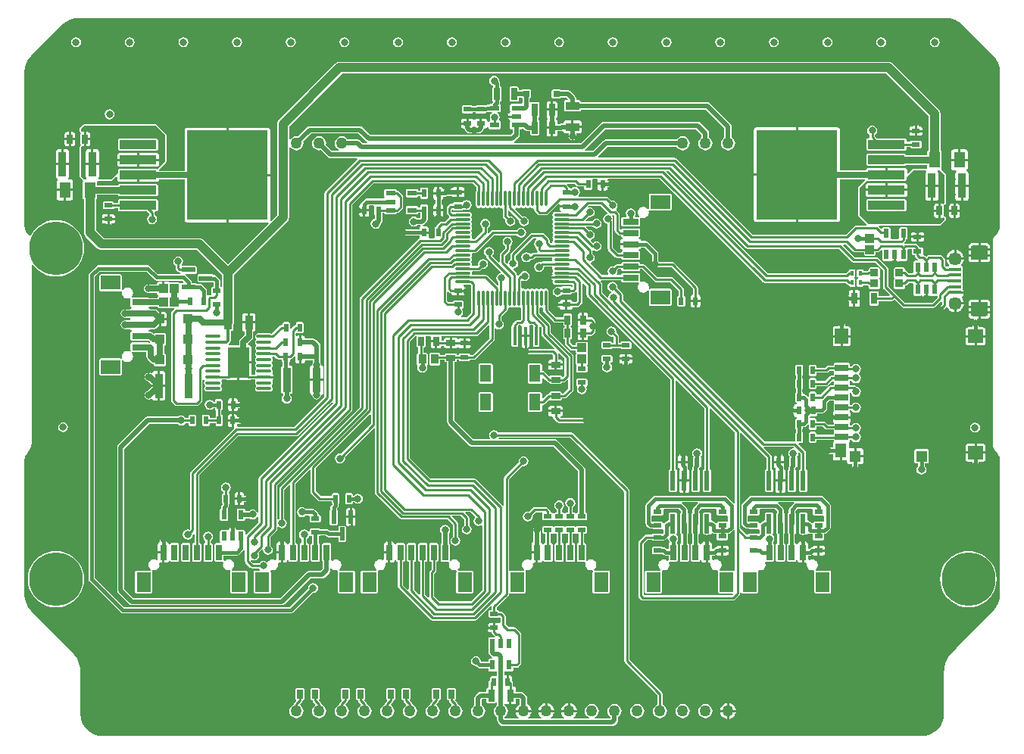
<source format=gbl>
G04 Layer_Physical_Order=4*
G04 Layer_Color=16711680*
%FSLAX44Y44*%
%MOMM*%
G71*
G01*
G75*
%ADD11R,0.5500X0.9500*%
%ADD12C,0.2540*%
%ADD13C,0.3810*%
%ADD14C,1.2700*%
%ADD15C,6.0000*%
%ADD16C,1.4500*%
G04:AMPARAMS|DCode=17|XSize=1mm|YSize=1.9mm|CornerRadius=0.25mm|HoleSize=0mm|Usage=FLASHONLY|Rotation=270.000|XOffset=0mm|YOffset=0mm|HoleType=Round|Shape=RoundedRectangle|*
%AMROUNDEDRECTD17*
21,1,1.0000,1.4000,0,0,270.0*
21,1,0.5000,1.9000,0,0,270.0*
1,1,0.5000,-0.7000,-0.2500*
1,1,0.5000,-0.7000,0.2500*
1,1,0.5000,0.7000,0.2500*
1,1,0.5000,0.7000,-0.2500*
%
%ADD17ROUNDEDRECTD17*%
%ADD18C,0.8000*%
%ADD19C,0.5000*%
%ADD21C,0.6350*%
%ADD22C,1.0160*%
%ADD32R,1.6000X2.2000*%
%ADD33R,0.7000X1.8000*%
%ADD34R,1.9000X1.0000*%
%ADD35R,1.3500X0.4000*%
%ADD36R,1.5000X0.8000*%
%ADD37R,1.3000X1.2900*%
%ADD38R,1.3000X1.6000*%
%ADD39R,1.5000X1.7000*%
%ADD40R,1.7000X1.5000*%
%ADD41R,1.8000X0.7000*%
%ADD42R,2.2000X1.6000*%
%ADD43R,0.4000X2.1000*%
%ADD44R,0.9500X0.5500*%
%ADD45R,0.9500X0.5000*%
%ADD46R,0.6000X2.2000*%
%ADD47R,0.5000X0.9500*%
%ADD48R,0.6000X1.1000*%
%ADD49R,0.6000X1.0500*%
%ADD50R,0.9000X0.9000*%
%ADD51R,0.7500X1.3000*%
%ADD52R,0.4000X0.6000*%
%ADD53R,1.0000X1.0000*%
%ADD54R,0.6500X1.0500*%
%ADD55R,0.9500X2.8000*%
%ADD56R,1.3000X1.8000*%
%ADD57R,9.1000X10.0500*%
%ADD58R,4.1500X1.0000*%
%ADD59R,1.5500X0.9500*%
%ADD60R,0.7000X1.4000*%
%ADD61R,1.0500X0.6000*%
%ADD62R,0.8000X0.6500*%
%ADD63O,0.3000X1.8000*%
%ADD64O,1.8000X0.3000*%
%ADD65R,1.0500X0.6500*%
%ADD66R,1.3000X1.9000*%
%ADD67R,0.9000X1.0500*%
%ADD68O,1.7000X0.3500*%
%ADD69R,2.4000X3.4000*%
%ADD70R,0.9500X1.5500*%
%ADD71R,1.0000X1.1000*%
%ADD72R,1.5000X0.5500*%
%ADD73R,1.0000X1.0000*%
%ADD74R,0.5500X1.5000*%
%ADD75R,0.7500X1.4500*%
%ADD76C,0.5080*%
%ADD77C,0.7620*%
%ADD78C,0.3302*%
G36*
X489865Y457300D02*
X494734Y455823D01*
X499222Y453424D01*
X502921Y450389D01*
X503092Y450132D01*
X537632Y415592D01*
X537889Y415421D01*
X540924Y411722D01*
X543323Y407234D01*
X544800Y402364D01*
X545269Y397603D01*
X545209Y397300D01*
Y374800D01*
Y227543D01*
Y225357D01*
X545255Y225127D01*
X544844Y222007D01*
X543551Y218886D01*
X542260Y217203D01*
X541418Y216282D01*
X541418Y216282D01*
X539117Y213283D01*
X537671Y209791D01*
X537177Y206043D01*
X537209D01*
Y-17900D01*
X537177D01*
X537671Y-21648D01*
X539117Y-25140D01*
X541418Y-28139D01*
X541418Y-28139D01*
X542260Y-29060D01*
X543551Y-30743D01*
X544844Y-33864D01*
X545255Y-36984D01*
X545209Y-37213D01*
Y-39400D01*
Y-162500D01*
Y-187300D01*
X545269Y-187603D01*
X544800Y-192365D01*
X543323Y-197234D01*
X540924Y-201722D01*
X537889Y-205421D01*
X537632Y-205592D01*
X496612Y-246612D01*
X493092Y-250132D01*
X493080Y-250120D01*
X489466Y-254352D01*
X486558Y-259097D01*
X484428Y-264240D01*
X483128Y-269652D01*
X482692Y-275200D01*
X482709D01*
Y-320651D01*
X482764Y-320928D01*
X482323Y-325407D01*
X480936Y-329981D01*
X478683Y-334196D01*
X475827Y-337675D01*
X475592Y-337832D01*
X475421Y-338089D01*
X471722Y-341124D01*
X467234Y-343523D01*
X462365Y-345000D01*
X457603Y-345469D01*
X457300Y-345409D01*
X-457300D01*
X-457603Y-345469D01*
X-462365Y-345000D01*
X-467234Y-343523D01*
X-471722Y-341124D01*
X-475421Y-338089D01*
X-475592Y-337832D01*
X-475827Y-337675D01*
X-478683Y-334196D01*
X-480936Y-329981D01*
X-482323Y-325407D01*
X-482764Y-320928D01*
X-482709Y-320651D01*
Y-275200D01*
X-482692D01*
X-483128Y-269652D01*
X-484428Y-264240D01*
X-486558Y-259097D01*
X-489466Y-254352D01*
X-493080Y-250120D01*
X-493092Y-250132D01*
X-496612Y-246612D01*
X-496612Y-246612D01*
X-537632Y-205592D01*
X-537889Y-205421D01*
X-540924Y-201722D01*
X-543323Y-197234D01*
X-544800Y-192365D01*
X-545269Y-187603D01*
X-545209Y-187300D01*
Y-39400D01*
Y-37213D01*
X-545255Y-36984D01*
X-544844Y-33864D01*
X-543551Y-30743D01*
X-542260Y-29060D01*
X-541418Y-28139D01*
X-541418Y-28139D01*
X-539117Y-25140D01*
X-537671Y-21648D01*
X-537177Y-17900D01*
X-537209D01*
Y181728D01*
X-535987Y182073D01*
X-535582Y181413D01*
X-532360Y177640D01*
X-528587Y174418D01*
X-524356Y171825D01*
X-519772Y169926D01*
X-514947Y168768D01*
X-510000Y168379D01*
X-505053Y168768D01*
X-500228Y169926D01*
X-495644Y171825D01*
X-491413Y174418D01*
X-487640Y177640D01*
X-484418Y181413D01*
X-481825Y185644D01*
X-479926Y190228D01*
X-478768Y195053D01*
X-478378Y200000D01*
X-478768Y204947D01*
X-479926Y209772D01*
X-481825Y214356D01*
X-484418Y218587D01*
X-487640Y222360D01*
X-491413Y225582D01*
X-495644Y228175D01*
X-500228Y230074D01*
X-505053Y231232D01*
X-510000Y231621D01*
X-514947Y231232D01*
X-519772Y230074D01*
X-524356Y228175D01*
X-528587Y225582D01*
X-532360Y222360D01*
X-535582Y218587D01*
X-538175Y214356D01*
X-538233Y214216D01*
X-539687Y214025D01*
X-541418Y216282D01*
X-541418Y216282D01*
X-542260Y217203D01*
X-543551Y218886D01*
X-544844Y222007D01*
X-545255Y225127D01*
X-545209Y225357D01*
Y227543D01*
Y374800D01*
Y397300D01*
X-545269Y397603D01*
X-544800Y402364D01*
X-543323Y407234D01*
X-540924Y411722D01*
X-537889Y415421D01*
X-537632Y415592D01*
X-503092Y450132D01*
X-502921Y450389D01*
X-499222Y453424D01*
X-494734Y455823D01*
X-489865Y457300D01*
X-485103Y457769D01*
X-484800Y457709D01*
X484800D01*
X485103Y457769D01*
X489865Y457300D01*
D02*
G37*
%LPC*%
G36*
X-211160Y51480D02*
X-218500D01*
X-225840D01*
Y38750D01*
X-225643Y37759D01*
X-225081Y36919D01*
X-224241Y36357D01*
X-223291Y36168D01*
Y35750D01*
X-222926Y33917D01*
X-221888Y32362D01*
X-220333Y31324D01*
X-218500Y30959D01*
X-216667Y31324D01*
X-215112Y32362D01*
X-214074Y33917D01*
X-213709Y35750D01*
Y36168D01*
X-212759Y36357D01*
X-211919Y36919D01*
X-211357Y37759D01*
X-211160Y38750D01*
Y51480D01*
D02*
G37*
G36*
X82750Y54150D02*
X73250D01*
X72084Y53666D01*
X71600Y52500D01*
Y47500D01*
X72084Y46334D01*
X72324Y46234D01*
X72811Y44677D01*
X72797Y44655D01*
X72368Y42500D01*
X72797Y40345D01*
X74017Y38517D01*
X75845Y37297D01*
X78000Y36868D01*
X80155Y37297D01*
X81983Y38517D01*
X83203Y40345D01*
X83632Y42500D01*
X83203Y44655D01*
X83189Y44677D01*
X83676Y46234D01*
X83916Y46334D01*
X84400Y47500D01*
Y52500D01*
X83916Y53666D01*
X82750Y54150D01*
D02*
G37*
G36*
X-390250Y62840D02*
X-393730D01*
Y47520D01*
X-387660D01*
Y60250D01*
X-387857Y61241D01*
X-388419Y62081D01*
X-389259Y62643D01*
X-390250Y62840D01*
D02*
G37*
G36*
X-325250Y31400D02*
X-330750D01*
X-331916Y30916D01*
X-332400Y29750D01*
Y28496D01*
X-333692D01*
X-334017Y28983D01*
X-335845Y30203D01*
X-338000Y30632D01*
X-340155Y30203D01*
X-341983Y28983D01*
X-343204Y27155D01*
X-343632Y25000D01*
X-343204Y22845D01*
X-341983Y21017D01*
X-340155Y19797D01*
X-338000Y19368D01*
X-335845Y19797D01*
X-334017Y21017D01*
X-333692Y21504D01*
X-332400D01*
Y20250D01*
X-331916Y19084D01*
X-330849Y18641D01*
Y13548D01*
X-331166Y13416D01*
X-331650Y12250D01*
Y10349D01*
X-338350D01*
Y12250D01*
X-338834Y13416D01*
X-340000Y13900D01*
X-345000D01*
X-346166Y13416D01*
X-346650Y12250D01*
Y2750D01*
X-346166Y1584D01*
X-345000Y1100D01*
X-340000D01*
X-338834Y1584D01*
X-338350Y2750D01*
Y4651D01*
X-331650D01*
Y2750D01*
X-331166Y1584D01*
X-330000Y1100D01*
X-325000D01*
X-323834Y1584D01*
X-323350Y2750D01*
Y12250D01*
X-323834Y13416D01*
X-325000Y13900D01*
X-325151D01*
Y18641D01*
X-324084Y19084D01*
X-323600Y20250D01*
Y29750D01*
X-324084Y30916D01*
X-325250Y31400D01*
D02*
G37*
G36*
X-396270Y44980D02*
X-403046D01*
X-407991Y40035D01*
X-408233Y39986D01*
X-409788Y38948D01*
X-410826Y37393D01*
X-411191Y35560D01*
X-410826Y33727D01*
X-409788Y32172D01*
X-408233Y31134D01*
X-406400Y30769D01*
X-405690D01*
X-403857Y31134D01*
X-403378Y31454D01*
X-401908Y30908D01*
X-401581Y30419D01*
X-400741Y29857D01*
X-399750Y29660D01*
X-396270D01*
Y44980D01*
D02*
G37*
G36*
X-387660D02*
X-393730D01*
Y29660D01*
X-390250D01*
X-389259Y29857D01*
X-388419Y30419D01*
X-387857Y31259D01*
X-387660Y32250D01*
Y44980D01*
D02*
G37*
G36*
X-23000Y71150D02*
X-36000D01*
X-37166Y70666D01*
X-37650Y69500D01*
Y50500D01*
X-37166Y49334D01*
X-36000Y48850D01*
X-23000D01*
X-21834Y49334D01*
X-21350Y50500D01*
Y69500D01*
X-21834Y70666D01*
X-23000Y71150D01*
D02*
G37*
G36*
X47230Y68730D02*
X40660D01*
Y66750D01*
X40857Y65759D01*
X41419Y64919D01*
X42259Y64357D01*
X43250Y64160D01*
X47230D01*
Y68730D01*
D02*
G37*
G36*
X56340D02*
X49770D01*
Y64160D01*
X53750D01*
X54741Y64357D01*
X55581Y64919D01*
X56143Y65759D01*
X56340Y66750D01*
Y68730D01*
D02*
G37*
G36*
X125730Y81590D02*
X122250D01*
X121259Y81393D01*
X120419Y80831D01*
X119857Y79991D01*
X119660Y79000D01*
Y77770D01*
X125730D01*
Y81590D01*
D02*
G37*
G36*
X-396270Y62840D02*
X-399750D01*
X-400741Y62643D01*
X-401581Y62081D01*
X-402052Y61376D01*
X-402200Y61213D01*
X-403574Y60557D01*
X-404750Y60791D01*
X-405353Y60671D01*
X-406400D01*
X-408233Y60306D01*
X-409788Y59268D01*
X-410826Y57713D01*
X-411191Y55880D01*
X-410826Y54047D01*
X-409788Y52492D01*
X-408233Y51454D01*
X-406668Y51142D01*
X-403046Y47520D01*
X-396270D01*
Y62840D01*
D02*
G37*
G36*
X110750Y80650D02*
X101250D01*
X100084Y80166D01*
X99600Y79000D01*
Y74000D01*
X100084Y72834D01*
X101250Y72350D01*
X101778D01*
X102164Y71080D01*
X102017Y70983D01*
X100796Y69155D01*
X100368Y67000D01*
X100796Y64845D01*
X102017Y63017D01*
X103845Y61796D01*
X106000Y61368D01*
X108155Y61796D01*
X109983Y63017D01*
X111203Y64845D01*
X111632Y67000D01*
X111203Y69155D01*
X109983Y70983D01*
X109836Y71080D01*
X110221Y72350D01*
X110750D01*
X111916Y72834D01*
X112400Y74000D01*
Y79000D01*
X111916Y80166D01*
X110750Y80650D01*
D02*
G37*
G36*
X134340Y75230D02*
X119660D01*
Y74000D01*
X119857Y73009D01*
X120419Y72169D01*
X121259Y71607D01*
X122250Y71410D01*
X123504D01*
Y67000D01*
X123770Y65662D01*
X124528Y64528D01*
X125662Y63770D01*
X127000Y63504D01*
X128338Y63770D01*
X129472Y64528D01*
X130230Y65662D01*
X130496Y67000D01*
Y71410D01*
X131750D01*
X132741Y71607D01*
X133581Y72169D01*
X134143Y73009D01*
X134340Y74000D01*
Y75230D01*
D02*
G37*
G36*
X-313770Y6230D02*
X-317590D01*
Y2750D01*
X-317393Y1759D01*
X-316831Y919D01*
X-315991Y357D01*
X-315000Y160D01*
X-313770D01*
Y6230D01*
D02*
G37*
G36*
X56340Y16730D02*
X40660D01*
Y14750D01*
X40857Y13759D01*
X41419Y12919D01*
X42259Y12357D01*
X43250Y12160D01*
X44681D01*
X45651Y11500D01*
X45868Y10410D01*
X46486Y9486D01*
X50486Y5486D01*
X50486Y5486D01*
X51410Y4868D01*
X52500Y4651D01*
X52500Y4651D01*
X83000D01*
X84090Y4868D01*
X85014Y5486D01*
X85632Y6410D01*
X85849Y7500D01*
X85632Y8590D01*
X85014Y9514D01*
X84090Y10132D01*
X83000Y10349D01*
X54063D01*
X53644Y10890D01*
X53673Y11238D01*
X54168Y12243D01*
X54741Y12357D01*
X55581Y12919D01*
X56143Y13759D01*
X56340Y14750D01*
Y16730D01*
D02*
G37*
G36*
X-313770Y14840D02*
X-315000D01*
X-315991Y14643D01*
X-316831Y14081D01*
X-317393Y13241D01*
X-317590Y12250D01*
Y8770D01*
X-313770D01*
Y14840D01*
D02*
G37*
G36*
X526500Y-18210D02*
X519270D01*
Y-27030D01*
X529090D01*
Y-20800D01*
X528893Y-19809D01*
X528331Y-18969D01*
X527491Y-18407D01*
X526500Y-18210D01*
D02*
G37*
G36*
X517500Y5132D02*
X515345Y4703D01*
X513517Y3483D01*
X512296Y1655D01*
X511868Y-500D01*
X512296Y-2655D01*
X513517Y-4483D01*
X515345Y-5703D01*
X517500Y-6132D01*
X519655Y-5703D01*
X521483Y-4483D01*
X522704Y-2655D01*
X523132Y-500D01*
X522704Y1655D01*
X521483Y3483D01*
X519655Y4703D01*
X517500Y5132D01*
D02*
G37*
G36*
X-502000Y5632D02*
X-504155Y5203D01*
X-505983Y3983D01*
X-507203Y2155D01*
X-507632Y0D01*
X-507203Y-2155D01*
X-505983Y-3983D01*
X-504155Y-5203D01*
X-502000Y-5632D01*
X-499845Y-5203D01*
X-498017Y-3983D01*
X-496796Y-2155D01*
X-496368Y0D01*
X-496796Y2155D01*
X-498017Y3983D01*
X-499845Y5203D01*
X-502000Y5632D01*
D02*
G37*
G36*
X-355000Y13900D02*
X-360000D01*
X-361166Y13416D01*
X-361650Y12250D01*
Y10349D01*
X-365260D01*
X-366017Y11483D01*
X-367845Y12703D01*
X-370000Y13132D01*
X-372155Y12703D01*
X-373742Y11644D01*
X-407500D01*
X-409086Y11328D01*
X-410430Y10430D01*
X-440430Y-19570D01*
X-441328Y-20914D01*
X-441644Y-22500D01*
Y-182500D01*
X-441328Y-184086D01*
X-440430Y-185430D01*
X-427930Y-197930D01*
X-426586Y-198828D01*
X-425000Y-199144D01*
X-257500D01*
X-255914Y-198828D01*
X-254570Y-197930D01*
X-225784Y-169144D01*
X-212500D01*
X-210914Y-168828D01*
X-209570Y-167930D01*
X-204570Y-162930D01*
X-203672Y-161586D01*
X-203356Y-160000D01*
Y-157842D01*
X-202086Y-157457D01*
X-201616Y-158161D01*
X-201343Y-158343D01*
X-201161Y-158616D01*
X-199672Y-159611D01*
X-199350Y-159675D01*
X-199078Y-159857D01*
X-197322Y-160206D01*
X-197156Y-160173D01*
X-197000Y-160238D01*
X-196844Y-160173D01*
X-196678Y-160206D01*
X-195455Y-159963D01*
X-194787Y-161125D01*
X-195149Y-162000D01*
Y-184000D01*
X-194666Y-185166D01*
X-193500Y-185650D01*
X-177500D01*
X-176334Y-185166D01*
X-175850Y-184000D01*
Y-162000D01*
X-176334Y-160834D01*
X-177500Y-160350D01*
X-193149D01*
X-193591Y-159118D01*
X-192839Y-158616D01*
X-192657Y-158343D01*
X-192384Y-158161D01*
X-191390Y-156672D01*
X-191325Y-156350D01*
X-191143Y-156078D01*
X-190794Y-154322D01*
X-190858Y-154000D01*
X-190794Y-153678D01*
X-191143Y-151922D01*
X-191325Y-151650D01*
X-191390Y-151328D01*
X-192384Y-149839D01*
X-192657Y-149657D01*
X-192839Y-149384D01*
X-194328Y-148390D01*
X-194650Y-148326D01*
X-194922Y-148143D01*
X-196678Y-147794D01*
X-196844Y-147827D01*
X-197000Y-147762D01*
X-197156Y-147827D01*
X-197322Y-147794D01*
X-199078Y-148143D01*
X-199350Y-148326D01*
X-199672Y-148390D01*
X-201161Y-149384D01*
X-202271Y-148894D01*
X-202350Y-148827D01*
Y-131000D01*
X-202834Y-129834D01*
X-204000Y-129350D01*
X-211000D01*
X-212166Y-129834D01*
X-212650Y-131000D01*
Y-149000D01*
X-212166Y-150166D01*
X-211644Y-150383D01*
Y-158284D01*
X-214216Y-160856D01*
X-227500D01*
X-229086Y-161172D01*
X-230430Y-162070D01*
X-259216Y-190856D01*
X-423284D01*
X-433356Y-180784D01*
Y-24216D01*
X-405784Y3356D01*
X-373742D01*
X-372155Y2297D01*
X-370000Y1868D01*
X-367845Y2297D01*
X-366017Y3517D01*
X-365260Y4651D01*
X-361650D01*
Y2750D01*
X-361166Y1584D01*
X-360000Y1100D01*
X-355000D01*
X-353834Y1584D01*
X-353350Y2750D01*
Y12250D01*
X-353834Y13416D01*
X-355000Y13900D01*
D02*
G37*
G36*
X47230Y23840D02*
X43250D01*
X42259Y23643D01*
X41419Y23081D01*
X40857Y22241D01*
X40660Y21250D01*
Y19270D01*
X47230D01*
Y23840D01*
D02*
G37*
G36*
X53750D02*
X49770D01*
Y19270D01*
X56340D01*
Y21250D01*
X56143Y22241D01*
X55581Y23081D01*
X54741Y23643D01*
X53750Y23840D01*
D02*
G37*
G36*
X-313270Y32340D02*
X-314750D01*
X-315741Y32143D01*
X-316581Y31581D01*
X-317143Y30741D01*
X-317340Y29750D01*
Y26270D01*
X-313270D01*
Y32340D01*
D02*
G37*
G36*
X-23000Y39150D02*
X-36000D01*
X-37166Y38666D01*
X-37650Y37500D01*
Y18500D01*
X-37166Y17334D01*
X-36000Y16850D01*
X-23000D01*
X-21834Y17334D01*
X-21350Y18500D01*
Y37500D01*
X-21834Y38666D01*
X-23000Y39150D01*
D02*
G37*
G36*
X-313270Y23730D02*
X-317340D01*
Y20250D01*
X-317143Y19259D01*
X-316581Y18419D01*
X-315741Y17857D01*
X-314750Y17660D01*
X-313270D01*
Y23730D01*
D02*
G37*
G36*
X-309250Y32340D02*
X-310730D01*
Y25000D01*
Y17660D01*
X-309250D01*
X-308259Y17857D01*
X-307419Y18419D01*
X-306857Y19259D01*
X-306660Y20250D01*
Y21504D01*
X-302000D01*
X-300662Y21770D01*
X-299528Y22528D01*
X-298770Y23662D01*
X-298504Y25000D01*
X-298770Y26338D01*
X-299528Y27472D01*
X-300662Y28230D01*
X-302000Y28496D01*
X-306660D01*
Y29750D01*
X-306857Y30741D01*
X-307419Y31581D01*
X-308259Y32143D01*
X-309250Y32340D01*
D02*
G37*
G36*
X-289500Y127590D02*
X-292980D01*
Y118520D01*
X-286910D01*
Y125000D01*
X-287107Y125991D01*
X-287669Y126831D01*
X-288509Y127393D01*
X-289500Y127590D01*
D02*
G37*
G36*
X534389Y127230D02*
X523520D01*
Y120861D01*
X529250D01*
X531217Y121252D01*
X532884Y122366D01*
X533998Y124033D01*
X534389Y126000D01*
Y127230D01*
D02*
G37*
G36*
X77730Y127840D02*
X75750D01*
X74759Y127643D01*
X73919Y127081D01*
X73357Y126241D01*
X73160Y125250D01*
Y121270D01*
X77730D01*
Y127840D01*
D02*
G37*
G36*
X-235000Y117650D02*
X-240000D01*
X-241166Y117166D01*
X-241650Y116000D01*
Y114099D01*
X-241750D01*
X-242840Y113882D01*
X-243764Y113264D01*
X-243764Y113264D01*
X-247014Y110014D01*
X-247080Y109916D01*
X-248350Y110301D01*
Y116000D01*
X-248834Y117166D01*
X-250000Y117650D01*
X-255000D01*
X-256166Y117166D01*
X-256650Y116000D01*
Y114099D01*
X-258000D01*
X-259090Y113882D01*
X-260014Y113264D01*
X-260014Y113264D01*
X-268930Y104349D01*
X-269120D01*
X-269473Y104584D01*
X-270750Y104838D01*
X-284250D01*
X-285527Y104584D01*
X-286610Y103860D01*
X-287334Y102777D01*
X-287588Y101500D01*
X-287334Y100223D01*
X-286610Y99140D01*
X-286422Y99014D01*
Y97486D01*
X-286610Y97360D01*
X-287334Y96277D01*
X-287588Y95000D01*
X-287334Y93722D01*
X-286610Y92640D01*
X-286422Y92514D01*
Y90986D01*
X-286610Y90860D01*
X-287334Y89777D01*
X-287588Y88500D01*
X-287334Y87223D01*
X-286610Y86140D01*
X-286422Y86014D01*
Y84486D01*
X-286610Y84360D01*
X-287334Y83277D01*
X-287588Y82000D01*
X-287334Y80723D01*
X-286610Y79640D01*
X-286422Y79514D01*
Y77986D01*
X-286610Y77860D01*
X-287334Y76777D01*
X-287588Y75500D01*
X-287334Y74223D01*
X-286610Y73140D01*
X-286422Y73014D01*
Y71486D01*
X-286610Y71360D01*
X-287334Y70277D01*
X-287588Y69000D01*
X-287334Y67723D01*
X-286610Y66640D01*
X-286422Y66514D01*
Y64986D01*
X-286610Y64860D01*
X-287334Y63777D01*
X-287588Y62500D01*
X-287334Y61223D01*
X-287059Y60810D01*
X-287249Y59155D01*
X-287343Y59093D01*
X-287506Y58849D01*
X-291410D01*
Y70980D01*
X-304730D01*
Y52660D01*
X-294000D01*
X-293009Y52857D01*
X-292569Y53151D01*
X-287506D01*
X-287343Y52907D01*
X-287249Y52845D01*
X-287059Y51190D01*
X-287334Y50777D01*
X-287588Y49500D01*
X-287334Y48223D01*
X-286610Y47140D01*
X-286422Y47014D01*
Y45486D01*
X-286610Y45360D01*
X-287334Y44277D01*
X-287588Y43000D01*
X-287334Y41722D01*
X-286610Y40640D01*
X-285527Y39916D01*
X-284250Y39662D01*
X-270750D01*
X-269473Y39916D01*
X-268390Y40640D01*
X-267666Y41722D01*
X-267412Y43000D01*
X-267666Y44277D01*
X-268390Y45360D01*
X-268578Y45486D01*
Y47014D01*
X-268390Y47140D01*
X-267666Y48223D01*
X-267412Y49500D01*
X-267666Y50777D01*
X-267941Y51190D01*
X-267751Y52845D01*
X-267657Y52907D01*
X-266709Y54326D01*
X-266629Y54730D01*
X-277500D01*
Y57270D01*
X-266629D01*
X-266709Y57674D01*
X-267657Y59093D01*
X-267751Y59155D01*
X-267941Y60810D01*
X-267666Y61223D01*
X-267412Y62500D01*
X-267666Y63777D01*
X-268390Y64860D01*
X-268578Y64986D01*
Y66514D01*
X-268390Y66640D01*
X-267666Y67723D01*
X-267412Y69000D01*
X-267666Y70277D01*
X-268390Y71360D01*
X-268578Y71486D01*
Y73014D01*
X-268390Y73140D01*
X-267666Y74223D01*
X-267412Y75500D01*
X-267666Y76777D01*
X-268390Y77860D01*
X-268421Y77881D01*
X-268036Y79151D01*
X-265680D01*
X-263264Y76736D01*
X-263264Y76736D01*
X-262340Y76118D01*
X-261250Y75901D01*
X-257400D01*
Y74000D01*
X-256916Y72834D01*
X-256496Y72660D01*
Y68400D01*
X-256750D01*
X-257916Y67916D01*
X-258400Y66750D01*
Y38750D01*
X-257916Y37584D01*
X-256750Y37100D01*
X-256144D01*
Y35742D01*
X-257204Y34155D01*
X-257632Y32000D01*
X-257204Y29845D01*
X-255983Y28017D01*
X-254155Y26797D01*
X-252000Y26368D01*
X-249845Y26797D01*
X-248017Y28017D01*
X-246796Y29845D01*
X-246368Y32000D01*
X-246796Y34155D01*
X-247856Y35742D01*
Y37100D01*
X-247250D01*
X-246084Y37584D01*
X-245600Y38750D01*
Y66750D01*
X-246084Y67916D01*
X-247250Y68400D01*
X-249504D01*
Y72660D01*
X-249084Y72834D01*
X-248600Y74000D01*
Y74724D01*
X-248250Y75901D01*
X-247160Y76118D01*
X-246236Y76736D01*
X-243610Y79362D01*
X-242340Y78836D01*
Y74000D01*
X-242143Y73009D01*
X-241581Y72169D01*
X-240741Y71607D01*
X-239750Y71410D01*
X-238270D01*
Y78750D01*
X-235730D01*
Y71410D01*
X-234250D01*
X-233259Y71607D01*
X-232419Y72169D01*
X-231857Y73009D01*
X-231660Y74000D01*
Y74606D01*
X-222644D01*
Y72007D01*
X-222926Y71583D01*
X-223291Y69750D01*
Y69332D01*
X-224241Y69143D01*
X-225081Y68581D01*
X-225643Y67741D01*
X-225840Y66750D01*
Y54020D01*
X-218500D01*
X-211160D01*
Y66750D01*
X-211357Y67741D01*
X-211919Y68581D01*
X-212759Y69143D01*
X-213709Y69332D01*
Y69750D01*
X-214074Y71583D01*
X-214356Y72007D01*
Y77500D01*
Y91000D01*
X-214672Y92586D01*
X-215570Y93930D01*
X-219570Y97930D01*
X-220914Y98828D01*
X-222500Y99144D01*
X-231660D01*
Y99750D01*
X-231857Y100741D01*
X-232419Y101581D01*
X-233259Y102143D01*
X-234250Y102340D01*
X-235730D01*
Y95000D01*
X-238270D01*
Y102340D01*
X-239750D01*
X-240741Y102143D01*
X-240881Y102049D01*
X-242151Y102728D01*
Y104659D01*
X-240881Y105216D01*
X-240000Y104850D01*
X-235000D01*
X-233834Y105334D01*
X-233350Y106500D01*
Y116000D01*
X-233834Y117166D01*
X-235000Y117650D01*
D02*
G37*
G36*
X-386160Y119730D02*
X-392480D01*
Y112910D01*
X-388750D01*
X-387759Y113107D01*
X-386919Y113669D01*
X-386357Y114509D01*
X-386160Y115500D01*
Y119730D01*
D02*
G37*
G36*
X-295520Y127590D02*
X-299000D01*
X-299991Y127393D01*
X-300831Y126831D01*
X-301393Y125991D01*
X-301590Y125000D01*
Y118520D01*
X-295520D01*
Y127590D01*
D02*
G37*
G36*
X-388750Y129090D02*
X-392480D01*
Y122270D01*
X-386160D01*
Y126500D01*
X-386357Y127491D01*
X-386919Y128331D01*
X-387759Y128893D01*
X-388750Y129090D01*
D02*
G37*
G36*
X210340Y139730D02*
X206270D01*
Y133660D01*
X207750D01*
X208741Y133857D01*
X209581Y134419D01*
X210143Y135259D01*
X210340Y136250D01*
Y139730D01*
D02*
G37*
G36*
X381230Y153090D02*
X378750D01*
X377759Y152893D01*
X376919Y152331D01*
X376357Y151491D01*
X376160Y150500D01*
Y147496D01*
X373000D01*
X371662Y147230D01*
X370528Y146472D01*
X369770Y145338D01*
X369504Y144000D01*
X369770Y142662D01*
X370528Y141528D01*
X371662Y140770D01*
X373000Y140504D01*
X376160D01*
Y137500D01*
X376357Y136509D01*
X376919Y135669D01*
X377759Y135107D01*
X378750Y134910D01*
X381230D01*
Y144000D01*
Y153090D01*
D02*
G37*
G36*
X388840Y142730D02*
X383770D01*
Y134910D01*
X386250D01*
X387241Y135107D01*
X388081Y135669D01*
X388643Y136509D01*
X388840Y137500D01*
Y142730D01*
D02*
G37*
G36*
X504957Y137230D02*
X496520D01*
Y128793D01*
X497806Y128962D01*
X500187Y129949D01*
X502232Y131518D01*
X503802Y133563D01*
X504788Y135944D01*
X504957Y137230D01*
D02*
G37*
G36*
X534340Y133480D02*
X522250D01*
X510160D01*
Y131246D01*
X510111Y131000D01*
Y129770D01*
X522250D01*
X534389D01*
Y131000D01*
X534340Y131246D01*
Y133480D01*
D02*
G37*
G36*
X203730Y139730D02*
X199660D01*
Y136250D01*
X199857Y135259D01*
X200419Y134419D01*
X201259Y133857D01*
X202250Y133660D01*
X203730D01*
Y139730D01*
D02*
G37*
G36*
X-48750Y99340D02*
X-52230D01*
Y94000D01*
Y88660D01*
X-48750D01*
X-47759Y88857D01*
X-46919Y89419D01*
X-46357Y90259D01*
X-46309Y90504D01*
X-44000D01*
X-42662Y90770D01*
X-41528Y91528D01*
X-40770Y92662D01*
X-40504Y94000D01*
X-40770Y95338D01*
X-41528Y96472D01*
X-42662Y97230D01*
X-44000Y97496D01*
X-46309D01*
X-46357Y97741D01*
X-46919Y98581D01*
X-47759Y99143D01*
X-48750Y99340D01*
D02*
G37*
G36*
X367230Y100330D02*
X358410D01*
Y93100D01*
X358607Y92109D01*
X359169Y91269D01*
X360009Y90707D01*
X361000Y90510D01*
X367230D01*
Y100330D01*
D02*
G37*
G36*
X378590D02*
X369770D01*
Y90510D01*
X376000D01*
X376991Y90707D01*
X377831Y91269D01*
X378393Y92109D01*
X378590Y93100D01*
Y100330D01*
D02*
G37*
G36*
X131750Y81590D02*
X128270D01*
Y77770D01*
X134340D01*
Y79000D01*
X134143Y79991D01*
X133581Y80831D01*
X132741Y81393D01*
X131750Y81590D01*
D02*
G37*
G36*
X-86270Y94730D02*
X-90840D01*
Y90750D01*
X-90643Y89759D01*
X-90081Y88919D01*
X-89241Y88357D01*
X-88250Y88160D01*
X-86270D01*
Y94730D01*
D02*
G37*
G36*
X-63250Y100340D02*
X-67230D01*
Y94500D01*
Y88660D01*
X-63250D01*
X-62259Y88857D01*
X-61419Y89419D01*
X-60081Y89419D01*
X-59241Y88857D01*
X-58250Y88660D01*
X-54770D01*
Y94000D01*
Y99340D01*
X-58250D01*
X-59241Y99143D01*
X-59595Y98906D01*
X-60447Y98795D01*
X-61180Y99223D01*
X-61419Y99581D01*
X-62259Y100143D01*
X-63250Y100340D01*
D02*
G37*
G36*
X516730Y100330D02*
X506910D01*
Y94100D01*
X507107Y93109D01*
X507669Y92269D01*
X508509Y91707D01*
X509500Y91510D01*
X516730D01*
Y100330D01*
D02*
G37*
G36*
X82250Y127840D02*
X80270D01*
Y120000D01*
X79000D01*
Y118730D01*
X73160D01*
Y114750D01*
X73357Y113759D01*
X73919Y112919D01*
X73600Y111604D01*
X73357Y111241D01*
X73160Y110250D01*
Y106270D01*
X79000D01*
Y105000D01*
X80270D01*
Y97160D01*
X82250D01*
X83241Y97357D01*
X84081Y97919D01*
X84643Y98759D01*
X84840Y99750D01*
Y102151D01*
X88000D01*
X88000Y102151D01*
X89090Y102368D01*
X90014Y102986D01*
X92514Y105486D01*
X93132Y106410D01*
X93349Y107500D01*
X93349Y107500D01*
Y117500D01*
X93349Y117500D01*
X93132Y118590D01*
X92514Y119514D01*
X90014Y122014D01*
X89090Y122632D01*
X88000Y122849D01*
X88000Y122849D01*
X84840D01*
Y125250D01*
X84643Y126241D01*
X84081Y127081D01*
X83241Y127643D01*
X82250Y127840D01*
D02*
G37*
G36*
X520980Y127230D02*
X510111D01*
Y126000D01*
X510503Y124033D01*
X511616Y122366D01*
X513284Y121252D01*
X515250Y120861D01*
X515919D01*
X516305Y119591D01*
X515528Y119072D01*
X514770Y117938D01*
X514504Y116600D01*
Y111690D01*
X509500D01*
X508509Y111493D01*
X507669Y110931D01*
X507107Y110091D01*
X506910Y109100D01*
Y102870D01*
X518000D01*
X529090D01*
Y109100D01*
X528893Y110091D01*
X528331Y110931D01*
X527491Y111493D01*
X526500Y111690D01*
X521496D01*
Y116600D01*
X521230Y117938D01*
X520472Y119072D01*
X519695Y119591D01*
X520081Y120861D01*
X520980D01*
Y127230D01*
D02*
G37*
G36*
X368500Y120096D02*
X367162Y119830D01*
X366028Y119072D01*
X365270Y117938D01*
X365004Y116600D01*
Y112690D01*
X361000D01*
X360009Y112493D01*
X359169Y111931D01*
X358607Y111091D01*
X358410Y110100D01*
Y102870D01*
X368500D01*
X378590D01*
Y110100D01*
X378393Y111091D01*
X377831Y111931D01*
X376991Y112493D01*
X376000Y112690D01*
X371996D01*
Y116600D01*
X371730Y117938D01*
X370972Y119072D01*
X369838Y119830D01*
X368500Y120096D01*
D02*
G37*
G36*
X529090Y100330D02*
X519270D01*
Y91510D01*
X526500D01*
X527491Y91707D01*
X528331Y92269D01*
X528893Y93109D01*
X529090Y94100D01*
Y100330D01*
D02*
G37*
G36*
X111000Y112632D02*
X108845Y112204D01*
X107017Y110983D01*
X105796Y109155D01*
X105368Y107000D01*
X105796Y104845D01*
X107017Y103017D01*
X108845Y101797D01*
X111000Y101368D01*
X112338Y101634D01*
X113651Y100320D01*
Y94349D01*
X112255D01*
X111916Y95166D01*
X110750Y95650D01*
X101250D01*
X100084Y95166D01*
X99600Y94000D01*
Y89000D01*
X100084Y87834D01*
X101250Y87350D01*
X110750D01*
X111916Y87834D01*
X112255Y88651D01*
X120745D01*
X121084Y87834D01*
X122250Y87350D01*
X131750D01*
X132916Y87834D01*
X133400Y89000D01*
Y94000D01*
X132916Y95166D01*
X131750Y95650D01*
X122250D01*
X121084Y95166D01*
X120745Y94349D01*
X119349D01*
Y101500D01*
X119349Y101500D01*
X119132Y102590D01*
X118514Y103514D01*
X118514Y103514D01*
X116366Y105662D01*
X116632Y107000D01*
X116203Y109155D01*
X114983Y110983D01*
X113155Y112204D01*
X111000Y112632D01*
D02*
G37*
G36*
X77730Y103730D02*
X73160D01*
Y99750D01*
X73357Y98759D01*
X73919Y97919D01*
X74759Y97357D01*
X75750Y97160D01*
X77730D01*
Y103730D01*
D02*
G37*
G36*
X516730Y-18210D02*
X509500D01*
X508509Y-18407D01*
X507669Y-18969D01*
X507107Y-19809D01*
X506910Y-20800D01*
Y-27030D01*
X516730D01*
Y-18210D01*
D02*
G37*
G36*
X242570Y-308701D02*
Y-316230D01*
X250100D01*
X249961Y-315179D01*
X249065Y-313017D01*
X247640Y-311160D01*
X245783Y-309735D01*
X243621Y-308839D01*
X242570Y-308701D01*
D02*
G37*
G36*
X64770D02*
Y-316230D01*
X72299D01*
X72161Y-315179D01*
X71265Y-313017D01*
X69840Y-311160D01*
X67983Y-309735D01*
X65821Y-308839D01*
X64770Y-308701D01*
D02*
G37*
G36*
X39370D02*
Y-316230D01*
X46899D01*
X46761Y-315179D01*
X45865Y-313017D01*
X44440Y-311160D01*
X42583Y-309735D01*
X40421Y-308839D01*
X39370Y-308701D01*
D02*
G37*
G36*
X62230Y-308701D02*
X61179Y-308839D01*
X59017Y-309735D01*
X57160Y-311160D01*
X55735Y-313017D01*
X54839Y-315179D01*
X54700Y-316230D01*
X62230D01*
Y-308701D01*
D02*
G37*
G36*
X240030D02*
X238979Y-308839D01*
X236817Y-309735D01*
X234960Y-311160D01*
X233535Y-313017D01*
X232639Y-315179D01*
X232500Y-316230D01*
X240030D01*
Y-308701D01*
D02*
G37*
G36*
X36830D02*
X35779Y-308839D01*
X33617Y-309735D01*
X31760Y-311160D01*
X30335Y-313017D01*
X29439Y-315179D01*
X29300Y-316230D01*
X36830D01*
Y-308701D01*
D02*
G37*
G36*
X-510000Y-138378D02*
X-514947Y-138768D01*
X-519772Y-139926D01*
X-524356Y-141825D01*
X-528587Y-144418D01*
X-532360Y-147640D01*
X-535582Y-151413D01*
X-538175Y-155644D01*
X-540074Y-160228D01*
X-541232Y-165053D01*
X-541622Y-170000D01*
X-541232Y-174947D01*
X-540074Y-179772D01*
X-538175Y-184356D01*
X-535582Y-188587D01*
X-532360Y-192360D01*
X-528587Y-195582D01*
X-524356Y-198175D01*
X-519772Y-200074D01*
X-514947Y-201232D01*
X-510000Y-201621D01*
X-505053Y-201232D01*
X-500228Y-200074D01*
X-495644Y-198175D01*
X-491413Y-195582D01*
X-487640Y-192360D01*
X-484418Y-188587D01*
X-481825Y-184356D01*
X-479926Y-179772D01*
X-478768Y-174947D01*
X-478378Y-170000D01*
X-478768Y-165053D01*
X-479926Y-160228D01*
X-481825Y-155644D01*
X-484418Y-151413D01*
X-487640Y-147640D01*
X-491413Y-144418D01*
X-495644Y-141825D01*
X-500228Y-139926D01*
X-505053Y-138768D01*
X-510000Y-138378D01*
D02*
G37*
G36*
X-361500Y-129350D02*
X-368500D01*
X-369666Y-129834D01*
X-370150Y-131000D01*
Y-149000D01*
X-369666Y-150166D01*
X-368500Y-150650D01*
X-361500D01*
X-360334Y-150166D01*
X-359850Y-149000D01*
Y-131000D01*
X-360334Y-129834D01*
X-361500Y-129350D01*
D02*
G37*
G36*
X-340000Y-116868D02*
X-342155Y-117296D01*
X-343983Y-118517D01*
X-345204Y-120345D01*
X-345632Y-122500D01*
X-345204Y-124655D01*
X-343983Y-126483D01*
X-342849Y-127240D01*
Y-129350D01*
X-343500D01*
X-344666Y-129834D01*
X-345150Y-131000D01*
Y-149000D01*
X-344666Y-150166D01*
X-343500Y-150650D01*
X-336500D01*
X-335334Y-150166D01*
X-334850Y-149000D01*
Y-131000D01*
X-335334Y-129834D01*
X-336500Y-129350D01*
X-337151D01*
Y-127240D01*
X-336017Y-126483D01*
X-334796Y-124655D01*
X-334368Y-122500D01*
X-334796Y-120345D01*
X-336017Y-118517D01*
X-337845Y-117296D01*
X-340000Y-116868D01*
D02*
G37*
G36*
X-391270Y-141270D02*
X-396090D01*
Y-148023D01*
X-397360Y-148702D01*
X-397828Y-148390D01*
X-398150Y-148326D01*
X-398422Y-148143D01*
X-400178Y-147794D01*
X-400344Y-147827D01*
X-400500Y-147762D01*
X-400656Y-147827D01*
X-400822Y-147794D01*
X-402578Y-148143D01*
X-402850Y-148326D01*
X-403172Y-148390D01*
X-404661Y-149384D01*
X-404843Y-149657D01*
X-405116Y-149839D01*
X-406110Y-151328D01*
X-406175Y-151650D01*
X-406357Y-151922D01*
X-406706Y-153678D01*
X-406642Y-154000D01*
X-406706Y-154322D01*
X-406357Y-156078D01*
X-406175Y-156350D01*
X-406110Y-156672D01*
X-405116Y-158161D01*
X-404843Y-158343D01*
X-404661Y-158616D01*
X-403909Y-159118D01*
X-404351Y-160350D01*
X-420000D01*
X-421166Y-160834D01*
X-421650Y-162000D01*
Y-184000D01*
X-421166Y-185166D01*
X-420000Y-185650D01*
X-404000D01*
X-402834Y-185166D01*
X-402351Y-184000D01*
Y-162000D01*
X-402713Y-161125D01*
X-402045Y-159963D01*
X-400822Y-160206D01*
X-400656Y-160173D01*
X-400500Y-160238D01*
X-400344Y-160173D01*
X-400178Y-160206D01*
X-398422Y-159857D01*
X-398150Y-159675D01*
X-397828Y-159611D01*
X-396339Y-158616D01*
X-396157Y-158343D01*
X-395884Y-158161D01*
X-394889Y-156672D01*
X-394826Y-156350D01*
X-394643Y-156078D01*
X-394294Y-154322D01*
X-394358Y-154000D01*
X-394294Y-153678D01*
X-394491Y-152688D01*
X-393500Y-151590D01*
X-391270D01*
Y-141270D01*
D02*
G37*
G36*
X510000Y-138378D02*
X505053Y-138768D01*
X500228Y-139926D01*
X495644Y-141825D01*
X491413Y-144418D01*
X487640Y-147640D01*
X484418Y-151413D01*
X481825Y-155644D01*
X479926Y-160228D01*
X478768Y-165053D01*
X478378Y-170000D01*
X478768Y-174947D01*
X479926Y-179772D01*
X481825Y-184356D01*
X484418Y-188587D01*
X487640Y-192360D01*
X491413Y-195582D01*
X495644Y-198175D01*
X500228Y-200074D01*
X505053Y-201232D01*
X510000Y-201621D01*
X514947Y-201232D01*
X519772Y-200074D01*
X524356Y-198175D01*
X528587Y-195582D01*
X532360Y-192360D01*
X535582Y-188587D01*
X538175Y-184356D01*
X540074Y-179772D01*
X541232Y-174947D01*
X541622Y-170000D01*
X541232Y-165053D01*
X540074Y-160228D01*
X538175Y-155644D01*
X535582Y-151413D01*
X532360Y-147640D01*
X528587Y-144418D01*
X524356Y-141825D01*
X519772Y-139926D01*
X514947Y-138768D01*
X510000Y-138378D01*
D02*
G37*
G36*
X-75000Y-109368D02*
X-77155Y-109796D01*
X-78983Y-111017D01*
X-80204Y-112845D01*
X-80632Y-115000D01*
X-80204Y-117155D01*
X-79144Y-118742D01*
Y-129617D01*
X-79666Y-129834D01*
X-80150Y-131000D01*
Y-149000D01*
X-79666Y-150166D01*
X-78500Y-150650D01*
X-71500D01*
X-71064Y-150469D01*
X-70462Y-151012D01*
X-70137Y-151460D01*
X-70174Y-151650D01*
X-70357Y-151922D01*
X-70706Y-153678D01*
X-70642Y-154000D01*
X-70706Y-154322D01*
X-70357Y-156078D01*
X-70174Y-156350D01*
X-70111Y-156672D01*
X-69116Y-158161D01*
X-68843Y-158343D01*
X-68661Y-158616D01*
X-67172Y-159611D01*
X-66850Y-159675D01*
X-66578Y-159857D01*
X-64822Y-160206D01*
X-64656Y-160173D01*
X-64500Y-160238D01*
X-64344Y-160173D01*
X-64178Y-160206D01*
X-62955Y-159963D01*
X-62287Y-161125D01*
X-62650Y-162000D01*
Y-184000D01*
X-62166Y-185166D01*
X-61000Y-185650D01*
X-45000D01*
X-43834Y-185166D01*
X-43350Y-184000D01*
Y-162000D01*
X-43834Y-160834D01*
X-45000Y-160350D01*
X-60649D01*
X-61091Y-159118D01*
X-60339Y-158616D01*
X-60157Y-158343D01*
X-59884Y-158161D01*
X-58889Y-156672D01*
X-58825Y-156350D01*
X-58643Y-156078D01*
X-58294Y-154322D01*
X-58358Y-154000D01*
X-58294Y-153678D01*
X-58643Y-151922D01*
X-58825Y-151650D01*
X-58889Y-151328D01*
X-59884Y-149839D01*
X-60157Y-149657D01*
X-60339Y-149384D01*
X-61828Y-148390D01*
X-62150Y-148326D01*
X-62422Y-148143D01*
X-64178Y-147794D01*
X-64344Y-147827D01*
X-64500Y-147762D01*
X-64656Y-147827D01*
X-64822Y-147794D01*
X-66578Y-148143D01*
X-66850Y-148326D01*
X-67172Y-148390D01*
X-68661Y-149384D01*
X-69771Y-148894D01*
X-69850Y-148827D01*
Y-131000D01*
X-70334Y-129834D01*
X-70856Y-129617D01*
Y-118742D01*
X-69797Y-117155D01*
X-69368Y-115000D01*
X-69797Y-112845D01*
X-71017Y-111017D01*
X-72845Y-109796D01*
X-75000Y-109368D01*
D02*
G37*
G36*
X-390000Y-121504D02*
X-391338Y-121770D01*
X-392472Y-122528D01*
X-393230Y-123662D01*
X-393496Y-125000D01*
Y-128410D01*
X-393500D01*
X-394491Y-128607D01*
X-395331Y-129169D01*
X-395893Y-130009D01*
X-396090Y-131000D01*
Y-138730D01*
X-390000D01*
Y-140000D01*
X-388730D01*
Y-151590D01*
X-386500D01*
X-385509Y-151393D01*
X-384669Y-150831D01*
X-384107Y-149991D01*
X-383910Y-149000D01*
X-382650D01*
X-382166Y-150166D01*
X-381000Y-150650D01*
X-374000D01*
X-372834Y-150166D01*
X-372350Y-149000D01*
Y-131000D01*
X-372834Y-129834D01*
X-374000Y-129350D01*
X-381000D01*
X-382166Y-129834D01*
X-382650Y-131000D01*
X-383910D01*
X-384107Y-130009D01*
X-384669Y-129169D01*
X-385509Y-128607D01*
X-386500Y-128410D01*
X-386504D01*
Y-125000D01*
X-386770Y-123662D01*
X-387528Y-122528D01*
X-388662Y-121770D01*
X-390000Y-121504D01*
D02*
G37*
G36*
X-216850Y-291550D02*
X-223350D01*
X-224516Y-292034D01*
X-225000Y-293200D01*
Y-303700D01*
X-224516Y-304866D01*
X-223350Y-305350D01*
X-222949Y-305680D01*
X-222732Y-306770D01*
X-222114Y-307694D01*
X-220289Y-309519D01*
X-220500Y-311105D01*
X-221516Y-311884D01*
X-222778Y-313529D01*
X-223571Y-315445D01*
X-223842Y-317500D01*
X-223571Y-319555D01*
X-222778Y-321471D01*
X-221516Y-323116D01*
X-219871Y-324378D01*
X-217955Y-325171D01*
X-215900Y-325442D01*
X-213845Y-325171D01*
X-211929Y-324378D01*
X-210284Y-323116D01*
X-209022Y-321471D01*
X-208229Y-319555D01*
X-207958Y-317500D01*
X-208229Y-315445D01*
X-209022Y-313529D01*
X-210284Y-311884D01*
X-211929Y-310622D01*
X-213051Y-310157D01*
Y-309880D01*
X-213051Y-309880D01*
X-213268Y-308790D01*
X-213886Y-307866D01*
X-213886Y-307866D01*
X-215883Y-305868D01*
X-215684Y-304866D01*
X-215200Y-303700D01*
Y-293200D01*
X-215684Y-292034D01*
X-216850Y-291550D01*
D02*
G37*
G36*
X-183050D02*
X-189550D01*
X-190716Y-292034D01*
X-191200Y-293200D01*
Y-303700D01*
X-190716Y-304866D01*
X-190517Y-305868D01*
X-192514Y-307866D01*
X-193132Y-308790D01*
X-193349Y-309880D01*
X-193349Y-309880D01*
Y-310157D01*
X-194471Y-310622D01*
X-196116Y-311884D01*
X-197378Y-313529D01*
X-198171Y-315445D01*
X-198442Y-317500D01*
X-198171Y-319555D01*
X-197378Y-321471D01*
X-196116Y-323116D01*
X-194471Y-324378D01*
X-192556Y-325171D01*
X-190500Y-325442D01*
X-188444Y-325171D01*
X-186529Y-324378D01*
X-184884Y-323116D01*
X-183622Y-321471D01*
X-182829Y-319555D01*
X-182558Y-317500D01*
X-182829Y-315445D01*
X-183622Y-313529D01*
X-184884Y-311884D01*
X-185900Y-311105D01*
X-186111Y-309519D01*
X-184286Y-307694D01*
X-184286Y-307694D01*
X-183668Y-306770D01*
X-183451Y-305680D01*
X-183050Y-305350D01*
X-181884Y-304866D01*
X-181400Y-303700D01*
Y-293200D01*
X-181884Y-292034D01*
X-183050Y-291550D01*
D02*
G37*
G36*
X-166050D02*
X-172550D01*
X-173716Y-292034D01*
X-174200Y-293200D01*
Y-303700D01*
X-173716Y-304866D01*
X-172550Y-305350D01*
X-172149Y-305680D01*
X-171932Y-306770D01*
X-171314Y-307694D01*
X-169489Y-309519D01*
X-169700Y-311105D01*
X-170716Y-311884D01*
X-171978Y-313529D01*
X-172771Y-315445D01*
X-173042Y-317500D01*
X-172771Y-319555D01*
X-171978Y-321471D01*
X-170716Y-323116D01*
X-169071Y-324378D01*
X-167155Y-325171D01*
X-165100Y-325442D01*
X-163044Y-325171D01*
X-161129Y-324378D01*
X-159484Y-323116D01*
X-158222Y-321471D01*
X-157429Y-319555D01*
X-157158Y-317500D01*
X-157429Y-315445D01*
X-158222Y-313529D01*
X-159484Y-311884D01*
X-161129Y-310622D01*
X-162251Y-310157D01*
Y-309880D01*
X-162251Y-309880D01*
X-162468Y-308790D01*
X-163086Y-307866D01*
X-163086Y-307866D01*
X-165083Y-305868D01*
X-164884Y-304866D01*
X-164400Y-303700D01*
Y-293200D01*
X-164884Y-292034D01*
X-166050Y-291550D01*
D02*
G37*
G36*
X240030Y-318770D02*
X232500D01*
X232639Y-319821D01*
X233535Y-321983D01*
X234960Y-323840D01*
X236817Y-325265D01*
X238979Y-326161D01*
X240030Y-326300D01*
Y-318770D01*
D02*
G37*
G36*
X250100D02*
X242570D01*
Y-326300D01*
X243621Y-326161D01*
X245783Y-325265D01*
X247640Y-323840D01*
X249065Y-321983D01*
X249961Y-319821D01*
X250100Y-318770D01*
D02*
G37*
G36*
X-233850Y-291550D02*
X-240350D01*
X-241516Y-292034D01*
X-242000Y-293200D01*
Y-303700D01*
X-241516Y-304866D01*
X-241317Y-305868D01*
X-243314Y-307866D01*
X-243932Y-308790D01*
X-244149Y-309880D01*
X-244149Y-309880D01*
Y-310157D01*
X-245271Y-310622D01*
X-246916Y-311884D01*
X-248178Y-313529D01*
X-248971Y-315445D01*
X-249242Y-317500D01*
X-248971Y-319555D01*
X-248178Y-321471D01*
X-246916Y-323116D01*
X-245271Y-324378D01*
X-243356Y-325171D01*
X-241300Y-325442D01*
X-239244Y-325171D01*
X-237329Y-324378D01*
X-235684Y-323116D01*
X-234422Y-321471D01*
X-233629Y-319555D01*
X-233358Y-317500D01*
X-233629Y-315445D01*
X-234422Y-313529D01*
X-235684Y-311884D01*
X-236700Y-311105D01*
X-236911Y-309519D01*
X-235086Y-307694D01*
X-235086Y-307694D01*
X-234468Y-306770D01*
X-234251Y-305680D01*
X-233850Y-305350D01*
X-232684Y-304866D01*
X-232200Y-303700D01*
Y-293200D01*
X-232684Y-292034D01*
X-233850Y-291550D01*
D02*
G37*
G36*
X-132250D02*
X-138750D01*
X-139916Y-292034D01*
X-140400Y-293200D01*
Y-303700D01*
X-139916Y-304866D01*
X-139717Y-305868D01*
X-141714Y-307866D01*
X-142332Y-308790D01*
X-142549Y-309880D01*
X-142549Y-309880D01*
Y-310157D01*
X-143671Y-310622D01*
X-145316Y-311884D01*
X-146578Y-313529D01*
X-147371Y-315445D01*
X-147642Y-317500D01*
X-147371Y-319555D01*
X-146578Y-321471D01*
X-145316Y-323116D01*
X-143671Y-324378D01*
X-141756Y-325171D01*
X-139700Y-325442D01*
X-137645Y-325171D01*
X-135729Y-324378D01*
X-134084Y-323116D01*
X-132822Y-321471D01*
X-132029Y-319555D01*
X-131758Y-317500D01*
X-132029Y-315445D01*
X-132822Y-313529D01*
X-134084Y-311884D01*
X-135100Y-311105D01*
X-135311Y-309519D01*
X-133486Y-307694D01*
X-133486Y-307694D01*
X-132868Y-306770D01*
X-132651Y-305680D01*
X-132250Y-305350D01*
X-131084Y-304866D01*
X-130600Y-303700D01*
Y-293200D01*
X-131084Y-292034D01*
X-132250Y-291550D01*
D02*
G37*
G36*
X139700Y-309558D02*
X137645Y-309829D01*
X135729Y-310622D01*
X134084Y-311884D01*
X132822Y-313529D01*
X132029Y-315445D01*
X131758Y-317500D01*
X132029Y-319555D01*
X132822Y-321471D01*
X134084Y-323116D01*
X135729Y-324378D01*
X137645Y-325171D01*
X139700Y-325442D01*
X141756Y-325171D01*
X143671Y-324378D01*
X145316Y-323116D01*
X146578Y-321471D01*
X147371Y-319555D01*
X147642Y-317500D01*
X147371Y-315445D01*
X146578Y-313529D01*
X145316Y-311884D01*
X143671Y-310622D01*
X141756Y-309829D01*
X139700Y-309558D01*
D02*
G37*
G36*
X190500D02*
X188444Y-309829D01*
X186529Y-310622D01*
X184884Y-311884D01*
X183622Y-313529D01*
X182829Y-315445D01*
X182558Y-317500D01*
X182829Y-319555D01*
X183622Y-321471D01*
X184884Y-323116D01*
X186529Y-324378D01*
X188444Y-325171D01*
X190500Y-325442D01*
X192556Y-325171D01*
X194471Y-324378D01*
X196116Y-323116D01*
X197378Y-321471D01*
X198171Y-319555D01*
X198442Y-317500D01*
X198171Y-315445D01*
X197378Y-313529D01*
X196116Y-311884D01*
X194471Y-310622D01*
X192556Y-309829D01*
X190500Y-309558D01*
D02*
G37*
G36*
X215900D02*
X213845Y-309829D01*
X211929Y-310622D01*
X210284Y-311884D01*
X209022Y-313529D01*
X208229Y-315445D01*
X207958Y-317500D01*
X208229Y-319555D01*
X209022Y-321471D01*
X210284Y-323116D01*
X211929Y-324378D01*
X213845Y-325171D01*
X215900Y-325442D01*
X217955Y-325171D01*
X219871Y-324378D01*
X221516Y-323116D01*
X222778Y-321471D01*
X223571Y-319555D01*
X223842Y-317500D01*
X223571Y-315445D01*
X222778Y-313529D01*
X221516Y-311884D01*
X219871Y-310622D01*
X217955Y-309829D01*
X215900Y-309558D01*
D02*
G37*
G36*
X-115250Y-291550D02*
X-121750D01*
X-122916Y-292034D01*
X-123400Y-293200D01*
Y-303700D01*
X-122916Y-304866D01*
X-121750Y-305350D01*
X-121349Y-305680D01*
X-121132Y-306770D01*
X-120514Y-307694D01*
X-118689Y-309519D01*
X-118900Y-311105D01*
X-119916Y-311884D01*
X-121178Y-313529D01*
X-121971Y-315445D01*
X-122242Y-317500D01*
X-121971Y-319555D01*
X-121178Y-321471D01*
X-119916Y-323116D01*
X-118271Y-324378D01*
X-116355Y-325171D01*
X-114300Y-325442D01*
X-112245Y-325171D01*
X-110329Y-324378D01*
X-108684Y-323116D01*
X-107422Y-321471D01*
X-106629Y-319555D01*
X-106358Y-317500D01*
X-106629Y-315445D01*
X-107422Y-313529D01*
X-108684Y-311884D01*
X-110329Y-310622D01*
X-111451Y-310157D01*
Y-309880D01*
X-111451Y-309880D01*
X-111668Y-308790D01*
X-112286Y-307866D01*
X-112286Y-307866D01*
X-114283Y-305868D01*
X-114084Y-304866D01*
X-113600Y-303700D01*
Y-293200D01*
X-114084Y-292034D01*
X-115250Y-291550D01*
D02*
G37*
G36*
X-81450D02*
X-87950D01*
X-89116Y-292034D01*
X-89600Y-293200D01*
Y-303700D01*
X-89116Y-304866D01*
X-88917Y-305868D01*
X-90914Y-307866D01*
X-91532Y-308790D01*
X-91749Y-309880D01*
X-91749Y-309880D01*
Y-310157D01*
X-92871Y-310622D01*
X-94516Y-311884D01*
X-95778Y-313529D01*
X-96571Y-315445D01*
X-96842Y-317500D01*
X-96571Y-319555D01*
X-95778Y-321471D01*
X-94516Y-323116D01*
X-92871Y-324378D01*
X-90955Y-325171D01*
X-88900Y-325442D01*
X-86845Y-325171D01*
X-84929Y-324378D01*
X-83284Y-323116D01*
X-82022Y-321471D01*
X-81229Y-319555D01*
X-80958Y-317500D01*
X-81229Y-315445D01*
X-82022Y-313529D01*
X-83284Y-311884D01*
X-84300Y-311105D01*
X-84511Y-309519D01*
X-82686Y-307694D01*
X-82686Y-307694D01*
X-82068Y-306770D01*
X-81851Y-305680D01*
X-81450Y-305350D01*
X-80284Y-304866D01*
X-79800Y-303700D01*
Y-293200D01*
X-80284Y-292034D01*
X-81450Y-291550D01*
D02*
G37*
G36*
X-64450D02*
X-70950D01*
X-72116Y-292034D01*
X-72600Y-293200D01*
Y-303700D01*
X-72116Y-304866D01*
X-70950Y-305350D01*
X-70549Y-305680D01*
X-70332Y-306770D01*
X-69714Y-307694D01*
X-67889Y-309519D01*
X-68100Y-311105D01*
X-69116Y-311884D01*
X-70378Y-313529D01*
X-71171Y-315445D01*
X-71442Y-317500D01*
X-71171Y-319555D01*
X-70378Y-321471D01*
X-69116Y-323116D01*
X-67471Y-324378D01*
X-65556Y-325171D01*
X-63500Y-325442D01*
X-61445Y-325171D01*
X-59529Y-324378D01*
X-57884Y-323116D01*
X-56622Y-321471D01*
X-55829Y-319555D01*
X-55558Y-317500D01*
X-55829Y-315445D01*
X-56622Y-313529D01*
X-57884Y-311884D01*
X-59529Y-310622D01*
X-60651Y-310157D01*
Y-309880D01*
X-60651Y-309880D01*
X-60868Y-308790D01*
X-61486Y-307866D01*
X-61486Y-307866D01*
X-63483Y-305868D01*
X-63284Y-304866D01*
X-62800Y-303700D01*
Y-293200D01*
X-63284Y-292034D01*
X-64450Y-291550D01*
D02*
G37*
G36*
X298630Y-61020D02*
X294310D01*
Y-70750D01*
X294507Y-71741D01*
X295069Y-72581D01*
X295909Y-73143D01*
X296900Y-73340D01*
X298630D01*
Y-61020D01*
D02*
G37*
G36*
X305490D02*
X301170D01*
Y-73340D01*
X302900D01*
X303891Y-73143D01*
X304731Y-72581D01*
X305293Y-71741D01*
X305490Y-70750D01*
Y-61020D01*
D02*
G37*
G36*
X206750Y-23618D02*
X204595Y-24046D01*
X202767Y-25267D01*
X201546Y-27095D01*
X201118Y-29250D01*
X201546Y-31405D01*
X202706Y-33141D01*
X202350Y-34000D01*
Y-42793D01*
X201770Y-43662D01*
X201504Y-45000D01*
Y-47347D01*
X200934Y-47584D01*
X200450Y-48750D01*
Y-70750D01*
X200934Y-71916D01*
X202100Y-72400D01*
X208100D01*
X209266Y-71916D01*
X209750Y-70750D01*
Y-48750D01*
X209266Y-47584D01*
X209044Y-47491D01*
X208853Y-46091D01*
X209222Y-45722D01*
X209645Y-45090D01*
X210666Y-44666D01*
X211150Y-43500D01*
Y-34000D01*
X210794Y-33141D01*
X211954Y-31405D01*
X212382Y-29250D01*
X211954Y-27095D01*
X210733Y-25267D01*
X208905Y-24046D01*
X206750Y-23618D01*
D02*
G37*
G36*
X-306270Y-72660D02*
X-307500D01*
X-308491Y-72857D01*
X-309331Y-73419D01*
X-309893Y-74259D01*
X-310090Y-75250D01*
Y-78730D01*
X-306270D01*
Y-72660D01*
D02*
G37*
G36*
X191130Y-61020D02*
X186810D01*
Y-70750D01*
X187007Y-71741D01*
X187569Y-72581D01*
X188409Y-73143D01*
X189400Y-73340D01*
X191130D01*
Y-61020D01*
D02*
G37*
G36*
X197990D02*
X193670D01*
Y-73340D01*
X195400D01*
X196391Y-73143D01*
X197231Y-72581D01*
X197793Y-71741D01*
X197990Y-70750D01*
Y-61020D01*
D02*
G37*
G36*
X303590Y-40020D02*
X298250D01*
X292910D01*
Y-43500D01*
X293107Y-44491D01*
X293669Y-45331D01*
X294414Y-45829D01*
X294548Y-46053D01*
X294845Y-47254D01*
X294507Y-47759D01*
X294310Y-48750D01*
Y-58480D01*
X299900D01*
X305490D01*
Y-48750D01*
X305293Y-47759D01*
X304731Y-46919D01*
X303891Y-46357D01*
X303496Y-46279D01*
Y-45000D01*
X303394Y-44485D01*
X303590Y-43500D01*
Y-40020D01*
D02*
G37*
G36*
X190750Y-25754D02*
X189412Y-26020D01*
X188278Y-26778D01*
X187520Y-27912D01*
X187254Y-29250D01*
Y-31559D01*
X187009Y-31607D01*
X186169Y-32169D01*
X185607Y-33009D01*
X185410Y-34000D01*
Y-37480D01*
X190750D01*
X196090D01*
Y-34000D01*
X195893Y-33009D01*
X195331Y-32169D01*
X194491Y-31607D01*
X194246Y-31559D01*
Y-29250D01*
X193980Y-27912D01*
X193222Y-26778D01*
X192088Y-26020D01*
X190750Y-25754D01*
D02*
G37*
G36*
X298250D02*
X296912Y-26020D01*
X295778Y-26778D01*
X295020Y-27912D01*
X294754Y-29250D01*
Y-31559D01*
X294509Y-31607D01*
X293669Y-32169D01*
X293107Y-33009D01*
X292910Y-34000D01*
Y-37480D01*
X298250D01*
X303590D01*
Y-34000D01*
X303393Y-33009D01*
X302831Y-32169D01*
X301991Y-31607D01*
X301746Y-31559D01*
Y-29250D01*
X301480Y-27912D01*
X300722Y-26778D01*
X299588Y-26020D01*
X298250Y-25754D01*
D02*
G37*
G36*
X390000Y-23460D02*
X384770D01*
Y-31230D01*
X392590D01*
Y-26050D01*
X392393Y-25059D01*
X391831Y-24219D01*
X390991Y-23657D01*
X390000Y-23460D01*
D02*
G37*
G36*
X196090Y-40020D02*
X190750D01*
X185410D01*
Y-43500D01*
X185607Y-44491D01*
X186169Y-45331D01*
X186914Y-45829D01*
X187049Y-46053D01*
X187345Y-47254D01*
X187007Y-47759D01*
X186810Y-48750D01*
Y-58480D01*
X192400D01*
X197990D01*
Y-48750D01*
X197793Y-47759D01*
X197231Y-46919D01*
X196391Y-46357D01*
X195996Y-46279D01*
Y-45000D01*
X195894Y-44485D01*
X196090Y-43500D01*
Y-40020D01*
D02*
G37*
G36*
X464000Y-24400D02*
X451000D01*
X449834Y-24884D01*
X449351Y-26050D01*
Y-38950D01*
X449834Y-40116D01*
X451000Y-40600D01*
X454004D01*
Y-43192D01*
X453517Y-43517D01*
X452297Y-45345D01*
X451868Y-47500D01*
X452297Y-49655D01*
X453517Y-51483D01*
X455345Y-52703D01*
X457500Y-53132D01*
X459655Y-52703D01*
X461483Y-51483D01*
X462704Y-49655D01*
X463132Y-47500D01*
X462704Y-45345D01*
X461483Y-43517D01*
X460996Y-43192D01*
Y-40600D01*
X464000D01*
X465167Y-40116D01*
X465650Y-38950D01*
Y-26050D01*
X465167Y-24884D01*
X464000Y-24400D01*
D02*
G37*
G36*
X529090Y-29570D02*
X518000D01*
X506910D01*
Y-35800D01*
X507107Y-36791D01*
X507669Y-37631D01*
X508509Y-38193D01*
X509500Y-38390D01*
X514504D01*
Y-43300D01*
X514770Y-44638D01*
X515528Y-45772D01*
X516662Y-46530D01*
X518000Y-46796D01*
X519338Y-46530D01*
X520472Y-45772D01*
X521230Y-44638D01*
X521496Y-43300D01*
Y-38390D01*
X526500D01*
X527491Y-38193D01*
X528331Y-37631D01*
X528893Y-36791D01*
X529090Y-35800D01*
Y-29570D01*
D02*
G37*
G36*
X-175160Y-101770D02*
X-180500D01*
X-185840D01*
Y-108000D01*
X-185643Y-108991D01*
X-185081Y-109831D01*
X-184241Y-110393D01*
X-183250Y-110590D01*
X-182849D01*
Y-113500D01*
X-182632Y-114590D01*
X-182014Y-115514D01*
X-181090Y-116132D01*
X-180000Y-116349D01*
X-178910Y-116132D01*
X-177986Y-115514D01*
X-177368Y-114590D01*
X-177151Y-113500D01*
Y-110471D01*
X-176759Y-110393D01*
X-175919Y-109831D01*
X-175357Y-108991D01*
X-175160Y-108000D01*
Y-101770D01*
D02*
G37*
G36*
X-187250Y-110350D02*
X-192750D01*
X-193916Y-110834D01*
X-194400Y-112000D01*
Y-116004D01*
X-204052D01*
X-205028Y-115028D01*
X-206162Y-114270D01*
X-207500Y-114004D01*
X-214013D01*
X-214084Y-113834D01*
X-215250Y-113350D01*
X-224750D01*
X-225916Y-113834D01*
X-226400Y-115000D01*
Y-116901D01*
X-227670Y-117286D01*
X-228517Y-116017D01*
X-230345Y-114796D01*
X-232500Y-114368D01*
X-234655Y-114796D01*
X-236483Y-116017D01*
X-237703Y-117845D01*
X-238132Y-120000D01*
X-237703Y-122155D01*
X-236483Y-123983D01*
X-235349Y-124740D01*
Y-129350D01*
X-236000D01*
X-237166Y-129834D01*
X-237650Y-131000D01*
Y-149000D01*
X-237166Y-150166D01*
X-236000Y-150650D01*
X-229000D01*
X-227834Y-150166D01*
X-227350Y-149000D01*
Y-131000D01*
X-227834Y-129834D01*
X-229000Y-129350D01*
X-229651D01*
Y-124740D01*
X-228517Y-123983D01*
X-227297Y-122155D01*
X-227162Y-121478D01*
X-226025Y-121194D01*
X-225813Y-121209D01*
X-224750Y-121650D01*
X-223496D01*
Y-129350D01*
X-223500D01*
X-224666Y-129834D01*
X-225150Y-131000D01*
Y-149000D01*
X-224666Y-150166D01*
X-223500Y-150650D01*
X-216500D01*
X-215334Y-150166D01*
X-214850Y-149000D01*
Y-131000D01*
X-215334Y-129834D01*
X-216500Y-129350D01*
X-216504D01*
Y-121650D01*
X-215250D01*
X-214084Y-121166D01*
X-214013Y-120996D01*
X-208948D01*
X-207972Y-121972D01*
X-206838Y-122730D01*
X-205500Y-122996D01*
X-205500Y-122996D01*
X-194400D01*
Y-127000D01*
X-193916Y-128166D01*
X-192750Y-128650D01*
X-187250D01*
X-186084Y-128166D01*
X-185600Y-127000D01*
Y-112000D01*
X-186084Y-110834D01*
X-187250Y-110350D01*
D02*
G37*
G36*
X82250Y-110850D02*
X72750D01*
X72188Y-111083D01*
X71250Y-111268D01*
X70312Y-111083D01*
X69750Y-110850D01*
X60250D01*
X59688Y-111083D01*
X58750Y-111268D01*
X57812Y-111083D01*
X57250Y-110850D01*
X47750D01*
X47188Y-111083D01*
X46250Y-111268D01*
X45312Y-111083D01*
X44750Y-110850D01*
X35250D01*
X34084Y-111334D01*
X33600Y-112500D01*
Y-117500D01*
X34084Y-118666D01*
X35250Y-119150D01*
X37151D01*
Y-129350D01*
X36500D01*
X35334Y-129834D01*
X34850Y-131000D01*
X33590D01*
X33393Y-130009D01*
X32831Y-129169D01*
X31991Y-128607D01*
X31644Y-128538D01*
Y-115000D01*
X31328Y-113414D01*
X30430Y-112070D01*
X29086Y-111172D01*
X27500Y-110856D01*
X25914Y-111172D01*
X24570Y-112070D01*
X23672Y-113414D01*
X23356Y-115000D01*
Y-128538D01*
X23009Y-128607D01*
X22169Y-129169D01*
X21607Y-130009D01*
X21410Y-131000D01*
Y-138730D01*
X27500D01*
Y-140000D01*
X28770D01*
Y-151590D01*
X31000D01*
X31991Y-151393D01*
X32831Y-150831D01*
X33393Y-149991D01*
X33590Y-149000D01*
X34850D01*
X35334Y-150166D01*
X36500Y-150650D01*
X43500D01*
X44666Y-150166D01*
X45150Y-149000D01*
Y-131000D01*
X44666Y-129834D01*
X43500Y-129350D01*
X42849D01*
Y-119150D01*
X44750D01*
X45312Y-118917D01*
X46250Y-118732D01*
X47188Y-118917D01*
X47750Y-119150D01*
X49651D01*
Y-129350D01*
X49000D01*
X47834Y-129834D01*
X47350Y-131000D01*
Y-149000D01*
X47834Y-150166D01*
X49000Y-150650D01*
X56000D01*
X57166Y-150166D01*
X57650Y-149000D01*
Y-131000D01*
X57166Y-129834D01*
X56000Y-129350D01*
X55349D01*
Y-119150D01*
X57250D01*
X57812Y-118917D01*
X58750Y-118732D01*
X59688Y-118917D01*
X60250Y-119150D01*
X62151D01*
Y-129350D01*
X61500D01*
X60334Y-129834D01*
X59850Y-131000D01*
Y-149000D01*
X60334Y-150166D01*
X61500Y-150650D01*
X68500D01*
X69666Y-150166D01*
X70150Y-149000D01*
Y-131000D01*
X69666Y-129834D01*
X68500Y-129350D01*
X67849D01*
Y-119150D01*
X69750D01*
X70312Y-118917D01*
X71250Y-118732D01*
X72188Y-118917D01*
X72750Y-119150D01*
X74651D01*
Y-129350D01*
X74000D01*
X72834Y-129834D01*
X72350Y-131000D01*
Y-149000D01*
X72834Y-150166D01*
X74000Y-150650D01*
X81000D01*
X81436Y-150469D01*
X82038Y-151012D01*
X82363Y-151460D01*
X82325Y-151650D01*
X82143Y-151922D01*
X81794Y-153678D01*
X81858Y-154000D01*
X81794Y-154322D01*
X82143Y-156078D01*
X82325Y-156350D01*
X82389Y-156672D01*
X83384Y-158161D01*
X83657Y-158343D01*
X83839Y-158616D01*
X85328Y-159611D01*
X85650Y-159675D01*
X85922Y-159857D01*
X87678Y-160206D01*
X87844Y-160173D01*
X88000Y-160238D01*
X88156Y-160173D01*
X88322Y-160206D01*
X89545Y-159963D01*
X90213Y-161125D01*
X89850Y-162000D01*
Y-184000D01*
X90334Y-185166D01*
X91500Y-185650D01*
X107500D01*
X108666Y-185166D01*
X109150Y-184000D01*
Y-162000D01*
X108666Y-160834D01*
X107500Y-160350D01*
X91851D01*
X91409Y-159118D01*
X92161Y-158616D01*
X92343Y-158343D01*
X92616Y-158161D01*
X93610Y-156672D01*
X93674Y-156350D01*
X93857Y-156078D01*
X94206Y-154322D01*
X94142Y-154000D01*
X94206Y-153678D01*
X93857Y-151922D01*
X93674Y-151650D01*
X93610Y-151328D01*
X92616Y-149839D01*
X92343Y-149657D01*
X92161Y-149384D01*
X90672Y-148390D01*
X90350Y-148326D01*
X90078Y-148143D01*
X88322Y-147794D01*
X88156Y-147827D01*
X88000Y-147762D01*
X87844Y-147827D01*
X87678Y-147794D01*
X85922Y-148143D01*
X85650Y-148326D01*
X85328Y-148390D01*
X83839Y-149384D01*
X82729Y-148894D01*
X82650Y-148827D01*
Y-131000D01*
X82166Y-129834D01*
X81000Y-129350D01*
X80349D01*
Y-119150D01*
X82250D01*
X83416Y-118666D01*
X83900Y-117500D01*
Y-112500D01*
X83416Y-111334D01*
X82250Y-110850D01*
D02*
G37*
G36*
X-138770Y-141270D02*
X-143590D01*
Y-148023D01*
X-144860Y-148702D01*
X-145328Y-148390D01*
X-145650Y-148326D01*
X-145922Y-148143D01*
X-147678Y-147794D01*
X-147844Y-147827D01*
X-148000Y-147762D01*
X-148156Y-147827D01*
X-148322Y-147794D01*
X-150078Y-148143D01*
X-150350Y-148326D01*
X-150672Y-148390D01*
X-152161Y-149384D01*
X-152343Y-149657D01*
X-152616Y-149839D01*
X-153610Y-151328D01*
X-153674Y-151650D01*
X-153857Y-151922D01*
X-154206Y-153678D01*
X-154142Y-154000D01*
X-154206Y-154322D01*
X-153857Y-156078D01*
X-153674Y-156350D01*
X-153610Y-156672D01*
X-152616Y-158161D01*
X-152343Y-158343D01*
X-152161Y-158616D01*
X-151409Y-159118D01*
X-151851Y-160350D01*
X-167500D01*
X-168666Y-160834D01*
X-169150Y-162000D01*
Y-184000D01*
X-168666Y-185166D01*
X-167500Y-185650D01*
X-151500D01*
X-150334Y-185166D01*
X-149850Y-184000D01*
Y-162000D01*
X-150213Y-161125D01*
X-149545Y-159963D01*
X-148322Y-160206D01*
X-148156Y-160173D01*
X-148000Y-160238D01*
X-147844Y-160173D01*
X-147678Y-160206D01*
X-145922Y-159857D01*
X-145650Y-159675D01*
X-145328Y-159611D01*
X-143839Y-158616D01*
X-143657Y-158343D01*
X-143384Y-158161D01*
X-142389Y-156672D01*
X-142325Y-156350D01*
X-142143Y-156078D01*
X-141794Y-154322D01*
X-141858Y-154000D01*
X-141794Y-153678D01*
X-141991Y-152688D01*
X-141000Y-151590D01*
X-138770D01*
Y-141270D01*
D02*
G37*
G36*
X349840Y-139270D02*
X343770D01*
Y-143340D01*
X347250D01*
X348241Y-143143D01*
X349081Y-142581D01*
X349643Y-141741D01*
X349840Y-140750D01*
Y-139270D01*
D02*
G37*
G36*
X347250Y-132660D02*
X343770D01*
Y-136730D01*
X349840D01*
Y-135250D01*
X349643Y-134259D01*
X349081Y-133419D01*
X348241Y-132857D01*
X347250Y-132660D01*
D02*
G37*
G36*
X-235000Y-89368D02*
X-237155Y-89796D01*
X-238983Y-91017D01*
X-240203Y-92845D01*
X-240632Y-95000D01*
X-240203Y-97155D01*
X-238983Y-98983D01*
X-237155Y-100204D01*
X-235000Y-100632D01*
X-232845Y-100204D01*
X-231017Y-98983D01*
X-230692Y-98496D01*
X-227151D01*
X-226303Y-99766D01*
X-226400Y-100000D01*
Y-105000D01*
X-225916Y-106166D01*
X-224750Y-106650D01*
X-215250D01*
X-214084Y-106166D01*
X-213600Y-105000D01*
Y-100000D01*
X-214084Y-98834D01*
X-215250Y-98350D01*
X-216504D01*
Y-97500D01*
X-216770Y-96162D01*
X-217528Y-95028D01*
X-217528Y-95028D01*
X-220028Y-92528D01*
X-221162Y-91770D01*
X-222500Y-91504D01*
X-230692D01*
X-231017Y-91017D01*
X-232845Y-89796D01*
X-235000Y-89368D01*
D02*
G37*
G36*
X-306270Y-81270D02*
X-310090D01*
Y-84750D01*
X-309893Y-85741D01*
X-309331Y-86581D01*
X-308491Y-87143D01*
X-307500Y-87340D01*
X-306270D01*
Y-81270D01*
D02*
G37*
G36*
X-302500Y-72660D02*
X-303730D01*
Y-80000D01*
Y-87340D01*
X-302500D01*
X-301509Y-87143D01*
X-300669Y-86581D01*
X-300107Y-85741D01*
X-299910Y-84750D01*
Y-83496D01*
X-295000D01*
X-293662Y-83230D01*
X-292528Y-82472D01*
X-291770Y-81338D01*
X-291504Y-80000D01*
X-291770Y-78662D01*
X-292528Y-77528D01*
X-293662Y-76770D01*
X-295000Y-76504D01*
X-299910D01*
Y-75250D01*
X-300107Y-74259D01*
X-300669Y-73419D01*
X-301509Y-72857D01*
X-302500Y-72660D01*
D02*
G37*
G36*
X-180000Y-73600D02*
X-185000D01*
X-186166Y-74084D01*
X-186649Y-75250D01*
Y-84750D01*
X-186166Y-85916D01*
X-185000Y-86400D01*
X-180000D01*
X-178834Y-85916D01*
X-178350Y-84750D01*
Y-83496D01*
X-176808D01*
X-176483Y-83983D01*
X-174655Y-85204D01*
X-172500Y-85632D01*
X-170345Y-85204D01*
X-168517Y-83983D01*
X-167297Y-82155D01*
X-166868Y-80000D01*
X-167297Y-77845D01*
X-168517Y-76017D01*
X-170345Y-74797D01*
X-172500Y-74368D01*
X-174655Y-74797D01*
X-176483Y-76017D01*
X-176808Y-76504D01*
X-178350D01*
Y-75250D01*
X-178834Y-74084D01*
X-180000Y-73600D01*
D02*
G37*
G36*
X-320000Y-61868D02*
X-322155Y-62297D01*
X-323983Y-63517D01*
X-325204Y-65345D01*
X-325632Y-67500D01*
X-325204Y-69655D01*
X-323983Y-71483D01*
X-322849Y-72240D01*
Y-73745D01*
X-323666Y-74084D01*
X-324150Y-75250D01*
Y-84750D01*
X-323666Y-85916D01*
X-324343Y-86899D01*
X-324472Y-87028D01*
X-325230Y-88162D01*
X-325496Y-89500D01*
Y-91306D01*
X-326166Y-91584D01*
X-326650Y-92750D01*
Y-103250D01*
X-326166Y-104416D01*
X-325000Y-104900D01*
X-319000D01*
X-317834Y-104416D01*
X-317350Y-103250D01*
Y-92750D01*
X-317833Y-91584D01*
X-317785Y-90229D01*
X-317528Y-89972D01*
X-316770Y-88838D01*
X-316504Y-87500D01*
X-316504Y-87500D01*
Y-85987D01*
X-316334Y-85916D01*
X-315850Y-84750D01*
Y-75250D01*
X-316334Y-74084D01*
X-317151Y-73745D01*
Y-72240D01*
X-316017Y-71483D01*
X-314797Y-69655D01*
X-314368Y-67500D01*
X-314797Y-65345D01*
X-316017Y-63517D01*
X-317845Y-62297D01*
X-320000Y-61868D01*
D02*
G37*
G36*
X-181770Y-90410D02*
X-183250D01*
X-184241Y-90607D01*
X-185081Y-91169D01*
X-185643Y-92009D01*
X-185840Y-93000D01*
Y-99230D01*
X-181770D01*
Y-90410D01*
D02*
G37*
G36*
X-177750D02*
X-179230D01*
Y-99230D01*
X-175160D01*
Y-93000D01*
X-175357Y-92009D01*
X-175919Y-91169D01*
X-176759Y-90607D01*
X-177750Y-90410D01*
D02*
G37*
G36*
X-127500Y436132D02*
X-129655Y435704D01*
X-131483Y434483D01*
X-132704Y432655D01*
X-133132Y430500D01*
X-132704Y428345D01*
X-131483Y426517D01*
X-129655Y425297D01*
X-127500Y424868D01*
X-125345Y425297D01*
X-123517Y426517D01*
X-122296Y428345D01*
X-121868Y430500D01*
X-122296Y432655D01*
X-123517Y434483D01*
X-125345Y435704D01*
X-127500Y436132D01*
D02*
G37*
G36*
X-67500D02*
X-69655Y435704D01*
X-71483Y434483D01*
X-72703Y432655D01*
X-73132Y430500D01*
X-72703Y428345D01*
X-71483Y426517D01*
X-69655Y425297D01*
X-67500Y424868D01*
X-65345Y425297D01*
X-63517Y426517D01*
X-62297Y428345D01*
X-61868Y430500D01*
X-62297Y432655D01*
X-63517Y434483D01*
X-65345Y435704D01*
X-67500Y436132D01*
D02*
G37*
G36*
X-7500D02*
X-9655Y435704D01*
X-11483Y434483D01*
X-12703Y432655D01*
X-13132Y430500D01*
X-12703Y428345D01*
X-11483Y426517D01*
X-9655Y425297D01*
X-7500Y424868D01*
X-5345Y425297D01*
X-3517Y426517D01*
X-2297Y428345D01*
X-1868Y430500D01*
X-2297Y432655D01*
X-3517Y434483D01*
X-5345Y435704D01*
X-7500Y436132D01*
D02*
G37*
G36*
X-187500D02*
X-189655Y435704D01*
X-191483Y434483D01*
X-192703Y432655D01*
X-193132Y430500D01*
X-192703Y428345D01*
X-191483Y426517D01*
X-189655Y425297D01*
X-187500Y424868D01*
X-185345Y425297D01*
X-183517Y426517D01*
X-182297Y428345D01*
X-181868Y430500D01*
X-182297Y432655D01*
X-183517Y434483D01*
X-185345Y435704D01*
X-187500Y436132D01*
D02*
G37*
G36*
X-367500D02*
X-369655Y435704D01*
X-371483Y434483D01*
X-372704Y432655D01*
X-373132Y430500D01*
X-372704Y428345D01*
X-371483Y426517D01*
X-369655Y425297D01*
X-367500Y424868D01*
X-365345Y425297D01*
X-363517Y426517D01*
X-362296Y428345D01*
X-361868Y430500D01*
X-362296Y432655D01*
X-363517Y434483D01*
X-365345Y435704D01*
X-367500Y436132D01*
D02*
G37*
G36*
X-307500D02*
X-309655Y435704D01*
X-311483Y434483D01*
X-312703Y432655D01*
X-313132Y430500D01*
X-312703Y428345D01*
X-311483Y426517D01*
X-309655Y425297D01*
X-307500Y424868D01*
X-305345Y425297D01*
X-303517Y426517D01*
X-302297Y428345D01*
X-301868Y430500D01*
X-302297Y432655D01*
X-303517Y434483D01*
X-305345Y435704D01*
X-307500Y436132D01*
D02*
G37*
G36*
X-247500D02*
X-249655Y435704D01*
X-251483Y434483D01*
X-252703Y432655D01*
X-253132Y430500D01*
X-252703Y428345D01*
X-251483Y426517D01*
X-249655Y425297D01*
X-247500Y424868D01*
X-245345Y425297D01*
X-243517Y426517D01*
X-242297Y428345D01*
X-241868Y430500D01*
X-242297Y432655D01*
X-243517Y434483D01*
X-245345Y435704D01*
X-247500Y436132D01*
D02*
G37*
G36*
X52500D02*
X50345Y435704D01*
X48517Y434483D01*
X47297Y432655D01*
X46868Y430500D01*
X47297Y428345D01*
X48517Y426517D01*
X50345Y425297D01*
X52500Y424868D01*
X54655Y425297D01*
X56483Y426517D01*
X57703Y428345D01*
X58132Y430500D01*
X57703Y432655D01*
X56483Y434483D01*
X54655Y435704D01*
X52500Y436132D01*
D02*
G37*
G36*
X112500D02*
X110345Y435704D01*
X108517Y434483D01*
X107296Y432655D01*
X106868Y430500D01*
X107296Y428345D01*
X108517Y426517D01*
X110345Y425297D01*
X112500Y424868D01*
X114655Y425297D01*
X116483Y426517D01*
X117704Y428345D01*
X118132Y430500D01*
X117704Y432655D01*
X116483Y434483D01*
X114655Y435704D01*
X112500Y436132D01*
D02*
G37*
G36*
X172500D02*
X170345Y435704D01*
X168517Y434483D01*
X167297Y432655D01*
X166868Y430500D01*
X167297Y428345D01*
X168517Y426517D01*
X170345Y425297D01*
X172500Y424868D01*
X174655Y425297D01*
X176483Y426517D01*
X177703Y428345D01*
X178132Y430500D01*
X177703Y432655D01*
X176483Y434483D01*
X174655Y435704D01*
X172500Y436132D01*
D02*
G37*
G36*
X-397500Y254650D02*
X-439000D01*
X-440166Y254166D01*
X-440650Y253000D01*
Y250849D01*
X-444995D01*
X-445334Y251666D01*
X-446500Y252150D01*
X-456000D01*
X-457166Y251666D01*
X-457650Y250500D01*
Y245500D01*
X-457166Y244334D01*
X-456000Y243850D01*
X-446500D01*
X-445334Y244334D01*
X-444995Y245151D01*
X-440650D01*
Y243000D01*
X-440166Y241834D01*
X-439000Y241350D01*
X-407879D01*
X-405349Y238820D01*
Y237240D01*
X-406483Y236483D01*
X-407704Y234655D01*
X-408132Y232500D01*
X-407704Y230345D01*
X-406483Y228517D01*
X-404655Y227297D01*
X-402500Y226868D01*
X-400345Y227297D01*
X-398517Y228517D01*
X-397296Y230345D01*
X-396868Y232500D01*
X-397296Y234655D01*
X-398517Y236483D01*
X-399651Y237240D01*
Y240000D01*
X-399651Y240000D01*
X-399667Y240080D01*
X-398631Y241350D01*
X-397500D01*
X-396334Y241834D01*
X-395850Y243000D01*
Y253000D01*
X-396334Y254166D01*
X-397500Y254650D01*
D02*
G37*
G36*
X501480Y268730D02*
X495410D01*
Y256000D01*
X495607Y255009D01*
X496169Y254169D01*
X497009Y253607D01*
X498000Y253410D01*
X501480D01*
Y268730D01*
D02*
G37*
G36*
X-490910Y263980D02*
X-498730D01*
Y253660D01*
X-493500D01*
X-492509Y253857D01*
X-491669Y254419D01*
X-491107Y255259D01*
X-490910Y256250D01*
Y263980D01*
D02*
G37*
G36*
X-501270D02*
X-509090D01*
Y256250D01*
X-508893Y255259D01*
X-508331Y254419D01*
X-507491Y253857D01*
X-506500Y253660D01*
X-501270D01*
Y263980D01*
D02*
G37*
G36*
X510090Y268730D02*
X504020D01*
Y253410D01*
X507500D01*
X508491Y253607D01*
X509331Y254169D01*
X509893Y255009D01*
X510090Y256000D01*
Y268730D01*
D02*
G37*
G36*
X99730Y270730D02*
X95660D01*
Y267250D01*
X95857Y266259D01*
X96419Y265419D01*
X97259Y264857D01*
X98250Y264660D01*
X99730D01*
Y270730D01*
D02*
G37*
G36*
X506500Y310590D02*
X501270D01*
Y300270D01*
X509090D01*
Y308000D01*
X508893Y308991D01*
X508331Y309831D01*
X507491Y310393D01*
X506500Y310590D01*
D02*
G37*
G36*
X498730D02*
X493500D01*
X492509Y310393D01*
X491669Y309831D01*
X491107Y308991D01*
X490910Y308000D01*
Y300270D01*
X498730D01*
Y310590D01*
D02*
G37*
G36*
X-450000Y355632D02*
X-452155Y355204D01*
X-453983Y353983D01*
X-455204Y352155D01*
X-455632Y350000D01*
X-455204Y347845D01*
X-453983Y346017D01*
X-452155Y344796D01*
X-450000Y344368D01*
X-447845Y344796D01*
X-446017Y346017D01*
X-444796Y347845D01*
X-444368Y350000D01*
X-444796Y352155D01*
X-446017Y353983D01*
X-447845Y355204D01*
X-450000Y355632D01*
D02*
G37*
G36*
X-495770Y320980D02*
X-500340D01*
Y317000D01*
X-500143Y316009D01*
X-499581Y315169D01*
X-498741Y314607D01*
X-497750Y314410D01*
X-495770D01*
Y320980D01*
D02*
G37*
G36*
X-491250Y330090D02*
X-493230D01*
Y323520D01*
X-488660D01*
Y327500D01*
X-488857Y328491D01*
X-489419Y329331D01*
X-490259Y329893D01*
X-491250Y330090D01*
D02*
G37*
G36*
X-495770D02*
X-497750D01*
X-498741Y329893D01*
X-499581Y329331D01*
X-500143Y328491D01*
X-500340Y327500D01*
Y323520D01*
X-495770D01*
Y330090D01*
D02*
G37*
G36*
X-488660Y320980D02*
X-493230D01*
Y314410D01*
X-491250D01*
X-490259Y314607D01*
X-489419Y315169D01*
X-488857Y316009D01*
X-488660Y317000D01*
Y320980D01*
D02*
G37*
G36*
X-498000Y310840D02*
X-501480D01*
Y295520D01*
X-495410D01*
Y308250D01*
X-495607Y309241D01*
X-496169Y310081D01*
X-497009Y310643D01*
X-498000Y310840D01*
D02*
G37*
G36*
X-495410Y292980D02*
X-502750D01*
X-510090D01*
Y280250D01*
X-509893Y279259D01*
X-509331Y278419D01*
X-508491Y277857D01*
X-507947Y277749D01*
X-507944Y277742D01*
X-507813Y276428D01*
X-508331Y276081D01*
X-508893Y275241D01*
X-509090Y274250D01*
Y266520D01*
X-500000D01*
X-490910D01*
Y274250D01*
X-491107Y275241D01*
X-491669Y276081D01*
X-492509Y276643D01*
X-493500Y276840D01*
X-496246D01*
X-496631Y278110D01*
X-496169Y278419D01*
X-495607Y279259D01*
X-495410Y280250D01*
Y292980D01*
D02*
G37*
G36*
X-487500Y436132D02*
X-489655Y435704D01*
X-491483Y434483D01*
X-492704Y432655D01*
X-493132Y430500D01*
X-492704Y428345D01*
X-491483Y426517D01*
X-489655Y425297D01*
X-487500Y424868D01*
X-485345Y425297D01*
X-483517Y426517D01*
X-482296Y428345D01*
X-481868Y430500D01*
X-482296Y432655D01*
X-483517Y434483D01*
X-485345Y435704D01*
X-487500Y436132D01*
D02*
G37*
G36*
X-427500D02*
X-429655Y435704D01*
X-431483Y434483D01*
X-432704Y432655D01*
X-433132Y430500D01*
X-432704Y428345D01*
X-431483Y426517D01*
X-429655Y425297D01*
X-427500Y424868D01*
X-425345Y425297D01*
X-423517Y426517D01*
X-422296Y428345D01*
X-421868Y430500D01*
X-422296Y432655D01*
X-423517Y434483D01*
X-425345Y435704D01*
X-427500Y436132D01*
D02*
G37*
G36*
X509090Y297730D02*
X500000D01*
X490910D01*
Y290000D01*
X491107Y289009D01*
X491669Y288169D01*
X492509Y287607D01*
X493500Y287410D01*
X496246D01*
X496631Y286140D01*
X496169Y285831D01*
X495607Y284991D01*
X495410Y284000D01*
Y271270D01*
X502750D01*
X510090D01*
Y284000D01*
X509893Y284991D01*
X509331Y285831D01*
X508491Y286393D01*
X507947Y286501D01*
X507944Y286508D01*
X507813Y287822D01*
X508331Y288169D01*
X508893Y289009D01*
X509090Y290000D01*
Y297730D01*
D02*
G37*
G36*
X-504020Y310840D02*
X-507500D01*
X-508491Y310643D01*
X-509331Y310081D01*
X-509893Y309241D01*
X-510090Y308250D01*
Y295520D01*
X-504020D01*
Y310840D01*
D02*
G37*
G36*
X421000Y408661D02*
X421000Y408661D01*
X-193000D01*
X-193000Y408661D01*
X-194724Y408434D01*
X-196331Y407769D01*
X-197710Y406710D01*
X-197710Y406710D01*
X-260710Y343710D01*
X-261769Y342331D01*
X-262434Y340724D01*
X-262661Y339000D01*
X-262661Y339000D01*
Y237259D01*
X-269038Y230882D01*
X-270208Y231508D01*
X-270160Y231750D01*
Y280730D01*
X-316980D01*
Y229160D01*
X-272750D01*
X-272508Y229209D01*
X-271882Y228038D01*
X-317750Y182170D01*
X-345040Y209460D01*
X-346419Y210519D01*
X-348026Y211184D01*
X-349750Y211411D01*
X-349750Y211411D01*
X-456491D01*
X-465339Y220259D01*
Y254667D01*
X-464334Y255084D01*
X-463850Y256250D01*
Y259811D01*
X-440572D01*
X-440166Y258834D01*
X-439000Y258350D01*
X-397500D01*
X-396334Y258834D01*
X-395850Y260000D01*
Y270000D01*
X-396334Y271166D01*
X-397500Y271649D01*
X-439000D01*
X-440166Y271166D01*
X-440364Y270688D01*
X-463850D01*
Y274250D01*
X-463992Y274591D01*
X-463988Y274598D01*
X-463001Y275517D01*
X-462881Y275506D01*
X-462506Y275350D01*
X-448250D01*
X-447084Y275834D01*
X-442763Y280154D01*
X-441590Y279668D01*
Y277000D01*
X-441393Y276009D01*
X-440831Y275169D01*
X-439991Y274607D01*
X-439000Y274410D01*
X-419520D01*
Y282000D01*
X-416980D01*
Y274410D01*
X-397500D01*
X-396509Y274607D01*
X-395669Y275169D01*
X-395107Y276009D01*
X-394910Y277000D01*
Y277209D01*
X-366340D01*
Y231750D01*
X-366143Y230759D01*
X-365581Y229919D01*
X-364741Y229357D01*
X-363750Y229160D01*
X-319520D01*
Y282000D01*
Y334840D01*
X-363750D01*
X-364741Y334643D01*
X-365581Y334081D01*
X-366143Y333241D01*
X-366340Y332250D01*
Y286791D01*
X-394543D01*
X-394856Y288061D01*
X-387084Y295833D01*
X-386600Y297000D01*
Y327000D01*
X-387084Y328166D01*
X-397084Y338166D01*
X-398250Y338650D01*
X-478250D01*
X-479417Y338166D01*
X-483250Y334333D01*
X-483376Y334030D01*
X-483608Y333798D01*
Y333470D01*
X-483733Y333166D01*
X-483608Y332863D01*
Y332535D01*
X-483482Y332232D01*
X-483250Y332000D01*
Y331672D01*
Y330788D01*
X-483217Y330708D01*
X-483242Y330626D01*
X-482980Y330135D01*
X-482767Y329621D01*
X-482687Y329588D01*
X-482647Y329512D01*
X-481916Y328666D01*
X-482400Y327500D01*
Y317000D01*
X-481916Y315834D01*
X-482647Y314987D01*
X-482687Y314912D01*
X-482767Y314879D01*
X-482980Y314365D01*
X-483242Y313874D01*
X-483217Y313792D01*
X-483250Y313712D01*
Y280350D01*
X-482767Y279184D01*
X-480163Y276580D01*
X-479666Y275416D01*
X-480150Y274250D01*
Y256250D01*
X-479666Y255084D01*
X-478661Y254667D01*
Y217500D01*
X-478661Y217500D01*
X-478434Y215776D01*
X-477769Y214170D01*
X-476710Y212790D01*
X-463960Y200040D01*
X-463960Y200040D01*
X-462580Y198981D01*
X-460974Y198316D01*
X-459250Y198089D01*
X-459250Y198089D01*
X-352509D01*
X-324411Y169991D01*
Y157210D01*
X-325250Y156650D01*
X-326504D01*
Y163750D01*
X-326770Y165088D01*
X-327528Y166222D01*
X-330278Y168972D01*
X-331412Y169730D01*
X-332750Y169996D01*
X-333909D01*
X-334084Y170416D01*
X-335250Y170900D01*
X-350250D01*
X-351416Y170416D01*
X-351900Y169250D01*
Y163750D01*
X-351416Y162584D01*
X-350250Y162100D01*
X-335250D01*
X-334766Y162301D01*
X-333496Y161512D01*
Y156650D01*
X-334750D01*
X-335916Y156166D01*
X-336400Y155000D01*
Y150000D01*
X-335916Y148834D01*
X-336254Y147599D01*
X-338250D01*
X-338250Y147599D01*
X-339340Y147382D01*
X-339969Y146961D01*
X-339987Y146953D01*
X-340877Y147264D01*
X-341254Y147571D01*
Y152500D01*
X-341254Y152500D01*
X-341520Y153838D01*
X-342278Y154972D01*
X-342278Y154972D01*
X-346778Y159472D01*
X-347912Y160230D01*
X-349250Y160496D01*
X-352910D01*
X-353084Y160916D01*
X-354250Y161400D01*
X-357077D01*
X-358254Y161750D01*
X-358520Y163088D01*
X-359278Y164222D01*
X-365028Y169972D01*
X-365564Y170330D01*
X-365179Y171600D01*
X-354250D01*
X-353084Y172084D01*
X-352600Y173250D01*
Y178750D01*
X-353084Y179916D01*
X-354250Y180399D01*
X-368680D01*
X-368974Y180825D01*
X-369242Y181670D01*
X-368176Y183265D01*
X-367748Y185420D01*
X-368176Y187575D01*
X-369397Y189403D01*
X-371225Y190623D01*
X-373380Y191052D01*
X-375535Y190623D01*
X-377363Y189403D01*
X-378583Y187575D01*
X-379012Y185420D01*
X-378583Y183265D01*
X-377363Y181437D01*
X-376229Y180680D01*
Y177800D01*
X-376229Y177800D01*
X-376012Y176710D01*
X-375394Y175786D01*
X-373594Y173986D01*
X-372670Y173368D01*
X-371580Y173151D01*
X-371580Y173151D01*
X-371269D01*
X-370689Y172142D01*
X-371236Y170996D01*
X-396052D01*
X-405028Y179972D01*
X-406162Y180730D01*
X-407500Y180996D01*
X-462500D01*
X-463838Y180730D01*
X-464972Y179972D01*
X-472472Y172472D01*
X-473230Y171338D01*
X-473496Y170000D01*
Y-170000D01*
X-473230Y-171338D01*
X-472472Y-172472D01*
X-437472Y-207472D01*
X-437472Y-207472D01*
X-436338Y-208230D01*
X-435000Y-208496D01*
X-247500D01*
X-246162Y-208230D01*
X-245028Y-207472D01*
X-223074Y-185518D01*
X-222500Y-185632D01*
X-220345Y-185203D01*
X-218517Y-183983D01*
X-217297Y-182155D01*
X-216868Y-180000D01*
X-217297Y-177845D01*
X-218517Y-176017D01*
X-220345Y-174797D01*
X-222500Y-174368D01*
X-224655Y-174797D01*
X-226483Y-176017D01*
X-227703Y-177845D01*
X-228132Y-180000D01*
X-228018Y-180574D01*
X-248948Y-201504D01*
X-433552D01*
X-466504Y-168552D01*
Y168552D01*
X-461052Y174004D01*
X-408948D01*
X-399972Y165028D01*
X-398838Y164270D01*
X-397500Y164004D01*
X-368948D01*
X-367517Y162573D01*
X-368003Y161400D01*
X-369250D01*
X-370416Y160916D01*
X-371636Y161292D01*
X-372500Y161650D01*
X-382500D01*
X-382929Y161472D01*
X-383169Y161831D01*
X-384009Y162393D01*
X-385000Y162590D01*
X-388730D01*
Y155000D01*
X-391270D01*
Y162590D01*
X-395000D01*
X-395991Y162393D01*
X-396831Y161831D01*
X-397393Y160991D01*
X-397590Y160000D01*
Y159791D01*
X-407000D01*
X-408833Y159426D01*
X-410388Y158388D01*
X-411426Y156833D01*
X-411791Y155000D01*
X-411426Y153167D01*
X-410388Y151612D01*
X-408833Y150574D01*
X-407000Y150209D01*
X-397590D01*
Y150000D01*
X-397393Y149009D01*
X-396831Y148169D01*
X-395991Y147607D01*
X-395871Y146289D01*
X-396166Y146166D01*
X-396650Y145000D01*
Y144291D01*
X-406134D01*
X-407000Y144650D01*
X-424827D01*
X-424894Y144729D01*
X-425384Y145839D01*
X-424389Y147328D01*
X-424325Y147650D01*
X-424143Y147922D01*
X-423794Y149678D01*
X-423827Y149844D01*
X-423762Y150000D01*
X-423827Y150156D01*
X-423794Y150322D01*
X-424143Y152078D01*
X-424325Y152350D01*
X-424389Y152672D01*
X-425384Y154161D01*
X-425657Y154343D01*
X-425839Y154616D01*
X-427328Y155611D01*
X-427650Y155674D01*
X-427922Y155857D01*
X-429678Y156206D01*
X-430000Y156142D01*
X-430322Y156206D01*
X-432078Y155857D01*
X-432350Y155674D01*
X-432672Y155611D01*
X-434161Y154616D01*
X-434343Y154343D01*
X-434616Y154161D01*
X-435118Y153409D01*
X-436350Y153851D01*
Y169500D01*
X-436834Y170666D01*
X-438000Y171150D01*
X-460000D01*
X-461166Y170666D01*
X-461650Y169500D01*
Y153500D01*
X-461166Y152334D01*
X-460000Y151850D01*
X-438000D01*
X-437125Y152213D01*
X-435963Y151545D01*
X-436206Y150322D01*
X-436173Y150156D01*
X-436238Y150000D01*
X-436173Y149844D01*
X-436206Y149678D01*
X-435857Y147922D01*
X-435675Y147650D01*
X-435611Y147328D01*
X-434616Y145839D01*
X-434343Y145657D01*
X-434161Y145384D01*
X-432672Y144389D01*
X-432350Y144326D01*
X-432078Y144143D01*
X-430322Y143794D01*
X-430000Y143858D01*
X-429678Y143794D01*
X-427922Y144143D01*
X-427650Y144326D01*
X-427459Y144363D01*
X-427012Y144038D01*
X-426469Y143436D01*
X-426650Y143000D01*
Y136000D01*
X-426166Y134834D01*
X-425000Y134350D01*
Y133090D01*
X-425991Y132893D01*
X-426831Y132331D01*
X-427192Y131791D01*
X-433000D01*
X-434833Y131426D01*
X-436388Y130388D01*
X-437426Y128833D01*
X-437791Y127000D01*
X-437426Y125167D01*
X-436388Y123612D01*
X-434833Y122574D01*
X-433000Y122209D01*
X-427192D01*
X-426831Y121669D01*
X-426632Y121536D01*
X-426556Y120284D01*
X-427514Y119291D01*
X-433000D01*
X-434833Y118926D01*
X-436388Y117888D01*
X-437426Y116333D01*
X-437791Y114500D01*
X-437426Y112667D01*
X-436388Y111112D01*
X-434833Y110074D01*
X-433000Y109709D01*
X-427192D01*
X-426831Y109169D01*
X-425991Y108607D01*
X-425000Y108410D01*
Y107150D01*
X-426166Y106666D01*
X-426650Y105500D01*
Y98500D01*
X-426166Y97334D01*
X-425000Y96850D01*
X-407000D01*
X-406559Y97033D01*
X-405052Y95527D01*
X-405103Y95208D01*
X-405613Y94291D01*
X-406134D01*
X-407000Y94650D01*
X-425000D01*
X-426166Y94166D01*
X-426650Y93000D01*
Y86000D01*
X-426469Y85564D01*
X-427012Y84962D01*
X-427459Y84637D01*
X-427650Y84675D01*
X-427922Y84857D01*
X-429678Y85206D01*
X-430000Y85142D01*
X-430322Y85206D01*
X-432078Y84857D01*
X-432350Y84675D01*
X-432672Y84611D01*
X-434161Y83616D01*
X-434343Y83343D01*
X-434616Y83161D01*
X-435611Y81672D01*
X-435675Y81350D01*
X-435857Y81078D01*
X-436206Y79322D01*
X-436173Y79156D01*
X-436238Y79000D01*
X-436173Y78844D01*
X-436206Y78678D01*
X-435963Y77455D01*
X-437125Y76787D01*
X-438000Y77150D01*
X-460000D01*
X-461166Y76666D01*
X-461650Y75500D01*
Y59500D01*
X-461166Y58334D01*
X-460000Y57850D01*
X-438000D01*
X-436834Y58334D01*
X-436350Y59500D01*
Y75149D01*
X-435118Y75591D01*
X-434616Y74839D01*
X-434343Y74657D01*
X-434161Y74384D01*
X-432672Y73390D01*
X-432350Y73326D01*
X-432078Y73143D01*
X-430322Y72794D01*
X-430000Y72858D01*
X-429678Y72794D01*
X-427922Y73143D01*
X-427650Y73326D01*
X-427328Y73390D01*
X-425839Y74384D01*
X-425657Y74657D01*
X-425384Y74839D01*
X-424389Y76328D01*
X-424325Y76650D01*
X-424143Y76922D01*
X-423794Y78678D01*
X-423827Y78844D01*
X-423762Y79000D01*
X-423827Y79156D01*
X-423794Y79322D01*
X-424143Y81078D01*
X-424325Y81350D01*
X-424389Y81672D01*
X-425384Y83161D01*
X-424894Y84271D01*
X-424827Y84350D01*
X-409041D01*
Y78750D01*
X-408676Y76916D01*
X-407638Y75362D01*
X-404388Y72112D01*
X-402834Y71074D01*
X-401000Y70709D01*
X-400400D01*
Y70000D01*
X-399916Y68834D01*
X-398750Y68350D01*
X-388750D01*
X-387584Y68834D01*
X-387100Y70000D01*
Y81000D01*
X-387584Y82166D01*
X-388750Y82650D01*
X-388959D01*
Y91100D01*
X-388750D01*
X-387584Y91584D01*
X-387100Y92750D01*
Y103750D01*
X-387584Y104916D01*
X-388750Y105400D01*
X-398750D01*
X-399916Y104916D01*
X-400729Y104755D01*
X-401362Y105388D01*
X-402916Y106426D01*
X-404750Y106791D01*
X-406134D01*
X-407000Y107150D01*
Y108410D01*
X-406009Y108607D01*
X-405169Y109169D01*
X-404808Y109709D01*
X-400250D01*
X-398416Y110074D01*
X-396862Y111112D01*
X-395064Y112910D01*
X-395020D01*
Y121000D01*
Y129090D01*
X-395064D01*
X-396362Y130388D01*
X-397916Y131426D01*
X-399750Y131791D01*
X-404808D01*
X-405169Y132331D01*
X-406009Y132893D01*
X-406082Y132907D01*
X-406420Y134269D01*
X-405878Y134709D01*
X-396529D01*
X-396166Y133834D01*
X-395000Y133350D01*
X-385000D01*
X-383834Y133834D01*
X-383666Y133834D01*
X-382500Y133350D01*
X-378224D01*
X-377698Y132080D01*
X-380264Y129514D01*
X-380882Y128590D01*
X-381099Y127500D01*
X-381099Y127500D01*
Y30000D01*
X-381099Y30000D01*
X-380882Y28910D01*
X-380264Y27986D01*
X-377014Y24736D01*
X-377014Y24736D01*
X-376090Y24118D01*
X-375000Y23901D01*
X-352250D01*
X-352250Y23901D01*
X-351160Y24118D01*
X-350236Y24736D01*
X-346986Y27986D01*
X-346986Y27986D01*
X-346368Y28910D01*
X-346151Y30000D01*
Y52774D01*
X-344881Y53279D01*
X-344236Y52725D01*
X-344059Y51190D01*
X-344334Y50777D01*
X-344588Y49500D01*
X-344334Y48223D01*
X-343610Y47140D01*
X-343422Y47014D01*
Y45486D01*
X-343610Y45360D01*
X-344334Y44277D01*
X-344588Y43000D01*
X-344334Y41722D01*
X-343610Y40640D01*
X-342527Y39916D01*
X-341250Y39662D01*
X-327750D01*
X-326473Y39916D01*
X-325390Y40640D01*
X-324666Y41722D01*
X-324412Y43000D01*
X-324666Y44277D01*
X-325390Y45360D01*
X-325578Y45486D01*
Y47014D01*
X-325390Y47140D01*
X-324666Y48223D01*
X-324412Y49500D01*
X-324666Y50777D01*
X-324941Y51190D01*
X-324751Y52845D01*
X-324657Y52907D01*
X-324494Y53151D01*
X-319431D01*
X-318991Y52857D01*
X-318000Y52660D01*
X-307270D01*
Y72250D01*
X-306000D01*
Y73520D01*
X-291410D01*
Y89250D01*
X-291607Y90241D01*
X-292169Y91081D01*
X-293009Y91643D01*
X-294000Y91840D01*
X-294878D01*
X-295365Y93110D01*
X-290862Y97612D01*
X-289824Y99166D01*
X-289459Y101000D01*
Y106918D01*
X-288509Y107107D01*
X-287669Y107669D01*
X-287107Y108509D01*
X-286910Y109500D01*
Y115980D01*
X-294250D01*
X-301590D01*
Y109500D01*
X-301393Y108509D01*
X-300831Y107669D01*
X-299991Y107107D01*
X-299041Y106918D01*
Y102985D01*
X-303888Y98138D01*
X-304926Y96583D01*
X-305291Y94750D01*
Y91840D01*
X-316536D01*
X-317062Y93110D01*
X-315461Y94711D01*
X-314759Y95761D01*
X-314513Y97000D01*
Y107850D01*
X-313000D01*
X-311834Y108334D01*
X-311350Y109500D01*
Y115443D01*
X-311316Y115526D01*
X-311089Y117250D01*
Y169991D01*
X-251290Y229790D01*
X-251290Y229790D01*
X-250231Y231169D01*
X-249566Y232776D01*
X-249339Y234500D01*
X-249339Y234500D01*
Y313031D01*
X-248561Y313365D01*
X-248069Y313387D01*
X-246916Y311884D01*
X-245271Y310622D01*
X-243356Y309829D01*
X-241300Y309558D01*
X-239244Y309829D01*
X-237329Y310622D01*
X-235684Y311884D01*
X-234422Y313529D01*
X-233629Y315445D01*
X-233358Y317500D01*
X-233600Y319340D01*
X-224584Y328356D01*
X-171716D01*
X-162930Y319570D01*
X-162232Y319104D01*
X-162617Y317834D01*
X-166974D01*
X-169570Y320430D01*
X-170914Y321328D01*
X-172500Y321644D01*
X-183755D01*
X-184884Y323116D01*
X-186529Y324378D01*
X-188444Y325171D01*
X-190500Y325442D01*
X-192556Y325171D01*
X-194471Y324378D01*
X-196116Y323116D01*
X-197378Y321471D01*
X-198171Y319555D01*
X-198442Y317500D01*
X-198171Y315445D01*
X-197378Y313529D01*
X-196116Y311884D01*
X-194471Y310622D01*
X-193968Y310414D01*
X-194220Y309144D01*
X-201684D01*
X-208200Y315660D01*
X-207958Y317500D01*
X-208229Y319555D01*
X-209022Y321471D01*
X-210284Y323116D01*
X-211929Y324378D01*
X-213845Y325171D01*
X-215900Y325442D01*
X-217955Y325171D01*
X-219871Y324378D01*
X-221516Y323116D01*
X-222778Y321471D01*
X-223571Y319555D01*
X-223842Y317500D01*
X-223571Y315445D01*
X-222778Y313529D01*
X-221516Y311884D01*
X-219871Y310622D01*
X-217955Y309829D01*
X-215900Y309558D01*
X-214060Y309800D01*
X-206330Y302070D01*
X-204986Y301172D01*
X-203400Y300856D01*
X-173598D01*
X-173072Y299586D01*
X-209024Y263634D01*
X-209642Y262710D01*
X-209859Y261620D01*
X-209859Y261620D01*
Y34200D01*
X-243710Y349D01*
X-307022D01*
X-307701Y1619D01*
X-307607Y1759D01*
X-307410Y2750D01*
Y4004D01*
X-302500D01*
X-301162Y4270D01*
X-300028Y5028D01*
X-299270Y6162D01*
X-299004Y7500D01*
X-299270Y8838D01*
X-300028Y9972D01*
X-301162Y10730D01*
X-302500Y10996D01*
X-307410D01*
Y12250D01*
X-307607Y13241D01*
X-308169Y14081D01*
X-309009Y14643D01*
X-310000Y14840D01*
X-311230D01*
Y7500D01*
Y-279D01*
X-310886Y-1110D01*
X-359514Y-49738D01*
X-360132Y-50662D01*
X-360349Y-51753D01*
X-360349Y-51753D01*
Y-113766D01*
X-361292Y-114608D01*
X-362500Y-114368D01*
X-364655Y-114796D01*
X-366483Y-116017D01*
X-367704Y-117845D01*
X-368132Y-120000D01*
X-367704Y-122155D01*
X-366483Y-123983D01*
X-364655Y-125204D01*
X-362500Y-125632D01*
X-360345Y-125204D01*
X-358517Y-123983D01*
X-357296Y-122155D01*
X-356868Y-120000D01*
X-356994Y-119367D01*
X-356619Y-119059D01*
X-355349Y-119660D01*
Y-129350D01*
X-356000D01*
X-357166Y-129834D01*
X-357650Y-131000D01*
Y-149000D01*
X-357166Y-150166D01*
X-356000Y-150650D01*
X-349000D01*
X-347834Y-150166D01*
X-347350Y-149000D01*
Y-131000D01*
X-347834Y-129834D01*
X-349000Y-129350D01*
X-349651D01*
Y-53680D01*
X-306320Y-10349D01*
X-241180D01*
X-241180Y-10349D01*
X-240090Y-10132D01*
X-239166Y-9514D01*
X-201570Y28081D01*
X-200223Y27632D01*
X-200130Y26983D01*
X-282684Y-55571D01*
X-283302Y-56496D01*
X-283519Y-57586D01*
X-283519Y-57586D01*
Y-95259D01*
X-284789Y-95384D01*
X-284797Y-95345D01*
X-286017Y-93517D01*
X-287845Y-92296D01*
X-290000Y-91868D01*
X-292155Y-92296D01*
X-293983Y-93517D01*
X-294209Y-93856D01*
X-298350D01*
Y-92750D01*
X-298834Y-91584D01*
X-300000Y-91100D01*
X-306000D01*
X-307166Y-91584D01*
X-307649Y-92750D01*
Y-103250D01*
X-307166Y-104416D01*
X-306000Y-104900D01*
X-300000D01*
X-298834Y-104416D01*
X-298350Y-103250D01*
Y-102144D01*
X-292993D01*
X-292155Y-102704D01*
X-290000Y-103132D01*
X-287845Y-102704D01*
X-286017Y-101483D01*
X-284797Y-99655D01*
X-284789Y-99616D01*
X-283519Y-99741D01*
Y-106372D01*
X-297080Y-119933D01*
X-298350Y-119407D01*
Y-116750D01*
X-298834Y-115584D01*
X-300000Y-115100D01*
X-306000D01*
X-307166Y-115584D01*
X-307166Y-115584D01*
X-307376Y-115358D01*
X-307669Y-114919D01*
X-307964Y-114722D01*
X-308509Y-114357D01*
X-309004Y-114259D01*
Y-110000D01*
X-309270Y-108662D01*
X-310028Y-107528D01*
X-311162Y-106770D01*
X-312500Y-106504D01*
X-313838Y-106770D01*
X-314972Y-107528D01*
X-315730Y-108662D01*
X-315996Y-110000D01*
Y-114259D01*
X-316491Y-114357D01*
X-317036Y-114722D01*
X-317331Y-114919D01*
X-317624Y-115358D01*
X-317833Y-115584D01*
X-317834D01*
X-319000Y-115100D01*
X-325000D01*
X-326166Y-115584D01*
X-326650Y-116750D01*
Y-127250D01*
X-326306Y-128080D01*
X-326892Y-129350D01*
X-331000D01*
X-332166Y-129834D01*
X-332650Y-131000D01*
Y-149000D01*
X-332166Y-150166D01*
X-331000Y-150650D01*
X-324000D01*
X-323564Y-150469D01*
X-322962Y-151012D01*
X-322637Y-151460D01*
X-322674Y-151650D01*
X-322857Y-151922D01*
X-323206Y-153678D01*
X-323142Y-154000D01*
X-323206Y-154322D01*
X-322857Y-156078D01*
X-322674Y-156350D01*
X-322611Y-156672D01*
X-321616Y-158161D01*
X-321343Y-158343D01*
X-321161Y-158616D01*
X-319672Y-159611D01*
X-319350Y-159675D01*
X-319078Y-159857D01*
X-317322Y-160206D01*
X-317156Y-160173D01*
X-317000Y-160238D01*
X-316844Y-160173D01*
X-316678Y-160206D01*
X-315455Y-159963D01*
X-314787Y-161125D01*
X-315150Y-162000D01*
Y-184000D01*
X-314666Y-185166D01*
X-313500Y-185650D01*
X-297500D01*
X-296334Y-185166D01*
X-295850Y-184000D01*
Y-162000D01*
X-296334Y-160834D01*
X-297500Y-160350D01*
X-313149D01*
X-313591Y-159118D01*
X-312839Y-158616D01*
X-312657Y-158343D01*
X-312384Y-158161D01*
X-311390Y-156672D01*
X-311325Y-156350D01*
X-311143Y-156078D01*
X-310794Y-154322D01*
X-310858Y-154000D01*
X-310794Y-153678D01*
X-311143Y-151922D01*
X-311325Y-151650D01*
X-311390Y-151328D01*
X-312384Y-149839D01*
X-312657Y-149657D01*
X-312839Y-149384D01*
X-314328Y-148390D01*
X-314650Y-148326D01*
X-314922Y-148143D01*
X-316678Y-147794D01*
X-316844Y-147827D01*
X-317000Y-147762D01*
X-317156Y-147827D01*
X-317322Y-147794D01*
X-319078Y-148143D01*
X-319350Y-148326D01*
X-319672Y-148390D01*
X-321161Y-149384D01*
X-322271Y-148894D01*
X-322350Y-148827D01*
Y-143496D01*
X-307500D01*
X-306162Y-143230D01*
X-305028Y-142472D01*
X-300528Y-137972D01*
X-300528Y-137972D01*
X-300029Y-137225D01*
X-298759Y-137611D01*
Y-149860D01*
X-298759Y-149860D01*
X-298542Y-150950D01*
X-297924Y-151874D01*
X-292844Y-156954D01*
X-292844Y-156954D01*
X-291920Y-157572D01*
X-290830Y-157789D01*
X-290830Y-157789D01*
X-282870D01*
X-282113Y-158923D01*
X-281876Y-159080D01*
X-282262Y-160350D01*
X-287500D01*
X-288666Y-160834D01*
X-289150Y-162000D01*
Y-184000D01*
X-288666Y-185166D01*
X-287500Y-185650D01*
X-271500D01*
X-270334Y-185166D01*
X-269850Y-184000D01*
Y-162000D01*
X-270213Y-161125D01*
X-269545Y-159963D01*
X-268322Y-160206D01*
X-268156Y-160173D01*
X-268000Y-160238D01*
X-267844Y-160173D01*
X-267678Y-160206D01*
X-265922Y-159857D01*
X-265650Y-159675D01*
X-265328Y-159611D01*
X-263839Y-158616D01*
X-263657Y-158343D01*
X-263384Y-158161D01*
X-262390Y-156672D01*
X-262325Y-156350D01*
X-262143Y-156078D01*
X-261794Y-154322D01*
X-261858Y-154000D01*
X-261794Y-153678D01*
X-261991Y-152688D01*
X-261000Y-151590D01*
X-258770D01*
Y-141270D01*
X-263590D01*
Y-148023D01*
X-264860Y-148702D01*
X-265328Y-148390D01*
X-265650Y-148326D01*
X-265922Y-148143D01*
X-267678Y-147794D01*
X-267844Y-147827D01*
X-268000Y-147762D01*
X-268156Y-147827D01*
X-268322Y-147794D01*
X-270078Y-148143D01*
X-270350Y-148326D01*
X-270672Y-148390D01*
X-272161Y-149384D01*
X-272343Y-149657D01*
X-272616Y-149839D01*
X-272992Y-150401D01*
X-274147Y-150957D01*
X-275975Y-149736D01*
X-278130Y-149308D01*
X-280285Y-149736D01*
X-282113Y-150957D01*
X-282870Y-152091D01*
X-289650D01*
X-292282Y-149459D01*
X-292214Y-149059D01*
X-290824Y-148461D01*
X-290445Y-148714D01*
X-288290Y-149142D01*
X-286135Y-148714D01*
X-284307Y-147493D01*
X-283086Y-145665D01*
X-282658Y-143510D01*
X-283086Y-141355D01*
X-283711Y-140420D01*
X-279859Y-136568D01*
X-278682Y-137160D01*
X-278253Y-139315D01*
X-277033Y-141143D01*
X-275205Y-142364D01*
X-273050Y-142792D01*
X-270895Y-142364D01*
X-269067Y-141143D01*
X-267847Y-139315D01*
X-267418Y-137160D01*
X-267847Y-135005D01*
X-269067Y-133177D01*
X-270201Y-132420D01*
Y-122664D01*
X-263416Y-115879D01*
X-262798Y-114954D01*
X-262581Y-113864D01*
X-262581Y-113864D01*
Y-111950D01*
X-261311Y-111597D01*
X-259655Y-112704D01*
X-257500Y-113132D01*
X-255345Y-112704D01*
X-253517Y-111483D01*
X-252297Y-109655D01*
X-251868Y-107500D01*
X-252297Y-105345D01*
X-253517Y-103517D01*
X-254651Y-102760D01*
Y-69680D01*
X-249022Y-64051D01*
X-247849Y-64537D01*
Y-129350D01*
X-248500D01*
X-249666Y-129834D01*
X-250150Y-131000D01*
X-251410D01*
X-251607Y-130009D01*
X-252169Y-129169D01*
X-253009Y-128607D01*
X-254000Y-128410D01*
X-254004D01*
Y-125000D01*
X-254270Y-123662D01*
X-255028Y-122528D01*
X-256162Y-121770D01*
X-257500Y-121504D01*
X-258838Y-121770D01*
X-259972Y-122528D01*
X-260730Y-123662D01*
X-260996Y-125000D01*
Y-128410D01*
X-261000D01*
X-261991Y-128607D01*
X-262831Y-129169D01*
X-263393Y-130009D01*
X-263590Y-131000D01*
Y-138730D01*
X-257500D01*
Y-140000D01*
X-256230D01*
Y-151590D01*
X-254000D01*
X-253009Y-151393D01*
X-252169Y-150831D01*
X-251607Y-149991D01*
X-251410Y-149000D01*
X-250150D01*
X-249666Y-150166D01*
X-248500Y-150650D01*
X-241500D01*
X-240334Y-150166D01*
X-239850Y-149000D01*
Y-131000D01*
X-240334Y-129834D01*
X-241500Y-129350D01*
X-242151D01*
Y-62927D01*
X-226522Y-47298D01*
X-225349Y-47784D01*
Y-72500D01*
X-225349Y-72500D01*
X-225132Y-73590D01*
X-224514Y-74514D01*
X-217014Y-82014D01*
X-217014Y-82014D01*
X-216090Y-82632D01*
X-215000Y-82849D01*
X-215000Y-82849D01*
X-201650D01*
Y-84750D01*
X-201166Y-85916D01*
X-201843Y-86899D01*
X-201972Y-87028D01*
X-202730Y-88162D01*
X-202996Y-89500D01*
Y-91659D01*
X-203416Y-91834D01*
X-203899Y-93000D01*
Y-108000D01*
X-203416Y-109166D01*
X-202250Y-109650D01*
X-196750D01*
X-195584Y-109166D01*
X-195100Y-108000D01*
Y-93000D01*
X-195584Y-91834D01*
X-195542Y-90486D01*
X-195028Y-89972D01*
X-194270Y-88838D01*
X-194004Y-87500D01*
Y-85987D01*
X-193834Y-85916D01*
X-193350Y-84750D01*
Y-75250D01*
X-193834Y-74084D01*
X-195000Y-73600D01*
X-200000D01*
X-201166Y-74084D01*
X-201650Y-75250D01*
Y-77151D01*
X-213820D01*
X-219651Y-71320D01*
Y-46175D01*
X-158962Y14514D01*
X-157789Y14029D01*
Y3740D01*
X-191163Y-29634D01*
X-192500Y-29368D01*
X-194655Y-29797D01*
X-196483Y-31017D01*
X-197703Y-32845D01*
X-198132Y-35000D01*
X-197703Y-37155D01*
X-196483Y-38983D01*
X-194655Y-40203D01*
X-192500Y-40632D01*
X-190345Y-40203D01*
X-188517Y-38983D01*
X-187297Y-37155D01*
X-186868Y-35000D01*
X-187134Y-33663D01*
X-154650Y-1179D01*
X-153477Y-1665D01*
Y-73367D01*
X-153477Y-73367D01*
X-153260Y-74457D01*
X-152642Y-75381D01*
X-126009Y-102014D01*
X-126009Y-102014D01*
X-125085Y-102632D01*
X-123995Y-102849D01*
X-123995Y-102849D01*
X-72630D01*
X-66349Y-109130D01*
Y-122260D01*
X-67483Y-123017D01*
X-68703Y-124845D01*
X-69132Y-127000D01*
X-68703Y-129155D01*
X-67483Y-130983D01*
X-65655Y-132204D01*
X-63500Y-132632D01*
X-61345Y-132204D01*
X-59517Y-130983D01*
X-58296Y-129155D01*
X-57868Y-127000D01*
X-58296Y-124845D01*
X-59517Y-123017D01*
X-60651Y-122260D01*
Y-107950D01*
X-60651Y-107950D01*
X-60868Y-106860D01*
X-61486Y-105936D01*
X-61486Y-105936D01*
X-67463Y-99958D01*
X-66977Y-98785D01*
X-57644D01*
X-53649Y-102780D01*
Y-109560D01*
X-54783Y-110317D01*
X-56003Y-112145D01*
X-56432Y-114300D01*
X-56003Y-116455D01*
X-54783Y-118283D01*
X-52955Y-119503D01*
X-50800Y-119932D01*
X-48645Y-119503D01*
X-46817Y-118283D01*
X-45596Y-116455D01*
X-45168Y-114300D01*
X-45596Y-112145D01*
X-46817Y-110317D01*
X-47951Y-109560D01*
Y-101600D01*
X-48168Y-100510D01*
X-48786Y-99586D01*
X-48786Y-99586D01*
X-52477Y-95894D01*
X-51991Y-94721D01*
X-46808D01*
X-41396Y-100133D01*
X-41483Y-101017D01*
X-42703Y-102845D01*
X-43132Y-105000D01*
X-42703Y-107155D01*
X-41483Y-108983D01*
X-39655Y-110204D01*
X-37500Y-110632D01*
X-35345Y-110204D01*
X-34675Y-109756D01*
X-33555Y-110355D01*
Y-181926D01*
X-46280Y-194651D01*
X-81320D01*
X-87151Y-188820D01*
Y-163680D01*
X-85486Y-162014D01*
X-84868Y-161090D01*
X-84651Y-160000D01*
X-84651Y-160000D01*
Y-150650D01*
X-84000D01*
X-82834Y-150166D01*
X-82350Y-149000D01*
Y-131000D01*
X-82834Y-129834D01*
X-84000Y-129350D01*
X-91000D01*
X-92166Y-129834D01*
X-92650Y-131000D01*
Y-149000D01*
X-92166Y-150166D01*
X-91000Y-150650D01*
X-90349D01*
Y-158820D01*
X-92014Y-160486D01*
X-92632Y-161410D01*
X-92849Y-162500D01*
X-92849Y-162500D01*
Y-189812D01*
X-93296Y-190143D01*
X-94066Y-190391D01*
X-97151Y-187305D01*
Y-150650D01*
X-96500D01*
X-95334Y-150166D01*
X-94850Y-149000D01*
Y-131000D01*
X-95334Y-129834D01*
X-96500Y-129350D01*
X-103500D01*
X-104666Y-129834D01*
X-105150Y-131000D01*
Y-149000D01*
X-104666Y-150166D01*
X-103500Y-150650D01*
X-102849D01*
Y-186883D01*
X-104119Y-187409D01*
X-109651Y-181876D01*
Y-150650D01*
X-109000D01*
X-107834Y-150166D01*
X-107350Y-149000D01*
Y-131000D01*
X-107834Y-129834D01*
X-109000Y-129350D01*
X-116000D01*
X-117166Y-129834D01*
X-117650Y-131000D01*
Y-149000D01*
X-117166Y-150166D01*
X-116000Y-150650D01*
X-115349D01*
Y-181392D01*
X-116619Y-181918D01*
X-122151Y-176385D01*
Y-150650D01*
X-121500D01*
X-120334Y-150166D01*
X-119850Y-149000D01*
Y-131000D01*
X-120334Y-129834D01*
X-121500Y-129350D01*
X-128500D01*
X-129666Y-129834D01*
X-130150Y-131000D01*
X-131410D01*
X-131607Y-130009D01*
X-132169Y-129169D01*
X-133009Y-128607D01*
X-134000Y-128410D01*
X-134004D01*
Y-125000D01*
X-134270Y-123662D01*
X-135028Y-122528D01*
X-136162Y-121770D01*
X-137500Y-121504D01*
X-138838Y-121770D01*
X-139972Y-122528D01*
X-140730Y-123662D01*
X-140996Y-125000D01*
Y-128410D01*
X-141000D01*
X-141991Y-128607D01*
X-142831Y-129169D01*
X-143393Y-130009D01*
X-143590Y-131000D01*
Y-138730D01*
X-137500D01*
Y-140000D01*
X-136230D01*
Y-151590D01*
X-134000D01*
X-133009Y-151393D01*
X-132169Y-150831D01*
X-131607Y-149991D01*
X-131410Y-149000D01*
X-130150D01*
X-129666Y-150166D01*
X-128500Y-150650D01*
X-127849D01*
Y-177565D01*
X-127849Y-177565D01*
X-127632Y-178655D01*
X-127014Y-179580D01*
X-91124Y-215470D01*
X-91124Y-215470D01*
X-90199Y-216088D01*
X-89109Y-216305D01*
X-89109Y-216305D01*
X-42006D01*
X-42006Y-216305D01*
X-40916Y-216088D01*
X-39992Y-215470D01*
X-24165Y-199644D01*
X-22995Y-200270D01*
X-23049Y-200540D01*
X-23049Y-200540D01*
Y-204850D01*
X-24950D01*
X-26116Y-205334D01*
X-26600Y-206500D01*
Y-211500D01*
X-26116Y-212666D01*
X-24950Y-213150D01*
X-15450D01*
X-14284Y-212666D01*
X-13049Y-213004D01*
Y-218522D01*
X-14319Y-219201D01*
X-14459Y-219107D01*
X-15450Y-218910D01*
X-18930D01*
Y-224000D01*
X-21470D01*
Y-218910D01*
X-24950D01*
X-25941Y-219107D01*
X-26781Y-219669D01*
X-27343Y-220509D01*
X-27470Y-221151D01*
X-30000D01*
X-31090Y-221368D01*
X-32014Y-221986D01*
X-32632Y-222910D01*
X-32849Y-224000D01*
X-32632Y-225090D01*
X-32014Y-226014D01*
X-31090Y-226632D01*
X-30000Y-226849D01*
X-27470D01*
X-27343Y-227491D01*
X-26781Y-228331D01*
X-25941Y-228893D01*
X-24950Y-229090D01*
X-23031D01*
X-22832Y-230090D01*
X-22214Y-231014D01*
X-19714Y-233514D01*
X-19241Y-233830D01*
X-19627Y-235100D01*
X-25200D01*
X-26366Y-235584D01*
X-26850Y-236750D01*
Y-247250D01*
X-26366Y-248416D01*
X-26344Y-248426D01*
Y-252120D01*
X-26028Y-253706D01*
X-25130Y-255050D01*
X-23250Y-256930D01*
X-21906Y-257828D01*
X-21895Y-257830D01*
X-22020Y-259100D01*
X-25200D01*
X-26366Y-259584D01*
X-26850Y-260750D01*
Y-262504D01*
X-33918D01*
X-35008Y-261620D01*
X-35436Y-259465D01*
X-36657Y-257637D01*
X-38485Y-256416D01*
X-40640Y-255988D01*
X-42795Y-256416D01*
X-44623Y-257637D01*
X-45844Y-259465D01*
X-46272Y-261620D01*
X-45844Y-263775D01*
X-44623Y-265603D01*
X-42795Y-266824D01*
X-40640Y-267252D01*
X-40066Y-267138D01*
X-38732Y-268472D01*
X-38732Y-268472D01*
X-37598Y-269230D01*
X-36260Y-269496D01*
X-26850D01*
Y-271250D01*
X-26366Y-272416D01*
X-25200Y-272900D01*
X-19200D01*
X-18034Y-272416D01*
X-16844Y-272862D01*
Y-278028D01*
X-17700Y-278600D01*
X-22700D01*
X-23866Y-279084D01*
X-24350Y-280250D01*
Y-282742D01*
X-24714Y-282986D01*
X-24714Y-282986D01*
X-25464Y-283736D01*
X-26082Y-284660D01*
X-26299Y-285750D01*
X-26299Y-285750D01*
Y-291100D01*
X-27200D01*
X-28366Y-291584D01*
X-28850Y-292750D01*
Y-295856D01*
X-35200D01*
X-36786Y-296172D01*
X-38130Y-297070D01*
X-41030Y-299970D01*
X-41928Y-301314D01*
X-42244Y-302900D01*
Y-310755D01*
X-43716Y-311884D01*
X-44978Y-313529D01*
X-45771Y-315445D01*
X-46042Y-317500D01*
X-45771Y-319555D01*
X-44978Y-321471D01*
X-43716Y-323116D01*
X-42071Y-324378D01*
X-40156Y-325171D01*
X-38100Y-325442D01*
X-36044Y-325171D01*
X-34129Y-324378D01*
X-32484Y-323116D01*
X-31222Y-321471D01*
X-30429Y-319555D01*
X-30158Y-317500D01*
X-30429Y-315445D01*
X-31222Y-313529D01*
X-32484Y-311884D01*
X-33956Y-310755D01*
Y-304616D01*
X-33484Y-304144D01*
X-28850D01*
Y-307250D01*
X-28366Y-308416D01*
X-27200Y-308900D01*
X-19700D01*
X-18534Y-308416D01*
X-18050Y-307250D01*
X-16844Y-307403D01*
Y-310755D01*
X-18316Y-311884D01*
X-19578Y-313529D01*
X-20371Y-315445D01*
X-20642Y-317500D01*
X-20371Y-319555D01*
X-19578Y-321471D01*
X-18316Y-323116D01*
X-16844Y-324245D01*
Y-327660D01*
X-16528Y-329246D01*
X-15630Y-330590D01*
X-13090Y-333130D01*
X-11746Y-334028D01*
X-10160Y-334344D01*
X111760D01*
X113346Y-334028D01*
X114690Y-333130D01*
X117230Y-330590D01*
X118128Y-329246D01*
X118444Y-327660D01*
Y-324245D01*
X119916Y-323116D01*
X121178Y-321471D01*
X121971Y-319555D01*
X122242Y-317500D01*
X121971Y-315445D01*
X121178Y-313529D01*
X119916Y-311884D01*
X118271Y-310622D01*
X116355Y-309829D01*
X114300Y-309558D01*
X112245Y-309829D01*
X110329Y-310622D01*
X108684Y-311884D01*
X107422Y-313529D01*
X106629Y-315445D01*
X106358Y-317500D01*
X106629Y-319555D01*
X107422Y-321471D01*
X108684Y-323116D01*
X110156Y-324245D01*
Y-325944D01*
X110044Y-326056D01*
X92137D01*
X91885Y-324786D01*
X92871Y-324378D01*
X94516Y-323116D01*
X95778Y-321471D01*
X96571Y-319555D01*
X96842Y-317500D01*
X96571Y-315445D01*
X95778Y-313529D01*
X94516Y-311884D01*
X92871Y-310622D01*
X90955Y-309829D01*
X88900Y-309558D01*
X86845Y-309829D01*
X84929Y-310622D01*
X83284Y-311884D01*
X82022Y-313529D01*
X81229Y-315445D01*
X80958Y-317500D01*
X81229Y-319555D01*
X82022Y-321471D01*
X83284Y-323116D01*
X84929Y-324378D01*
X85915Y-324786D01*
X85662Y-326056D01*
X69039D01*
X68608Y-324786D01*
X69840Y-323840D01*
X71265Y-321983D01*
X72161Y-319821D01*
X72299Y-318770D01*
X63500D01*
X54700D01*
X54839Y-319821D01*
X55735Y-321983D01*
X57160Y-323840D01*
X58392Y-324786D01*
X57961Y-326056D01*
X43639D01*
X43208Y-324786D01*
X44440Y-323840D01*
X45865Y-321983D01*
X46761Y-319821D01*
X46899Y-318770D01*
X38100D01*
X29300D01*
X29439Y-319821D01*
X30335Y-321983D01*
X31760Y-323840D01*
X32992Y-324786D01*
X32561Y-326056D01*
X18239D01*
X17808Y-324786D01*
X19040Y-323840D01*
X20465Y-321983D01*
X21361Y-319821D01*
X21500Y-318770D01*
X12700D01*
X3900D01*
X4039Y-319821D01*
X4935Y-321983D01*
X6360Y-323840D01*
X7592Y-324786D01*
X7161Y-326056D01*
X-8444D01*
X-8556Y-325944D01*
Y-324245D01*
X-7084Y-323116D01*
X-5822Y-321471D01*
X-5029Y-319555D01*
X-4758Y-317500D01*
X-5029Y-315445D01*
X-5822Y-313529D01*
X-7084Y-311884D01*
X-8299Y-310952D01*
X-8285Y-309862D01*
X-7122Y-309355D01*
X-6691Y-309643D01*
X-5700Y-309840D01*
X-3220D01*
Y-300000D01*
X-680D01*
Y-309840D01*
X1800D01*
X2791Y-309643D01*
X3631Y-309081D01*
X4193Y-308241D01*
X4390Y-307250D01*
Y-304144D01*
X8084D01*
X8556Y-304616D01*
Y-309594D01*
X8217Y-309735D01*
X6360Y-311160D01*
X4935Y-313017D01*
X4039Y-315179D01*
X3900Y-316230D01*
X12700D01*
X21500D01*
X21361Y-315179D01*
X20465Y-313017D01*
X19040Y-311160D01*
X17183Y-309735D01*
X16844Y-309594D01*
Y-302900D01*
X16528Y-301314D01*
X15630Y-299970D01*
X12730Y-297070D01*
X11386Y-296172D01*
X9800Y-295856D01*
X4390D01*
Y-292750D01*
X4193Y-291759D01*
X3631Y-290919D01*
X2791Y-290357D01*
X1800Y-290160D01*
X899D01*
Y-285750D01*
X682Y-284660D01*
X64Y-283736D01*
X-110Y-283619D01*
Y-280250D01*
X-307Y-279259D01*
X-869Y-278419D01*
X-1709Y-277857D01*
X-2700Y-277660D01*
X-3930D01*
Y-285000D01*
X-6470D01*
Y-277660D01*
X-7700D01*
X-8556Y-276957D01*
Y-272862D01*
X-7366Y-272416D01*
X-6200Y-272900D01*
X-200D01*
X966Y-272416D01*
X1450Y-271250D01*
Y-268849D01*
X5300D01*
X5300Y-268849D01*
X6390Y-268632D01*
X7314Y-268014D01*
X9314Y-266014D01*
X9314Y-266014D01*
X9932Y-265090D01*
X10149Y-264000D01*
Y-231500D01*
X10149Y-231500D01*
X9932Y-230410D01*
X9314Y-229486D01*
X9314Y-229486D01*
X4314Y-224486D01*
X3390Y-223868D01*
X2300Y-223651D01*
X2300Y-223651D01*
X-4020D01*
X-7351Y-220320D01*
Y-211500D01*
X-7351Y-211500D01*
X-7568Y-210410D01*
X-8186Y-209486D01*
X-10686Y-206986D01*
X-11610Y-206368D01*
X-12700Y-206151D01*
X-12700Y-206151D01*
X-13945D01*
X-14284Y-205334D01*
X-15450Y-204850D01*
X-17351D01*
Y-201720D01*
X-4336Y-188704D01*
X-4336Y-188704D01*
X-3718Y-187780D01*
X-3501Y-186690D01*
X-3501Y-186690D01*
Y-186319D01*
X-2500Y-185650D01*
X13500D01*
X14666Y-185166D01*
X15150Y-184000D01*
Y-162000D01*
X14787Y-161125D01*
X15455Y-159963D01*
X16678Y-160206D01*
X16844Y-160173D01*
X17000Y-160238D01*
X17156Y-160173D01*
X17322Y-160206D01*
X19078Y-159857D01*
X19350Y-159675D01*
X19672Y-159611D01*
X21161Y-158616D01*
X21343Y-158343D01*
X21616Y-158161D01*
X22610Y-156672D01*
X22675Y-156350D01*
X22857Y-156078D01*
X23206Y-154322D01*
X23142Y-154000D01*
X23206Y-153678D01*
X23009Y-152688D01*
X24000Y-151590D01*
X26230D01*
Y-141270D01*
X21410D01*
Y-148023D01*
X20140Y-148702D01*
X19672Y-148390D01*
X19350Y-148326D01*
X19078Y-148143D01*
X17322Y-147794D01*
X17156Y-147827D01*
X17000Y-147762D01*
X16844Y-147827D01*
X16678Y-147794D01*
X14922Y-148143D01*
X14650Y-148326D01*
X14328Y-148390D01*
X12839Y-149384D01*
X12657Y-149657D01*
X12384Y-149839D01*
X11389Y-151328D01*
X11326Y-151650D01*
X11143Y-151922D01*
X10794Y-153678D01*
X10858Y-154000D01*
X10794Y-154322D01*
X11143Y-156078D01*
X11326Y-156350D01*
X11389Y-156672D01*
X12384Y-158161D01*
X12657Y-158343D01*
X12839Y-158616D01*
X13591Y-159118D01*
X13149Y-160350D01*
X-2500D01*
X-3501Y-159681D01*
Y-58330D01*
X11363Y-43466D01*
X12700Y-43732D01*
X14855Y-43303D01*
X16683Y-42083D01*
X17903Y-40255D01*
X18332Y-38100D01*
X17903Y-35945D01*
X16683Y-34117D01*
X14855Y-32896D01*
X12700Y-32468D01*
X10545Y-32896D01*
X8717Y-34117D01*
X7497Y-35945D01*
X7068Y-38100D01*
X7334Y-39437D01*
X-8364Y-55136D01*
X-8982Y-56060D01*
X-9199Y-57150D01*
X-9199Y-57150D01*
Y-87660D01*
X-10469Y-88045D01*
X-10686Y-87720D01*
X-40420Y-57986D01*
X-41345Y-57368D01*
X-42435Y-57151D01*
X-42435Y-57151D01*
X-91320D01*
X-114195Y-34276D01*
Y95776D01*
X-108468Y101504D01*
X-106993Y101389D01*
X-106900Y101250D01*
Y90750D01*
X-106416Y89584D01*
X-105250Y89100D01*
X-104849D01*
Y82900D01*
X-105000D01*
X-106166Y82416D01*
X-106650Y81250D01*
Y70750D01*
X-106166Y69584D01*
X-105959Y69498D01*
X-105703Y68655D01*
X-106132Y66500D01*
X-105703Y64345D01*
X-104483Y62517D01*
X-102655Y61297D01*
X-100500Y60868D01*
X-98345Y61297D01*
X-96517Y62517D01*
X-95296Y64345D01*
X-94868Y66500D01*
X-95296Y68655D01*
X-95041Y69498D01*
X-94834Y69584D01*
X-94350Y70750D01*
Y81250D01*
X-94834Y82416D01*
X-96000Y82900D01*
X-99151D01*
Y89100D01*
X-98750D01*
X-97584Y89584D01*
X-97100Y90750D01*
Y101250D01*
X-96643Y101934D01*
X-91401D01*
X-90840Y101250D01*
Y97270D01*
X-85000D01*
Y96000D01*
X-83730D01*
Y88160D01*
X-81750D01*
X-80759Y88357D01*
X-79919Y88919D01*
X-79357Y89759D01*
X-79160Y90750D01*
Y91151D01*
X-76320D01*
X-76143Y90259D01*
X-75581Y89419D01*
X-74741Y88857D01*
X-73750Y88660D01*
X-69770D01*
Y94500D01*
Y100340D01*
X-73750D01*
X-74741Y100143D01*
X-75581Y99581D01*
X-76143Y98741D01*
X-76340Y97750D01*
Y96849D01*
X-79160D01*
Y101250D01*
X-78599Y101934D01*
X-40217D01*
X-40217Y101934D01*
X-39127Y102151D01*
X-38203Y102769D01*
X-26619Y114353D01*
X-25349Y113827D01*
Y99680D01*
X-44180Y80849D01*
X-47141D01*
X-47584Y81916D01*
X-48750Y82400D01*
X-58250D01*
X-59416Y81916D01*
X-59859Y80849D01*
X-61641D01*
X-62084Y81916D01*
X-63250Y82400D01*
X-73750D01*
X-74916Y81916D01*
X-75359Y80849D01*
X-80350D01*
Y81250D01*
X-80834Y82416D01*
X-82000Y82900D01*
X-91000D01*
X-92166Y82416D01*
X-92650Y81250D01*
Y70750D01*
X-92166Y69584D01*
X-91000Y69100D01*
X-82000D01*
X-80834Y69584D01*
X-80350Y70750D01*
Y75151D01*
X-75400D01*
Y74250D01*
X-74916Y73084D01*
X-73750Y72600D01*
X-72644D01*
Y6000D01*
X-72328Y4414D01*
X-71430Y3070D01*
X-47650Y-20710D01*
X-46306Y-21608D01*
X-44720Y-21924D01*
X46064D01*
X73356Y-49216D01*
Y-95850D01*
X72750D01*
X72188Y-96083D01*
X71250Y-96268D01*
X70312Y-96083D01*
X69750Y-95850D01*
X67849D01*
Y-89740D01*
X68983Y-88983D01*
X70203Y-87155D01*
X70632Y-85000D01*
X70203Y-82845D01*
X68983Y-81017D01*
X67155Y-79797D01*
X65000Y-79368D01*
X62845Y-79797D01*
X61017Y-81017D01*
X59797Y-82845D01*
X59368Y-85000D01*
X59797Y-87155D01*
X61017Y-88983D01*
X62151Y-89740D01*
Y-95850D01*
X60250D01*
X59688Y-96083D01*
X58750Y-96268D01*
X57812Y-96083D01*
X57250Y-95850D01*
X55349D01*
Y-92240D01*
X56483Y-91483D01*
X57703Y-89655D01*
X58132Y-87500D01*
X57703Y-85345D01*
X56483Y-83517D01*
X54655Y-82296D01*
X52500Y-81868D01*
X50345Y-82296D01*
X48517Y-83517D01*
X47297Y-85345D01*
X46868Y-87500D01*
X47297Y-89655D01*
X48517Y-91483D01*
X49651Y-92240D01*
Y-95850D01*
X47750D01*
X47188Y-96083D01*
X46250Y-96268D01*
X45312Y-96083D01*
X44750Y-95850D01*
X43692D01*
X42849Y-95000D01*
X42632Y-93910D01*
X42014Y-92986D01*
X39514Y-90486D01*
X38590Y-89868D01*
X37500Y-89651D01*
X37500Y-89651D01*
X25000D01*
X23910Y-89868D01*
X22986Y-90486D01*
X22986Y-90486D01*
X18837Y-94634D01*
X17500Y-94368D01*
X15345Y-94796D01*
X13517Y-96017D01*
X12297Y-97845D01*
X11868Y-100000D01*
X12297Y-102155D01*
X13517Y-103983D01*
X15345Y-105204D01*
X17500Y-105632D01*
X19655Y-105204D01*
X21483Y-103983D01*
X22703Y-102155D01*
X23132Y-100000D01*
X22866Y-98663D01*
X26180Y-95349D01*
X33409D01*
X33965Y-96619D01*
X33600Y-97500D01*
Y-102500D01*
X34084Y-103666D01*
X35250Y-104150D01*
X44750D01*
X45312Y-103917D01*
X46250Y-103732D01*
X47188Y-103917D01*
X47750Y-104150D01*
X57250D01*
X57812Y-103917D01*
X58750Y-103732D01*
X59688Y-103917D01*
X60250Y-104150D01*
X69750D01*
X70312Y-103917D01*
X71250Y-103732D01*
X72188Y-103917D01*
X72750Y-104150D01*
X82250D01*
X83416Y-103666D01*
X83900Y-102500D01*
Y-97500D01*
X83416Y-96334D01*
X82250Y-95850D01*
X81644D01*
Y-47500D01*
X81328Y-45914D01*
X80430Y-44570D01*
X50710Y-14850D01*
X49366Y-13952D01*
X47780Y-13636D01*
X-14634D01*
X-15332Y-12366D01*
X-14934Y-11739D01*
X64860D01*
X125421Y-72300D01*
Y-261620D01*
X125421Y-261620D01*
X125638Y-262710D01*
X126256Y-263634D01*
X162251Y-299630D01*
Y-310157D01*
X161129Y-310622D01*
X159484Y-311884D01*
X158222Y-313529D01*
X157429Y-315445D01*
X157158Y-317500D01*
X157429Y-319555D01*
X158222Y-321471D01*
X159484Y-323116D01*
X161129Y-324378D01*
X163044Y-325171D01*
X165100Y-325442D01*
X167155Y-325171D01*
X169071Y-324378D01*
X170716Y-323116D01*
X171978Y-321471D01*
X172771Y-319555D01*
X173042Y-317500D01*
X172771Y-315445D01*
X171978Y-313529D01*
X170716Y-311884D01*
X169071Y-310622D01*
X167949Y-310157D01*
Y-298450D01*
X167949Y-298450D01*
X167732Y-297360D01*
X167114Y-296436D01*
X167114Y-296436D01*
X131119Y-260440D01*
Y-71120D01*
X130902Y-70030D01*
X130284Y-69106D01*
X130284Y-69106D01*
X68054Y-6876D01*
X67130Y-6258D01*
X66040Y-6041D01*
X66040Y-6041D01*
X-15580D01*
X-16337Y-4907D01*
X-18165Y-3686D01*
X-20320Y-3258D01*
X-22475Y-3686D01*
X-24303Y-4907D01*
X-25524Y-6735D01*
X-25952Y-8890D01*
X-25524Y-11045D01*
X-24641Y-12366D01*
X-25271Y-13636D01*
X-43004D01*
X-64356Y7716D01*
Y72600D01*
X-63250D01*
X-62084Y73084D01*
X-61600Y74250D01*
Y75151D01*
X-59859D01*
X-59416Y74084D01*
X-58250Y73600D01*
X-48750D01*
X-47584Y74084D01*
X-47141Y75151D01*
X-43000D01*
X-43000Y75151D01*
X-41910Y75368D01*
X-40986Y75986D01*
X-20486Y96486D01*
X-20486Y96486D01*
X-19868Y97410D01*
X-19651Y98500D01*
X-19651Y98500D01*
Y109937D01*
X-18381Y110616D01*
X-17155Y109796D01*
X-15000Y109368D01*
X-12845Y109796D01*
X-11017Y111017D01*
X-9797Y112845D01*
X-9368Y115000D01*
X-9797Y117155D01*
X-11017Y118983D01*
X-12151Y119740D01*
Y123820D01*
X-5486Y130486D01*
X-5486Y130486D01*
X-4868Y131410D01*
X-4651Y132500D01*
Y133389D01*
X-3381Y134092D01*
X-2500Y133917D01*
X-1320Y134151D01*
X-320Y134820D01*
X320D01*
X1320Y134151D01*
X2500Y133917D01*
X3680Y134151D01*
X4680Y134820D01*
X5320D01*
X6320Y134151D01*
X7500Y133917D01*
X8381Y134092D01*
X9651Y133389D01*
Y120680D01*
X8820Y119849D01*
X6000D01*
X6000Y119849D01*
X4910Y119632D01*
X3986Y119014D01*
X3986Y119014D01*
X986Y116014D01*
X368Y115090D01*
X151Y114000D01*
X151Y114000D01*
Y113798D01*
X-166Y113666D01*
X-650Y112500D01*
Y91500D01*
X-166Y90334D01*
X1000Y89850D01*
X5000D01*
X6166Y90334D01*
X6650Y91500D01*
Y112500D01*
X6321Y113293D01*
X6337Y113309D01*
X7180Y114151D01*
X9542D01*
X9743Y114027D01*
X10353Y113309D01*
X10501Y112956D01*
X10410Y112500D01*
Y103270D01*
X15000D01*
X19590D01*
Y112500D01*
X19499Y112956D01*
X19647Y113309D01*
X20029Y113759D01*
X20257Y114027D01*
X20458Y114151D01*
X22820D01*
X23679Y113293D01*
X23350Y112500D01*
Y91500D01*
X23834Y90334D01*
X25000Y89850D01*
X29000D01*
X30166Y90334D01*
X30650Y91500D01*
Y111882D01*
D01*
X31765Y112399D01*
X32651Y111692D01*
Y104000D01*
X32651Y104000D01*
X32868Y102910D01*
X33486Y101986D01*
X47221Y88250D01*
X46613Y87198D01*
X46532Y87143D01*
X45500Y87349D01*
X45500Y87349D01*
X17849D01*
Y89079D01*
X17991Y89107D01*
X18831Y89669D01*
X19393Y90509D01*
X19590Y91500D01*
Y100730D01*
X15000D01*
X10410D01*
Y91500D01*
X10607Y90509D01*
X11169Y89669D01*
X12009Y89107D01*
X12151Y89079D01*
Y84500D01*
X12368Y83410D01*
X12986Y82486D01*
X13910Y81868D01*
X15000Y81651D01*
X44320D01*
X45651Y80320D01*
Y75840D01*
X43250D01*
X42259Y75643D01*
X41419Y75081D01*
X40857Y74241D01*
X40660Y73250D01*
Y71270D01*
X56340D01*
Y73250D01*
X56143Y74241D01*
X55581Y75081D01*
X54741Y75643D01*
X53750Y75840D01*
X51349D01*
Y81500D01*
X51349Y81500D01*
X51144Y82532D01*
D01*
X51198Y82613D01*
X52250Y83222D01*
X58651Y76820D01*
Y58180D01*
X56670Y56198D01*
X56173Y56219D01*
X55308Y56471D01*
X54917Y57416D01*
X53750Y57900D01*
X43250D01*
X42084Y57416D01*
X41273Y57255D01*
X36514Y62014D01*
X35590Y62632D01*
X34500Y62849D01*
X33650Y63692D01*
Y69500D01*
X33166Y70666D01*
X32000Y71150D01*
X19000D01*
X17834Y70666D01*
X17350Y69500D01*
Y50500D01*
X17834Y49334D01*
X19000Y48850D01*
X32000D01*
X33166Y49334D01*
X33650Y50500D01*
Y55162D01*
D01*
X34823Y55648D01*
X37458Y53013D01*
X39486Y50986D01*
X39486Y50986D01*
X40410Y50368D01*
X41500Y50151D01*
X41600Y49750D01*
X42084Y48584D01*
X43250Y48100D01*
X53750D01*
X54917Y48584D01*
X55400Y49750D01*
Y50151D01*
X57500D01*
X57500Y50151D01*
X58590Y50368D01*
X59514Y50986D01*
X59982Y51454D01*
X61542Y53013D01*
X62715Y52527D01*
Y43244D01*
X57320Y37849D01*
X55400D01*
Y38250D01*
X54917Y39416D01*
X53750Y39900D01*
X43250D01*
X42084Y39416D01*
X41600Y38250D01*
X41500Y37849D01*
X40410Y37632D01*
X39486Y37014D01*
X39486Y37014D01*
X34823Y32352D01*
X33650Y32838D01*
Y37500D01*
X33166Y38666D01*
X32000Y39150D01*
X19000D01*
X17834Y38666D01*
X17350Y37500D01*
Y18500D01*
X17834Y17334D01*
X19000Y16850D01*
X32000D01*
X33166Y17334D01*
X33650Y18500D01*
Y24308D01*
X34500Y25151D01*
X35590Y25368D01*
X36514Y25986D01*
X41273Y30745D01*
X42084Y30584D01*
X43250Y30100D01*
X53750D01*
X54917Y30584D01*
X55400Y31750D01*
Y32151D01*
X58500D01*
X58500Y32151D01*
X59590Y32368D01*
X60514Y32986D01*
X67578Y40050D01*
X68196Y40974D01*
X68413Y42064D01*
X68413Y42064D01*
Y79683D01*
X68196Y80773D01*
X67578Y81698D01*
X67578Y81698D01*
X43349Y105927D01*
Y113747D01*
X43349Y113747D01*
X43132Y114838D01*
X42514Y115762D01*
X30349Y127927D01*
Y133389D01*
X31619Y134092D01*
X32500Y133917D01*
X33381Y134092D01*
X34651Y133389D01*
Y130500D01*
X34651Y130500D01*
X34868Y129410D01*
X35486Y128486D01*
X45986Y117986D01*
X45986Y117986D01*
X46910Y117368D01*
X48000Y117151D01*
X48000Y117151D01*
X57100D01*
Y114750D01*
X57584Y113584D01*
X58750Y113100D01*
Y111900D01*
X57584Y111416D01*
X57100Y110250D01*
Y99750D01*
X57584Y98584D01*
X58750Y98100D01*
X59151D01*
Y93500D01*
X59151Y93500D01*
X59368Y92410D01*
X59986Y91486D01*
X64736Y86736D01*
X64736Y86736D01*
X65660Y86118D01*
X66750Y85901D01*
X71350D01*
Y83750D01*
X71834Y82584D01*
X71834Y82416D01*
X71350Y81250D01*
Y71250D01*
X71834Y70084D01*
X72010Y70011D01*
X72084Y68666D01*
X71600Y67500D01*
Y62500D01*
X72084Y61334D01*
X73250Y60850D01*
X82750D01*
X83916Y61334D01*
X84400Y62500D01*
Y67500D01*
X83917Y68666D01*
X83990Y70011D01*
X84166Y70084D01*
X84650Y71250D01*
Y81250D01*
X84166Y82416D01*
X84166Y82584D01*
X84650Y83750D01*
Y93750D01*
X84166Y94916D01*
X83000Y95400D01*
X73000D01*
X71834Y94916D01*
X71350Y93750D01*
Y91599D01*
X67930D01*
X64849Y94680D01*
Y98100D01*
X65250D01*
X66417Y98584D01*
X66900Y99750D01*
Y110250D01*
X66417Y111416D01*
X65250Y111900D01*
Y113100D01*
X66417Y113584D01*
X66900Y114750D01*
Y125250D01*
X66417Y126416D01*
X65250Y126900D01*
X58750D01*
X57584Y126416D01*
X57100Y125250D01*
Y122849D01*
X49180D01*
X40349Y131680D01*
Y135821D01*
X40583Y137000D01*
Y152000D01*
Y152000D01*
X40349Y153180D01*
X39680Y154180D01*
X38680Y154848D01*
X37500Y155083D01*
X36320Y154848D01*
X35934Y154590D01*
X35000Y154285D01*
X34066Y154590D01*
X33680Y154848D01*
X32500Y155083D01*
X31320Y154848D01*
X30934Y154590D01*
X30000Y154285D01*
X29066Y154590D01*
X28680Y154848D01*
X27500Y155083D01*
X26320Y154848D01*
X25934Y154590D01*
X25000Y154285D01*
X24066Y154590D01*
X23680Y154848D01*
X22500Y155083D01*
X21320Y154848D01*
X20934Y154590D01*
X20000Y154285D01*
X19066Y154590D01*
X18680Y154848D01*
X17500Y155083D01*
X16320Y154848D01*
X15934Y154590D01*
X15000Y154285D01*
X14066Y154590D01*
X13680Y154848D01*
X12500Y155083D01*
X11619Y154908D01*
X10349Y155611D01*
Y163449D01*
X11469Y164048D01*
X11845Y163797D01*
X14000Y163368D01*
X16155Y163797D01*
X17983Y165017D01*
X19203Y166845D01*
X19632Y169000D01*
X19203Y171155D01*
X17983Y172983D01*
X16155Y174203D01*
X14000Y174632D01*
X11845Y174203D01*
X10017Y172983D01*
X9006Y171469D01*
X8326Y171014D01*
X8326Y171014D01*
X6619Y169307D01*
X5349Y169834D01*
Y170500D01*
X5132Y171590D01*
X4514Y172514D01*
X4514Y172514D01*
X822Y176207D01*
X1381Y177444D01*
X3155Y177796D01*
X4983Y179017D01*
X6204Y180845D01*
X6632Y183000D01*
X6204Y185155D01*
X4983Y186983D01*
X3849Y187740D01*
Y191820D01*
X23180Y211151D01*
X26977D01*
X27362Y209881D01*
X26017Y208983D01*
X24797Y207155D01*
X24368Y205000D01*
X24797Y202845D01*
X26017Y201017D01*
X27151Y200260D01*
Y199000D01*
X27151Y199000D01*
X27368Y197910D01*
X27986Y196986D01*
X28352Y196619D01*
X27826Y195349D01*
X24500D01*
X23410Y195132D01*
X22486Y194514D01*
X22486Y194514D01*
X21688Y193717D01*
X20053Y193878D01*
X19983Y193983D01*
X18155Y195203D01*
X16000Y195632D01*
X13845Y195203D01*
X12017Y193983D01*
X10797Y192155D01*
X10368Y190000D01*
X10797Y187845D01*
X12017Y186017D01*
X13845Y184797D01*
X16000Y184368D01*
X18155Y184797D01*
X19983Y186017D01*
X20740Y187151D01*
X22000D01*
X22000Y187151D01*
X23090Y187368D01*
X24014Y187986D01*
X25680Y189651D01*
X44389D01*
X45092Y188381D01*
X44917Y187500D01*
X45092Y186619D01*
X44389Y185349D01*
X33500D01*
X33500Y185349D01*
X32410Y185132D01*
X31486Y184514D01*
X31337Y184366D01*
X30000Y184632D01*
X27845Y184203D01*
X26017Y182983D01*
X24797Y181155D01*
X24368Y179000D01*
X24797Y176845D01*
X26017Y175017D01*
X27845Y173797D01*
X30000Y173368D01*
X32155Y173797D01*
X33983Y175017D01*
X35203Y176845D01*
X35632Y179000D01*
X36167Y179651D01*
X44389D01*
X45092Y178381D01*
X44917Y177500D01*
X45152Y176320D01*
X45410Y175934D01*
X45715Y175000D01*
X45410Y174066D01*
X45152Y173680D01*
X44917Y172500D01*
X45152Y171320D01*
X45551Y170722D01*
X45087Y170413D01*
X44194Y169076D01*
X44134Y168770D01*
X55500D01*
Y166230D01*
X44134D01*
X44194Y165924D01*
X45087Y164587D01*
X45551Y164278D01*
X45152Y163680D01*
X44917Y162500D01*
X45152Y161320D01*
X45820Y160320D01*
X46820Y159651D01*
X48000Y159417D01*
X63000D01*
X64179Y159651D01*
X66820D01*
X67651Y158820D01*
Y157254D01*
X66416Y156916D01*
X65250Y157400D01*
X55750D01*
X54584Y156917D01*
X53382Y156552D01*
X53155Y156704D01*
X51000Y157132D01*
X48845Y156704D01*
X47017Y155483D01*
X45796Y153655D01*
X45368Y151500D01*
X45768Y149486D01*
X45796Y149345D01*
X47017Y147517D01*
X48845Y146297D01*
X49293Y146207D01*
X51000Y145868D01*
X53155Y146297D01*
X54983Y147517D01*
X55716Y148615D01*
X55750Y148601D01*
X65250D01*
X66416Y149084D01*
X66859Y150151D01*
X68500D01*
X68500Y150151D01*
X69590Y150368D01*
X70514Y150986D01*
X71381Y151853D01*
X72651Y151327D01*
Y141180D01*
X71320Y139849D01*
X67820D01*
X67643Y140741D01*
X67081Y141581D01*
X66241Y142143D01*
X65250Y142340D01*
X61770D01*
Y137000D01*
Y131660D01*
X65250D01*
X66241Y131857D01*
X67081Y132419D01*
X67643Y133259D01*
X67820Y134151D01*
X72500D01*
X72500Y134151D01*
X73590Y134368D01*
X74514Y134986D01*
X77514Y137986D01*
X77514Y137986D01*
X78132Y138910D01*
X78349Y140000D01*
X78349Y140000D01*
Y160826D01*
X79619Y161353D01*
X83151Y157820D01*
Y148000D01*
X83151Y148000D01*
X83368Y146910D01*
X83986Y145986D01*
X163986Y65986D01*
X163986Y65986D01*
X176851Y53120D01*
Y-47100D01*
X176700D01*
X175534Y-47584D01*
X175050Y-48750D01*
Y-70750D01*
X175534Y-71916D01*
X176700Y-72400D01*
X182700D01*
X183866Y-71916D01*
X184350Y-70750D01*
Y-48750D01*
X183866Y-47584D01*
X182700Y-47100D01*
X182549D01*
Y51763D01*
X183722Y52249D01*
X214951Y21020D01*
Y-47100D01*
X214800D01*
X213634Y-47584D01*
X213150Y-48750D01*
Y-70750D01*
X213634Y-71916D01*
X214800Y-72400D01*
X220800D01*
X221966Y-71916D01*
X222450Y-70750D01*
Y-48750D01*
X221966Y-47584D01*
X220800Y-47100D01*
X220649D01*
Y20526D01*
X221919Y21052D01*
X249151Y-6180D01*
Y-85255D01*
X248039Y-85666D01*
X247881Y-85640D01*
X247472Y-85028D01*
X247472Y-85028D01*
X239972Y-77528D01*
X238838Y-76770D01*
X237500Y-76504D01*
X160000D01*
X158662Y-76770D01*
X157528Y-77528D01*
X157528Y-77528D01*
X150028Y-85028D01*
X149270Y-86162D01*
X149004Y-87500D01*
Y-107500D01*
X149270Y-108838D01*
X150028Y-109972D01*
X152528Y-112472D01*
X152528Y-112472D01*
X153662Y-113230D01*
X155000Y-113496D01*
X156513D01*
X156584Y-113666D01*
X157750Y-114150D01*
X167250D01*
X167734Y-113949D01*
X169004Y-114738D01*
Y-118342D01*
X167983Y-119154D01*
X167250Y-118850D01*
X157750D01*
X156584Y-119333D01*
X156245Y-120151D01*
X150000D01*
X150000Y-120151D01*
X148910Y-120368D01*
X147986Y-120986D01*
X147986Y-120986D01*
X141986Y-126986D01*
X141368Y-127910D01*
X141151Y-129000D01*
X141151Y-129000D01*
Y-189000D01*
X141151Y-189000D01*
X141368Y-190090D01*
X141986Y-191014D01*
X143986Y-193014D01*
X143986Y-193014D01*
X144910Y-193632D01*
X146000Y-193849D01*
X146000Y-193849D01*
X247000D01*
X247000Y-193849D01*
X248090Y-193632D01*
X249014Y-193014D01*
X254014Y-188014D01*
X254632Y-187090D01*
X254849Y-186000D01*
X255003Y-185273D01*
X256327Y-185151D01*
X256334Y-185166D01*
X257500Y-185650D01*
X273500D01*
X274666Y-185166D01*
X275150Y-184000D01*
Y-162000D01*
X274787Y-161125D01*
X275455Y-159963D01*
X276678Y-160206D01*
X276844Y-160173D01*
X277000Y-160238D01*
X277156Y-160173D01*
X277322Y-160206D01*
X279078Y-159857D01*
X279350Y-159675D01*
X279672Y-159611D01*
X281161Y-158616D01*
X281343Y-158343D01*
X281616Y-158161D01*
X282610Y-156672D01*
X282675Y-156350D01*
X282857Y-156078D01*
X283206Y-154322D01*
X283142Y-154000D01*
X283206Y-153678D01*
X282857Y-151922D01*
X282675Y-151650D01*
X282637Y-151460D01*
X282962Y-151012D01*
X283564Y-150469D01*
X284000Y-150650D01*
X291000D01*
X292166Y-150166D01*
X292650Y-149000D01*
Y-131000D01*
X292166Y-129834D01*
X291905Y-128351D01*
X292703Y-127155D01*
X293132Y-125000D01*
X292703Y-122845D01*
X291601Y-121194D01*
X291366Y-119916D01*
X291850Y-118750D01*
Y-96750D01*
X291366Y-95584D01*
X290200Y-95100D01*
X284200D01*
X283034Y-95584D01*
X282550Y-96750D01*
Y-104254D01*
X282250D01*
X280912Y-104520D01*
X279778Y-105278D01*
X277636Y-107419D01*
X277249Y-107445D01*
X276254Y-107148D01*
X275916Y-106334D01*
X274750Y-105850D01*
X265250D01*
X264766Y-106051D01*
X263496Y-105262D01*
Y-99738D01*
X264766Y-98949D01*
X265250Y-99150D01*
X274750D01*
X275916Y-98666D01*
X276400Y-97500D01*
Y-92500D01*
X276303Y-92266D01*
X277151Y-90996D01*
X293552D01*
X296404Y-93848D01*
Y-95306D01*
X295734Y-95584D01*
X295250Y-96750D01*
Y-118750D01*
X295734Y-119916D01*
X296504Y-120236D01*
Y-129350D01*
X296500D01*
X295334Y-129834D01*
X294850Y-131000D01*
Y-149000D01*
X295334Y-150166D01*
X296500Y-150650D01*
X303500D01*
X304666Y-150166D01*
X305150Y-149000D01*
Y-131000D01*
X304666Y-129834D01*
X303500Y-129350D01*
X303496D01*
Y-120153D01*
X304066Y-119916D01*
X304550Y-118750D01*
Y-96750D01*
X304066Y-95584D01*
X303396Y-95306D01*
Y-92400D01*
X303130Y-91062D01*
X302372Y-89928D01*
X297472Y-85028D01*
X297081Y-84766D01*
X297466Y-83496D01*
X314984D01*
X315370Y-84766D01*
X315128Y-84928D01*
X310228Y-89828D01*
X309470Y-90962D01*
X309204Y-92300D01*
Y-95265D01*
X308434Y-95584D01*
X307950Y-96750D01*
Y-118750D01*
X308434Y-119916D01*
X309004Y-120153D01*
Y-129350D01*
X309000D01*
X307834Y-129834D01*
X307350Y-131000D01*
Y-149000D01*
X307834Y-150166D01*
X309000Y-150650D01*
X316000D01*
X317166Y-150166D01*
X317650Y-149000D01*
X318910D01*
X319107Y-149991D01*
X319669Y-150831D01*
X320509Y-151393D01*
X321500Y-151590D01*
X323730D01*
Y-140000D01*
X326270D01*
Y-151590D01*
X328500D01*
X329491Y-152688D01*
X329294Y-153678D01*
X329358Y-154000D01*
X329294Y-154322D01*
X329643Y-156078D01*
X329826Y-156350D01*
X329889Y-156672D01*
X330884Y-158161D01*
X331157Y-158343D01*
X331339Y-158616D01*
X332828Y-159611D01*
X333150Y-159675D01*
X333422Y-159857D01*
X335178Y-160206D01*
X335344Y-160173D01*
X335500Y-160238D01*
X335656Y-160173D01*
X335822Y-160206D01*
X337045Y-159963D01*
X337713Y-161125D01*
X337351Y-162000D01*
Y-184000D01*
X337834Y-185166D01*
X339000Y-185650D01*
X355000D01*
X356166Y-185166D01*
X356650Y-184000D01*
Y-162000D01*
X356166Y-160834D01*
X355000Y-160350D01*
X339351D01*
X338909Y-159118D01*
X339661Y-158616D01*
X339843Y-158343D01*
X340116Y-158161D01*
X341110Y-156672D01*
X341175Y-156350D01*
X341357Y-156078D01*
X341706Y-154322D01*
X341642Y-154000D01*
X341706Y-153678D01*
X341357Y-151922D01*
X341175Y-151650D01*
X341110Y-151328D01*
X340116Y-149839D01*
X339843Y-149657D01*
X339661Y-149384D01*
X338172Y-148390D01*
X337850Y-148326D01*
X337578Y-148143D01*
X335822Y-147794D01*
X335656Y-147827D01*
X335500Y-147762D01*
X335344Y-147827D01*
X335178Y-147794D01*
X333422Y-148143D01*
X333150Y-148326D01*
X332828Y-148390D01*
X332360Y-148702D01*
X331090Y-148023D01*
Y-143496D01*
X333500D01*
X334838Y-143230D01*
X335885Y-142530D01*
X335919Y-142581D01*
X336759Y-143143D01*
X337750Y-143340D01*
X341230D01*
Y-138000D01*
Y-132660D01*
X337750D01*
X336759Y-132857D01*
X335919Y-133419D01*
X335357Y-134259D01*
X335301Y-134543D01*
X334162Y-134770D01*
X333028Y-135528D01*
X333028Y-135528D01*
X332360Y-136196D01*
X331090Y-135760D01*
Y-131000D01*
X330893Y-130009D01*
X330331Y-129169D01*
X329491Y-128607D01*
X328500Y-128410D01*
X328496D01*
Y-125000D01*
X328230Y-123662D01*
X327472Y-122528D01*
X326338Y-121770D01*
X325833Y-121670D01*
X325958Y-120400D01*
X328300D01*
X329466Y-119916D01*
X329821Y-119061D01*
X330581Y-118690D01*
X330668Y-118665D01*
X331220Y-118600D01*
X332162Y-119230D01*
X333500Y-119496D01*
X333500Y-119496D01*
X336100D01*
Y-124750D01*
X336584Y-125916D01*
X337750Y-126399D01*
X347250D01*
X348416Y-125916D01*
X348900Y-124750D01*
Y-119496D01*
X349000D01*
X350338Y-119230D01*
X351472Y-118472D01*
X354972Y-114972D01*
X354972Y-114972D01*
X355730Y-113838D01*
X355996Y-112500D01*
X355996Y-112500D01*
Y-87500D01*
X355730Y-86162D01*
X354972Y-85028D01*
X354972Y-85028D01*
X347472Y-77528D01*
X346338Y-76770D01*
X345000Y-76504D01*
X267500D01*
X266162Y-76770D01*
X265028Y-77528D01*
X265028Y-77528D01*
X257528Y-85028D01*
X256770Y-86162D01*
X256504Y-87500D01*
Y-107500D01*
X256770Y-108838D01*
X257528Y-109972D01*
X260028Y-112472D01*
X260028Y-112472D01*
X261162Y-113230D01*
X262500Y-113496D01*
X264013D01*
X264084Y-113666D01*
X265250Y-114150D01*
X274750D01*
X275234Y-113949D01*
X276504Y-114738D01*
Y-118342D01*
X275483Y-119154D01*
X274750Y-118850D01*
X265250D01*
X264084Y-119333D01*
X263745Y-120151D01*
X262180D01*
X254849Y-112820D01*
Y-6673D01*
X256119Y-6148D01*
X284351Y-34380D01*
Y-47100D01*
X284200D01*
X283034Y-47584D01*
X282550Y-48750D01*
Y-70750D01*
X283034Y-71916D01*
X284200Y-72400D01*
X290200D01*
X291366Y-71916D01*
X291850Y-70750D01*
Y-48750D01*
X291366Y-47584D01*
X290200Y-47100D01*
X290049D01*
Y-33200D01*
X289832Y-32110D01*
X289214Y-31186D01*
X289214Y-31186D01*
X281147Y-23119D01*
X281674Y-21849D01*
X314597D01*
X315092Y-22490D01*
X314377Y-23643D01*
X314250Y-23618D01*
X312095Y-24046D01*
X310267Y-25267D01*
X309046Y-27095D01*
X308618Y-29250D01*
X309046Y-31405D01*
X310206Y-33141D01*
X309850Y-34000D01*
Y-42793D01*
X309270Y-43662D01*
X309004Y-45000D01*
Y-47347D01*
X308434Y-47584D01*
X307950Y-48750D01*
Y-70750D01*
X308434Y-71916D01*
X309600Y-72400D01*
X315600D01*
X316766Y-71916D01*
X317250Y-70750D01*
Y-48750D01*
X316766Y-47584D01*
X316544Y-47491D01*
X316353Y-46091D01*
X316722Y-45722D01*
X317145Y-45090D01*
X318166Y-44666D01*
X318650Y-43500D01*
Y-34000D01*
X318294Y-33141D01*
X319454Y-31405D01*
X319882Y-29250D01*
X319747Y-28572D01*
X320918Y-27947D01*
X322451Y-29480D01*
Y-47100D01*
X322300D01*
X321134Y-47584D01*
X320650Y-48750D01*
Y-70750D01*
X321134Y-71916D01*
X322300Y-72400D01*
X328300D01*
X329466Y-71916D01*
X329950Y-70750D01*
Y-48750D01*
X329466Y-47584D01*
X328300Y-47100D01*
X328149D01*
Y-28300D01*
X328149Y-28300D01*
X327932Y-27210D01*
X327314Y-26286D01*
X320002Y-18973D01*
X320488Y-17800D01*
X323500D01*
X324666Y-17316D01*
X325150Y-16150D01*
Y-6650D01*
X324666Y-5484D01*
X324496Y-5413D01*
Y-2387D01*
X324666Y-2316D01*
X325150Y-1150D01*
Y104D01*
X326000D01*
X327338Y370D01*
X328472Y1128D01*
X330580Y3236D01*
X331851Y2710D01*
Y-1150D01*
X332334Y-2316D01*
X333500Y-2800D01*
X338500D01*
X339666Y-2316D01*
X340150Y-1150D01*
Y751D01*
X347320D01*
X349986Y-1914D01*
X349986Y-1914D01*
X350910Y-2532D01*
X352000Y-2749D01*
X352000Y-2749D01*
X359351D01*
Y-3900D01*
X359834Y-5066D01*
X359834Y-5734D01*
X359351Y-6900D01*
Y-8551D01*
X340150D01*
Y-6650D01*
X339666Y-5484D01*
X338500Y-5000D01*
X333500D01*
X332334Y-5484D01*
X331851Y-6650D01*
Y-16150D01*
X332334Y-17316D01*
X333500Y-17800D01*
X338500D01*
X339666Y-17316D01*
X340150Y-16150D01*
Y-14249D01*
X359351D01*
Y-14900D01*
X359834Y-16066D01*
X359834Y-16066D01*
X359608Y-16276D01*
X359169Y-16569D01*
X358972Y-16864D01*
X358607Y-17409D01*
X358410Y-18400D01*
Y-22904D01*
X352500D01*
X351162Y-23170D01*
X350028Y-23928D01*
X349270Y-25062D01*
X349004Y-26400D01*
X349270Y-27738D01*
X350028Y-28872D01*
X351162Y-29630D01*
X352500Y-29896D01*
X358410D01*
Y-34400D01*
X358607Y-35391D01*
X359169Y-36231D01*
X360009Y-36793D01*
X361000Y-36990D01*
X366230D01*
Y-26400D01*
X368770D01*
Y-36990D01*
X374000D01*
X374410Y-37326D01*
Y-38950D01*
X374607Y-39941D01*
X375169Y-40781D01*
X376009Y-41343D01*
X377000Y-41540D01*
X380004D01*
Y-47500D01*
X380270Y-48838D01*
X381028Y-49972D01*
X382162Y-50730D01*
X383500Y-50996D01*
X384838Y-50730D01*
X385972Y-49972D01*
X386730Y-48838D01*
X386996Y-47500D01*
Y-41540D01*
X390000D01*
X390991Y-41343D01*
X391831Y-40781D01*
X392393Y-39941D01*
X392590Y-38950D01*
Y-33770D01*
X383500D01*
Y-32500D01*
X382230D01*
Y-23460D01*
X377000D01*
X376590Y-23124D01*
Y-18400D01*
X376393Y-17409D01*
X377054Y-16113D01*
X377166Y-16066D01*
X377650Y-14900D01*
Y-13979D01*
X379430D01*
X380187Y-15113D01*
X382015Y-16334D01*
X384170Y-16762D01*
X386325Y-16334D01*
X388153Y-15113D01*
X389374Y-13285D01*
X389802Y-11130D01*
X389374Y-8975D01*
X388153Y-7147D01*
X387461Y-6685D01*
Y-5415D01*
X388153Y-4953D01*
X389374Y-3125D01*
X389802Y-970D01*
X389374Y1185D01*
X388153Y3013D01*
X386325Y4234D01*
X384170Y4662D01*
X382015Y4234D01*
X380187Y3013D01*
X379430Y1879D01*
X377650D01*
Y4100D01*
X377310Y4920D01*
X377831Y5269D01*
X378393Y6109D01*
X378590Y7100D01*
Y9830D01*
X368500D01*
Y12370D01*
X378590D01*
Y15100D01*
X378393Y16091D01*
X377831Y16931D01*
X377310Y17280D01*
X377650Y18100D01*
Y19041D01*
X379430D01*
X380187Y17907D01*
X382015Y16687D01*
X384170Y16258D01*
X386325Y16687D01*
X388153Y17907D01*
X389374Y19735D01*
X389802Y21890D01*
X389374Y24045D01*
X388153Y25873D01*
X386325Y27094D01*
X384170Y27522D01*
X382015Y27094D01*
X380187Y25873D01*
X379430Y24739D01*
X377650D01*
Y26100D01*
X377417Y26663D01*
X377232Y27600D01*
X377417Y28537D01*
X377650Y29100D01*
Y37100D01*
X377266Y38026D01*
X377480Y38476D01*
X377599Y38511D01*
X378869Y38004D01*
X378966Y37515D01*
X380187Y35687D01*
X382015Y34467D01*
X384170Y34038D01*
X386325Y34467D01*
X388153Y35687D01*
X389374Y37515D01*
X389802Y39670D01*
X389374Y41825D01*
X388153Y43653D01*
X386325Y44873D01*
X385339Y45070D01*
X384294Y46114D01*
X383370Y46732D01*
X382280Y46949D01*
X382280Y46949D01*
X377650D01*
Y48100D01*
X377166Y49266D01*
X377166Y49934D01*
X377650Y51100D01*
Y52061D01*
X379430D01*
X380187Y50927D01*
X382015Y49707D01*
X384170Y49278D01*
X386325Y49707D01*
X388153Y50927D01*
X389374Y52755D01*
X389802Y54910D01*
X389374Y57065D01*
X388153Y58893D01*
X387461Y59355D01*
Y60625D01*
X388153Y61087D01*
X389374Y62915D01*
X389802Y65070D01*
X389374Y67225D01*
X388153Y69053D01*
X386325Y70273D01*
X384170Y70702D01*
X382015Y70273D01*
X380187Y69053D01*
X379430Y67919D01*
X377650D01*
Y70100D01*
X377166Y71266D01*
X376000Y71750D01*
X361000D01*
X359834Y71266D01*
X359351Y70100D01*
Y68949D01*
X353500D01*
X353500Y68949D01*
X352410Y68732D01*
X351486Y68114D01*
X349820Y66449D01*
X340150D01*
Y68350D01*
X339666Y69516D01*
X338500Y70000D01*
X333500D01*
X332334Y69516D01*
X331851Y68350D01*
Y58850D01*
X332334Y57684D01*
X333500Y57200D01*
X338500D01*
X339666Y57684D01*
X340150Y58850D01*
Y60751D01*
X351000D01*
X351000Y60751D01*
X352090Y60968D01*
X353014Y61586D01*
X354680Y63251D01*
X359351D01*
Y62100D01*
X359834Y60934D01*
X359834Y60266D01*
X359351Y59100D01*
Y57949D01*
X357500D01*
X356410Y57732D01*
X355486Y57114D01*
X355486Y57114D01*
X349820Y51449D01*
X340150D01*
Y53350D01*
X339666Y54517D01*
X338500Y55000D01*
X333500D01*
X332334Y54517D01*
X331851Y53350D01*
Y43850D01*
X332334Y42684D01*
X333500Y42200D01*
X338500D01*
X339666Y42684D01*
X340150Y43850D01*
Y45751D01*
X351000D01*
X351000Y45751D01*
X352090Y45968D01*
X353014Y46586D01*
X358080Y51652D01*
X359351Y51126D01*
Y51100D01*
X359834Y49934D01*
X359834Y49266D01*
X359351Y48100D01*
Y46949D01*
X356500D01*
X356500Y46949D01*
X355410Y46732D01*
X354486Y46114D01*
X354486Y46114D01*
X344820Y36449D01*
X340150D01*
Y38350D01*
X339666Y39516D01*
X338500Y40000D01*
X333500D01*
X332334Y39516D01*
X331851Y38350D01*
Y34490D01*
X330580Y33964D01*
X328472Y36072D01*
X327338Y36830D01*
X326000Y37096D01*
X325150D01*
Y38350D01*
X324666Y39516D01*
X324496Y39587D01*
Y42613D01*
X324666Y42684D01*
X325150Y43850D01*
Y53350D01*
X324666Y54517D01*
X324496Y54587D01*
Y57613D01*
X324666Y57684D01*
X325150Y58850D01*
Y68350D01*
X324666Y69516D01*
X323500Y70000D01*
X318500D01*
X317334Y69516D01*
X316850Y68350D01*
Y58850D01*
X317334Y57684D01*
X317504Y57613D01*
Y54587D01*
X317334Y54517D01*
X316850Y53350D01*
Y43850D01*
X317334Y42684D01*
X317504Y42613D01*
Y39587D01*
X317334Y39516D01*
X316850Y38350D01*
Y28850D01*
X317334Y27684D01*
X318500Y27200D01*
X318477Y25940D01*
X317750D01*
X316759Y25743D01*
X315919Y25181D01*
X315357Y24341D01*
X315160Y23350D01*
Y22096D01*
X311000D01*
X309662Y21830D01*
X308528Y21072D01*
X307770Y19938D01*
X307504Y18600D01*
X307770Y17262D01*
X308528Y16128D01*
X309662Y15370D01*
X311000Y15104D01*
X315160D01*
Y13850D01*
X315357Y12859D01*
X315919Y12019D01*
X316759Y11457D01*
X317750Y11260D01*
X318477D01*
X318500Y10000D01*
X317334Y9516D01*
X316850Y8350D01*
Y-1150D01*
X317334Y-2316D01*
X317504Y-2387D01*
Y-5413D01*
X317334Y-5484D01*
X316850Y-6650D01*
Y-15026D01*
X316000Y-16151D01*
X315677Y-16151D01*
X282180D01*
X123849Y142180D01*
Y148000D01*
X123849Y148000D01*
X123632Y149090D01*
X123014Y150014D01*
X123014Y150014D01*
X117366Y155662D01*
X117632Y157000D01*
X117204Y159155D01*
X115983Y160983D01*
X114155Y162204D01*
X112000Y162632D01*
X109845Y162204D01*
X108017Y160983D01*
X106797Y159155D01*
X106368Y157000D01*
X106797Y154845D01*
X108017Y153017D01*
X109845Y151797D01*
X111095Y151548D01*
Y150253D01*
X110844Y150203D01*
X109017Y148982D01*
X107796Y147155D01*
X107444Y145381D01*
X106207Y144822D01*
X100849Y150180D01*
Y160000D01*
X100632Y161090D01*
X100014Y162014D01*
X100014Y162014D01*
X98958Y163071D01*
X98988Y163285D01*
X99523Y164301D01*
X121900D01*
Y163650D01*
X122384Y162484D01*
X123550Y162000D01*
X141377D01*
X141444Y161921D01*
X141934Y160811D01*
X140940Y159322D01*
X140876Y159000D01*
X140693Y158728D01*
X140344Y156972D01*
X140377Y156806D01*
X140312Y156650D01*
X140377Y156494D01*
X140344Y156328D01*
X140693Y154572D01*
X140876Y154299D01*
X140940Y153978D01*
X141934Y152489D01*
X142207Y152307D01*
X142389Y152034D01*
X143878Y151039D01*
X144200Y150976D01*
X144472Y150793D01*
X146228Y150444D01*
X146550Y150508D01*
X146872Y150444D01*
X148628Y150793D01*
X148900Y150976D01*
X149222Y151039D01*
X150711Y152034D01*
X150893Y152307D01*
X151166Y152489D01*
X151668Y153241D01*
X152900Y152799D01*
Y137150D01*
X153384Y135984D01*
X154550Y135500D01*
X176550D01*
X177716Y135984D01*
X178200Y137150D01*
Y153150D01*
X177716Y154316D01*
X176550Y154799D01*
X154550D01*
X153675Y154437D01*
X152513Y155105D01*
X152756Y156328D01*
X152723Y156494D01*
X152788Y156650D01*
X152723Y156806D01*
X152756Y156972D01*
X152407Y158728D01*
X152225Y159000D01*
X152161Y159322D01*
X151166Y160811D01*
X150893Y160993D01*
X150711Y161266D01*
X149222Y162260D01*
X148900Y162325D01*
X148628Y162507D01*
X146872Y162856D01*
X146550Y162792D01*
X146228Y162856D01*
X144472Y162507D01*
X144200Y162325D01*
X144010Y162287D01*
X143562Y162611D01*
X143019Y163214D01*
X143200Y163650D01*
Y170650D01*
X142716Y171816D01*
X141550Y172300D01*
X123550D01*
X122384Y171816D01*
X121900Y170650D01*
Y169999D01*
X117480D01*
X116802Y171269D01*
X117434Y172215D01*
X117862Y174370D01*
X117596Y175707D01*
X118690Y176801D01*
X121900D01*
Y176150D01*
X122384Y174984D01*
X123550Y174500D01*
X141550D01*
X142716Y174984D01*
X143200Y176150D01*
Y176801D01*
X145170D01*
X158986Y162986D01*
X158986Y162986D01*
X159910Y162368D01*
X161000Y162151D01*
X176820D01*
X186151Y152820D01*
Y147359D01*
X185084Y146916D01*
X184600Y145750D01*
Y136250D01*
X185084Y135084D01*
X186250Y134600D01*
X191750D01*
X192916Y135084D01*
X193400Y136250D01*
Y145750D01*
X192916Y146916D01*
X191849Y147359D01*
Y154000D01*
X191849Y154000D01*
X191632Y155090D01*
X191014Y156014D01*
X191014Y156014D01*
X180014Y167014D01*
X179090Y167632D01*
X178000Y167849D01*
X178000Y167849D01*
X162180D01*
X148364Y181664D01*
X147440Y182282D01*
X146350Y182499D01*
X146350Y182499D01*
X143200D01*
Y183150D01*
X142716Y184316D01*
X141550Y184800D01*
X123550D01*
X122384Y184316D01*
X121900Y183150D01*
Y182499D01*
X117510D01*
X116420Y182282D01*
X115496Y181664D01*
X115496Y181664D01*
X113567Y179736D01*
X112230Y180002D01*
X110075Y179573D01*
X108247Y178353D01*
X107027Y176525D01*
X106598Y174370D01*
X107027Y172215D01*
X107659Y171269D01*
X106980Y169999D01*
X100310D01*
X87494Y182815D01*
X87912Y184193D01*
X88985Y184407D01*
X90813Y185627D01*
X92034Y187455D01*
X92462Y189610D01*
X92034Y191765D01*
X90813Y193593D01*
X89679Y194350D01*
Y197230D01*
X89679Y197230D01*
X89632Y197466D01*
X90800Y198106D01*
X92295Y197106D01*
X94450Y196678D01*
X96605Y197106D01*
X98433Y198327D01*
X99654Y200155D01*
X100082Y202310D01*
X99654Y204465D01*
X98433Y206293D01*
X96605Y207514D01*
X94450Y207942D01*
X92295Y207514D01*
X90467Y206293D01*
X89510Y206198D01*
X87494Y208215D01*
X87912Y209593D01*
X88985Y209806D01*
X90813Y211027D01*
X92034Y212855D01*
X92462Y215010D01*
X92034Y217165D01*
X90813Y218993D01*
X88985Y220214D01*
X86830Y220642D01*
X85492Y220376D01*
X82487Y223381D01*
X83013Y224651D01*
X89850D01*
X90467Y223727D01*
X92295Y222507D01*
X94450Y222078D01*
X96605Y222507D01*
X98433Y223727D01*
X99654Y225555D01*
X100082Y227710D01*
X99654Y229865D01*
X98433Y231693D01*
X96605Y232913D01*
X94450Y233342D01*
X92295Y232913D01*
X90467Y231693D01*
X89570Y230349D01*
X82594D01*
X82067Y231619D01*
X85492Y235044D01*
X86830Y234778D01*
X88985Y235207D01*
X90813Y236427D01*
X92034Y238255D01*
X92462Y240410D01*
X92034Y242565D01*
X90813Y244393D01*
X88985Y245613D01*
X86830Y246042D01*
X85320Y245742D01*
X84769Y246805D01*
X85506Y247721D01*
X98350D01*
X106486Y239585D01*
X106068Y238207D01*
X104995Y237994D01*
X103167Y236773D01*
X101946Y234945D01*
X101518Y232790D01*
X101946Y230635D01*
X103167Y228807D01*
X104995Y227586D01*
X106841Y227219D01*
Y199770D01*
X106841Y199770D01*
X107058Y198680D01*
X107676Y197756D01*
X115296Y190136D01*
X116220Y189518D01*
X117310Y189301D01*
X117310Y189301D01*
X121900D01*
Y188650D01*
X122384Y187484D01*
X123550Y187000D01*
X141550D01*
X142716Y187484D01*
X143200Y188650D01*
Y195650D01*
X142716Y196816D01*
X141550Y197300D01*
Y198560D01*
X142541Y198757D01*
X143381Y199319D01*
X143943Y200159D01*
X144140Y201150D01*
Y201154D01*
X147902D01*
X156504Y192552D01*
Y182000D01*
X156770Y180662D01*
X157528Y179528D01*
X158662Y178770D01*
X160000Y178504D01*
X161338Y178770D01*
X161909Y179151D01*
X177820D01*
X202151Y154820D01*
Y148320D01*
X201259Y148143D01*
X200419Y147581D01*
X199857Y146741D01*
X199660Y145750D01*
Y142270D01*
X205000D01*
X210340D01*
Y145750D01*
X210143Y146741D01*
X209581Y147581D01*
X208741Y148143D01*
X207849Y148320D01*
Y156000D01*
X207849Y156000D01*
X207632Y157090D01*
X207014Y158014D01*
X207014Y158014D01*
X181014Y184014D01*
X180090Y184632D01*
X179000Y184849D01*
X179000Y184849D01*
X163496D01*
Y194000D01*
X163230Y195338D01*
X162472Y196472D01*
X151822Y207122D01*
X150688Y207880D01*
X149350Y208146D01*
X144140D01*
Y208150D01*
X143943Y209141D01*
X143381Y209981D01*
X142541Y210543D01*
X141550Y210740D01*
Y212000D01*
X142716Y212484D01*
X143200Y213650D01*
Y220650D01*
X142716Y221816D01*
X141550Y222300D01*
X123550D01*
X122384Y221816D01*
X122252Y221499D01*
X120925Y221119D01*
X120159Y221691D01*
Y237870D01*
X119942Y238960D01*
X119324Y239884D01*
X119324Y239884D01*
X116784Y242424D01*
X116427Y242663D01*
X116244Y243846D01*
X116282Y244142D01*
X116291Y244165D01*
X117434Y245875D01*
X117862Y248030D01*
X117434Y250185D01*
X116213Y252013D01*
X114385Y253234D01*
X112230Y253662D01*
X111093Y253436D01*
X107514Y257014D01*
X106590Y257632D01*
X105500Y257849D01*
X105500Y257849D01*
X74345D01*
X74050Y259119D01*
X75203Y260845D01*
X75632Y263000D01*
X75203Y265155D01*
X73983Y266983D01*
X72155Y268204D01*
X70000Y268632D01*
X67845Y268204D01*
X66109Y267044D01*
X65250Y267400D01*
X64565D01*
X63349Y267500D01*
X63132Y268590D01*
X62514Y269514D01*
X61147Y270881D01*
X61674Y272151D01*
X69820D01*
X71986Y269986D01*
X71986Y269986D01*
X72910Y269368D01*
X74000Y269151D01*
X80600D01*
Y267250D01*
X81084Y266084D01*
X82250Y265600D01*
X87750D01*
X88916Y266084D01*
X89399Y267250D01*
Y276750D01*
X90002Y277651D01*
X94921D01*
X95660Y276750D01*
Y273270D01*
X101000D01*
Y272000D01*
X102270D01*
Y264660D01*
X103750D01*
X104741Y264857D01*
X105581Y265419D01*
X106143Y266259D01*
X106340Y267250D01*
Y268504D01*
X110500D01*
X111838Y268770D01*
X112972Y269528D01*
X113730Y270662D01*
X113996Y272000D01*
X113730Y273338D01*
X112972Y274472D01*
X111838Y275230D01*
X110500Y275496D01*
X106483D01*
X106362Y276678D01*
X107209Y277651D01*
X164886D01*
X280341Y162196D01*
X281266Y161578D01*
X282356Y161361D01*
X282356Y161361D01*
X373120D01*
X374826Y159656D01*
X374826Y159656D01*
X375750Y159038D01*
X376460Y158897D01*
Y158670D01*
X376944Y157504D01*
X378110Y157020D01*
X382110D01*
X383276Y157504D01*
X383760Y158670D01*
Y164670D01*
X383276Y165836D01*
X382730Y166063D01*
Y167437D01*
X383276Y167664D01*
X383760Y168830D01*
Y174830D01*
X383276Y175996D01*
X382110Y176480D01*
X378110D01*
X376944Y175996D01*
X376460Y174830D01*
Y174603D01*
X375750Y174462D01*
X374826Y173844D01*
X374826Y173844D01*
X373120Y172139D01*
X285640D01*
X172237Y285542D01*
X172723Y286715D01*
X174888D01*
X261307Y200296D01*
X261307Y200296D01*
X262232Y199678D01*
X263322Y199461D01*
X365650D01*
X380056Y185056D01*
X380056Y185056D01*
X380980Y184438D01*
X382070Y184221D01*
X382070Y184221D01*
X406290D01*
X414781Y175730D01*
Y156590D01*
X414781Y156590D01*
X414998Y155500D01*
X415616Y154576D01*
X422072Y148119D01*
X421547Y146849D01*
X409900D01*
Y150500D01*
X409417Y151666D01*
X408250Y152150D01*
X400750D01*
X399584Y151666D01*
X399100Y150500D01*
Y137500D01*
X399584Y136334D01*
X400750Y135850D01*
X408250D01*
X409417Y136334D01*
X409900Y137500D01*
Y141151D01*
X424220D01*
X424220Y141151D01*
X425310Y141368D01*
X426234Y141986D01*
X427220Y142971D01*
X435936Y134256D01*
X435936Y134256D01*
X436860Y133638D01*
X437950Y133421D01*
X470970D01*
X470970Y133421D01*
X472060Y133638D01*
X472984Y134256D01*
X479381Y140653D01*
X480651Y140126D01*
Y137280D01*
X476486Y133114D01*
X475868Y132190D01*
X475651Y131100D01*
X475868Y130010D01*
X476486Y129086D01*
X477410Y128468D01*
X478500Y128251D01*
X479590Y128468D01*
X480514Y129086D01*
X485227Y133798D01*
X486633Y133721D01*
X486698Y133563D01*
X488268Y131518D01*
X490313Y129949D01*
X492694Y128962D01*
X493980Y128793D01*
Y138500D01*
X495250D01*
Y139770D01*
X504957D01*
X504788Y141056D01*
X503802Y143437D01*
X502779Y144770D01*
X502883Y145426D01*
X503225Y146264D01*
X503831Y146669D01*
X504393Y147509D01*
X504590Y148500D01*
Y149230D01*
X495250D01*
Y151770D01*
X504590D01*
Y152500D01*
X504393Y153491D01*
X503831Y154331D01*
X503472Y154571D01*
X503650Y155000D01*
Y159000D01*
X503167Y160166D01*
X503167Y160334D01*
X503650Y161500D01*
Y165500D01*
X503167Y166666D01*
X503167Y166834D01*
X503650Y168000D01*
Y172000D01*
X503167Y173166D01*
X503167Y173334D01*
X503650Y174500D01*
Y178500D01*
X503167Y179666D01*
X502348Y180005D01*
X501978Y181323D01*
X502232Y181518D01*
X503802Y183563D01*
X504788Y185944D01*
X504957Y187230D01*
X495250D01*
X485543D01*
X485712Y185944D01*
X486698Y183563D01*
X488268Y181518D01*
X488522Y181323D01*
X488152Y180005D01*
X487334Y179666D01*
X487202Y179349D01*
X485260D01*
X483979Y180630D01*
Y187070D01*
X483762Y188160D01*
X483144Y189084D01*
X483144Y189084D01*
X480604Y191624D01*
X479680Y192242D01*
X478590Y192459D01*
X478590Y192459D01*
X465890D01*
X465890Y192459D01*
X464800Y192242D01*
X463876Y191624D01*
X463876Y191624D01*
X462750Y190499D01*
X461624Y191624D01*
X460700Y192242D01*
X460178Y192346D01*
X459470Y193477D01*
X459436Y193729D01*
X459590Y194100D01*
Y199600D01*
X459106Y200766D01*
X457940Y201250D01*
X455562D01*
X455204Y201784D01*
X455204Y201784D01*
X452664Y204324D01*
X451740Y204942D01*
X450650Y205159D01*
X450650Y205159D01*
X439170D01*
X438962Y205117D01*
X438337Y206288D01*
X439304Y207256D01*
X439304Y207256D01*
X439922Y208180D01*
X440139Y209270D01*
Y209950D01*
X440290D01*
X441456Y210434D01*
X441940Y211600D01*
Y222100D01*
X441456Y223266D01*
X440290Y223750D01*
X434290D01*
X433124Y223266D01*
X432640Y222100D01*
Y211600D01*
X432678Y211509D01*
X431830Y210239D01*
X423750D01*
X422902Y211509D01*
X422940Y211600D01*
Y222100D01*
X422457Y223266D01*
X421290Y223750D01*
X415290D01*
X414124Y223266D01*
X413694Y222230D01*
X412467Y221662D01*
X409798Y224330D01*
X410231Y225569D01*
X410257Y225600D01*
X478250D01*
X479416Y226084D01*
X484416Y231084D01*
X484900Y232250D01*
Y233838D01*
X484804Y234069D01*
X484829Y234317D01*
X484571Y234630D01*
X484416Y235005D01*
X484186Y235100D01*
X484028Y235293D01*
X482758Y235972D01*
X482399Y236750D01*
Y247250D01*
X482758Y248028D01*
X484028Y248707D01*
X484186Y248900D01*
X484416Y248995D01*
X484571Y249370D01*
X484828Y249683D01*
X484804Y249931D01*
X484900Y250162D01*
Y260711D01*
Y276289D01*
Y282250D01*
X484416Y283416D01*
X480163Y287670D01*
X479666Y288834D01*
X480149Y290000D01*
Y308000D01*
X479666Y309166D01*
X478661Y309583D01*
Y351000D01*
X478661Y351000D01*
X478434Y352724D01*
X477769Y354331D01*
X476710Y355710D01*
X476710Y355710D01*
X425710Y406710D01*
X424330Y407769D01*
X422724Y408434D01*
X421000Y408661D01*
D02*
G37*
G36*
X-272750Y334840D02*
X-316980D01*
Y283270D01*
X-270160D01*
Y332250D01*
X-270357Y333241D01*
X-270919Y334081D01*
X-271759Y334643D01*
X-272750Y334840D01*
D02*
G37*
G36*
X176550Y261300D02*
X154550D01*
X153384Y260816D01*
X152900Y259650D01*
Y244001D01*
X151668Y243559D01*
X151166Y244311D01*
X150893Y244493D01*
X150711Y244766D01*
X149222Y245760D01*
X148900Y245825D01*
X148628Y246007D01*
X146872Y246356D01*
X146550Y246292D01*
X146228Y246356D01*
X144472Y246007D01*
X144200Y245825D01*
X143878Y245760D01*
X142389Y244766D01*
X142207Y244493D01*
X141934Y244311D01*
X140940Y242822D01*
X140876Y242500D01*
X140693Y242228D01*
X140344Y240472D01*
X140377Y240306D01*
X140312Y240150D01*
X140377Y239994D01*
X140344Y239828D01*
X140693Y238072D01*
X140876Y237799D01*
X140940Y237478D01*
X141934Y235989D01*
X141444Y234879D01*
X141377Y234800D01*
X137814D01*
X137135Y236070D01*
X137753Y236995D01*
X138182Y239150D01*
X137753Y241305D01*
X136533Y243133D01*
X134705Y244354D01*
X132550Y244782D01*
X130395Y244354D01*
X128567Y243133D01*
X127346Y241305D01*
X126918Y239150D01*
X127346Y236995D01*
X127965Y236070D01*
X127286Y234800D01*
X123550D01*
X122384Y234316D01*
X121900Y233150D01*
Y226150D01*
X122384Y224984D01*
X123550Y224500D01*
X141550D01*
X142716Y224984D01*
X143200Y226150D01*
Y233150D01*
X143019Y233586D01*
X143562Y234188D01*
X144010Y234513D01*
X144200Y234475D01*
X144472Y234293D01*
X146228Y233944D01*
X146550Y234008D01*
X146872Y233944D01*
X148628Y234293D01*
X148900Y234475D01*
X149222Y234540D01*
X150711Y235534D01*
X150893Y235807D01*
X151166Y235989D01*
X152161Y237478D01*
X152225Y237799D01*
X152407Y238072D01*
X152756Y239828D01*
X152723Y239994D01*
X152788Y240150D01*
X152723Y240306D01*
X152756Y240472D01*
X152513Y241695D01*
X153675Y242363D01*
X154550Y242000D01*
X176550D01*
X177716Y242484D01*
X178200Y243650D01*
Y259650D01*
X177716Y260816D01*
X176550Y261300D01*
D02*
G37*
G36*
X520980Y206139D02*
X515250D01*
X513284Y205748D01*
X511616Y204634D01*
X510503Y202966D01*
X510111Y201000D01*
Y199770D01*
X520980D01*
Y206139D01*
D02*
G37*
G36*
X531750Y142340D02*
X523520D01*
Y136020D01*
X534340D01*
Y139750D01*
X534143Y140741D01*
X533581Y141581D01*
X532741Y142143D01*
X531750Y142340D01*
D02*
G37*
G36*
X534389Y197230D02*
X522250D01*
X510111D01*
Y196000D01*
X510160Y195754D01*
Y193520D01*
X522250D01*
X534340D01*
Y195754D01*
X534389Y196000D01*
Y197230D01*
D02*
G37*
G36*
X529250Y206139D02*
X523520D01*
Y199770D01*
X534389D01*
Y201000D01*
X533998Y202966D01*
X532884Y204634D01*
X531217Y205748D01*
X529250Y206139D01*
D02*
G37*
G36*
X453190Y222939D02*
X452100Y222722D01*
X451176Y222104D01*
X450558Y221180D01*
X450341Y220090D01*
Y218190D01*
X448440D01*
X447449Y217993D01*
X446609Y217431D01*
X446047Y216591D01*
X445850Y215600D01*
Y214120D01*
X453190D01*
X460530D01*
Y215600D01*
X460333Y216591D01*
X459771Y217431D01*
X458931Y217993D01*
X457940Y218190D01*
X456039D01*
Y220090D01*
X455822Y221180D01*
X455204Y222104D01*
X454280Y222722D01*
X453190Y222939D01*
D02*
G37*
G36*
X460530Y211580D02*
X454460D01*
Y207510D01*
X457940D01*
X458931Y207707D01*
X459771Y208269D01*
X460333Y209109D01*
X460530Y210100D01*
Y211580D01*
D02*
G37*
G36*
X451920D02*
X445850D01*
Y210100D01*
X446047Y209109D01*
X446609Y208269D01*
X447449Y207707D01*
X448440Y207510D01*
X451920D01*
Y211580D01*
D02*
G37*
G36*
X534340Y190980D02*
X523520D01*
Y184660D01*
X531750D01*
X532741Y184857D01*
X533581Y185419D01*
X534143Y186259D01*
X534340Y187250D01*
Y190980D01*
D02*
G37*
G36*
X520980D02*
X510160D01*
Y187250D01*
X510357Y186259D01*
X510919Y185419D01*
X511759Y184857D01*
X512750Y184660D01*
X520980D01*
Y190980D01*
D02*
G37*
G36*
X409250Y178899D02*
X400250D01*
X399084Y178416D01*
X398601Y177250D01*
Y175523D01*
X397890Y175382D01*
X396966Y174764D01*
X396966Y174764D01*
X396880Y174679D01*
X392760D01*
Y174830D01*
X392276Y175996D01*
X391110Y176480D01*
X387110D01*
X385944Y175996D01*
X385460Y174830D01*
Y168830D01*
X385944Y167664D01*
X386490Y167437D01*
Y166063D01*
X385944Y165836D01*
X385460Y164670D01*
Y158670D01*
X385944Y157504D01*
X387110Y157020D01*
X391110D01*
X392276Y157504D01*
X392760Y158670D01*
Y158821D01*
X396880D01*
X396966Y158736D01*
X396966Y158736D01*
X397890Y158118D01*
X398601Y157977D01*
Y156250D01*
X399084Y155084D01*
X400250Y154600D01*
X409250D01*
X410416Y155084D01*
X410900Y156250D01*
Y165250D01*
X410416Y166416D01*
X410416Y167084D01*
X410900Y168250D01*
Y177250D01*
X410416Y178416D01*
X409250Y178899D01*
D02*
G37*
G36*
X386250Y153090D02*
X383770D01*
Y145270D01*
X388840D01*
Y150500D01*
X388643Y151491D01*
X388081Y152331D01*
X387241Y152893D01*
X386250Y153090D01*
D02*
G37*
G36*
X496520Y198207D02*
Y189770D01*
X504957D01*
X504788Y191056D01*
X503802Y193437D01*
X502232Y195482D01*
X500187Y197052D01*
X497806Y198038D01*
X496520Y198207D01*
D02*
G37*
G36*
X493980D02*
X492694Y198038D01*
X490313Y197052D01*
X488268Y195482D01*
X486698Y193437D01*
X485712Y191056D01*
X485543Y189770D01*
X493980D01*
Y198207D01*
D02*
G37*
G36*
X59230Y142340D02*
X55750D01*
X54759Y142143D01*
X53919Y141581D01*
X53919Y141581D01*
X53357Y140741D01*
X53180Y139849D01*
X49514D01*
X49090Y140132D01*
X48000Y140349D01*
X46910Y140132D01*
X45986Y139514D01*
X45368Y138590D01*
X45151Y137500D01*
X45368Y136410D01*
X45986Y135486D01*
X46486Y134986D01*
X46486Y134986D01*
X47410Y134368D01*
X48500Y134151D01*
X53180D01*
X53357Y133259D01*
X53919Y132419D01*
X54759Y131857D01*
X55750Y131660D01*
X59230D01*
Y137000D01*
Y142340D01*
D02*
G37*
G36*
X292500Y436132D02*
X290345Y435704D01*
X288517Y434483D01*
X287297Y432655D01*
X286868Y430500D01*
X287297Y428345D01*
X288517Y426517D01*
X290345Y425297D01*
X292500Y424868D01*
X294655Y425297D01*
X296483Y426517D01*
X297703Y428345D01*
X298132Y430500D01*
X297703Y432655D01*
X296483Y434483D01*
X294655Y435704D01*
X292500Y436132D01*
D02*
G37*
G36*
X352500D02*
X350345Y435704D01*
X348517Y434483D01*
X347296Y432655D01*
X346868Y430500D01*
X347296Y428345D01*
X348517Y426517D01*
X350345Y425297D01*
X352500Y424868D01*
X354655Y425297D01*
X356483Y426517D01*
X357704Y428345D01*
X358132Y430500D01*
X357704Y432655D01*
X356483Y434483D01*
X354655Y435704D01*
X352500Y436132D01*
D02*
G37*
G36*
X-446500Y238090D02*
X-449980D01*
Y234270D01*
X-443910D01*
Y235500D01*
X-444107Y236491D01*
X-444669Y237331D01*
X-445509Y237893D01*
X-446500Y238090D01*
D02*
G37*
G36*
X520980Y142340D02*
X512750D01*
X511759Y142143D01*
X510919Y141581D01*
X510357Y140741D01*
X510160Y139750D01*
Y136020D01*
X520980D01*
Y142340D01*
D02*
G37*
G36*
X497750Y249840D02*
X495770D01*
Y243270D01*
X500340D01*
Y247250D01*
X500143Y248241D01*
X499581Y249081D01*
X498741Y249643D01*
X497750Y249840D01*
D02*
G37*
G36*
X493230D02*
X491250D01*
X490259Y249643D01*
X489419Y249081D01*
X488857Y248241D01*
X488660Y247250D01*
Y243270D01*
X493230D01*
Y249840D01*
D02*
G37*
G36*
X232500Y436132D02*
X230345Y435704D01*
X228517Y434483D01*
X227297Y432655D01*
X226868Y430500D01*
X227297Y428345D01*
X228517Y426517D01*
X230345Y425297D01*
X232500Y424868D01*
X234655Y425297D01*
X236483Y426517D01*
X237703Y428345D01*
X238132Y430500D01*
X237703Y432655D01*
X236483Y434483D01*
X234655Y435704D01*
X232500Y436132D01*
D02*
G37*
G36*
X-452520Y238090D02*
X-456000D01*
X-456991Y237893D01*
X-457831Y237331D01*
X-458393Y236491D01*
X-458590Y235500D01*
Y234270D01*
X-452520D01*
Y238090D01*
D02*
G37*
G36*
X412500Y436132D02*
X410345Y435704D01*
X408517Y434483D01*
X407296Y432655D01*
X406868Y430500D01*
X407296Y428345D01*
X408517Y426517D01*
X410345Y425297D01*
X412500Y424868D01*
X414655Y425297D01*
X416483Y426517D01*
X417704Y428345D01*
X418132Y430500D01*
X417704Y432655D01*
X416483Y434483D01*
X414655Y435704D01*
X412500Y436132D01*
D02*
G37*
G36*
X472500D02*
X470345Y435704D01*
X468517Y434483D01*
X467296Y432655D01*
X466868Y430500D01*
X467296Y428345D01*
X468517Y426517D01*
X470345Y425297D01*
X472500Y424868D01*
X474655Y425297D01*
X476483Y426517D01*
X477704Y428345D01*
X478132Y430500D01*
X477704Y432655D01*
X476483Y434483D01*
X474655Y435704D01*
X472500Y436132D01*
D02*
G37*
G36*
X-443910Y231730D02*
X-458590D01*
Y230500D01*
X-458393Y229509D01*
X-457831Y228669D01*
X-456991Y228107D01*
X-456000Y227910D01*
X-454099D01*
Y223750D01*
X-453882Y222660D01*
X-453264Y221736D01*
X-452340Y221118D01*
X-451250Y220901D01*
X-450160Y221118D01*
X-449236Y221736D01*
X-448618Y222660D01*
X-448401Y223750D01*
Y227910D01*
X-446500D01*
X-445509Y228107D01*
X-444669Y228669D01*
X-444107Y229509D01*
X-443910Y230500D01*
Y231730D01*
D02*
G37*
G36*
X493230Y240730D02*
X488660D01*
Y236750D01*
X488857Y235759D01*
X489419Y234919D01*
X490259Y234357D01*
X491250Y234160D01*
X493230D01*
Y240730D01*
D02*
G37*
G36*
X500340D02*
X495770D01*
Y234160D01*
X497750D01*
X498741Y234357D01*
X499581Y234919D01*
X500143Y235759D01*
X500340Y236750D01*
Y240730D01*
D02*
G37*
%LPD*%
G36*
X249151Y-114745D02*
Y-159660D01*
X247881Y-160508D01*
X247500Y-160350D01*
X231851D01*
X231409Y-159118D01*
X232161Y-158616D01*
X232343Y-158343D01*
X232616Y-158161D01*
X233610Y-156672D01*
X233675Y-156350D01*
X233857Y-156078D01*
X234206Y-154322D01*
X234142Y-154000D01*
X234206Y-153678D01*
X233857Y-151922D01*
X233675Y-151650D01*
X233610Y-151328D01*
X232616Y-149839D01*
X232343Y-149657D01*
X232161Y-149384D01*
X230672Y-148390D01*
X230350Y-148326D01*
X230078Y-148143D01*
X228322Y-147794D01*
X228156Y-147827D01*
X228000Y-147762D01*
X227844Y-147827D01*
X227678Y-147794D01*
X225922Y-148143D01*
X225650Y-148326D01*
X225328Y-148390D01*
X224860Y-148702D01*
X223590Y-148023D01*
Y-143496D01*
X226000D01*
X227338Y-143230D01*
X228385Y-142530D01*
X228419Y-142581D01*
X229259Y-143143D01*
X230250Y-143340D01*
X233730D01*
Y-138000D01*
Y-132660D01*
X230250D01*
X229259Y-132857D01*
X228419Y-133419D01*
X227857Y-134259D01*
X227801Y-134543D01*
X226662Y-134770D01*
X225528Y-135528D01*
X225528Y-135528D01*
X224860Y-136196D01*
X223590Y-135760D01*
Y-131000D01*
X223393Y-130009D01*
X222831Y-129169D01*
X221991Y-128607D01*
X221000Y-128410D01*
X220996D01*
Y-125000D01*
X220730Y-123662D01*
X219972Y-122528D01*
X218838Y-121770D01*
X218333Y-121670D01*
X218458Y-120400D01*
X220800D01*
X221966Y-119916D01*
X222321Y-119061D01*
X223081Y-118690D01*
X223168Y-118665D01*
X223720Y-118600D01*
X224662Y-119230D01*
X226000Y-119496D01*
X226000Y-119496D01*
X228600D01*
Y-124750D01*
X229084Y-125916D01*
X230250Y-126399D01*
X239750D01*
X240916Y-125916D01*
X241400Y-124750D01*
Y-119496D01*
X241500D01*
X242838Y-119230D01*
X243972Y-118472D01*
X247472Y-114972D01*
X247472Y-114972D01*
X247881Y-114360D01*
X249151Y-114745D01*
D02*
G37*
G36*
X465339Y348241D02*
Y309583D01*
X464334Y309166D01*
X463850Y308000D01*
Y304438D01*
X440572D01*
X440166Y305416D01*
X439000Y305900D01*
X397500D01*
X396334Y305416D01*
X395850Y304250D01*
Y294250D01*
X396334Y293084D01*
X397500Y292600D01*
X439000D01*
X440166Y293084D01*
X440364Y293561D01*
X463850D01*
Y290000D01*
X463992Y289659D01*
X463988Y289652D01*
X463001Y288733D01*
X462881Y288745D01*
X462506Y288899D01*
X448250D01*
X447084Y288416D01*
X442763Y284096D01*
X441590Y284582D01*
Y287250D01*
X441393Y288241D01*
X440831Y289081D01*
X439991Y289643D01*
X439000Y289840D01*
X419520D01*
Y282250D01*
X416980D01*
Y289840D01*
X397500D01*
X396509Y289643D01*
X395669Y289081D01*
X395107Y288241D01*
X394910Y287250D01*
Y287041D01*
X366340D01*
Y332500D01*
X366143Y333491D01*
X365581Y334331D01*
X364741Y334893D01*
X363750Y335090D01*
X319520D01*
Y282250D01*
Y229410D01*
X363750D01*
X364741Y229607D01*
X365581Y230169D01*
X366143Y231009D01*
X366340Y232000D01*
Y277459D01*
X394543D01*
X394856Y276189D01*
X387084Y268416D01*
X386600Y267250D01*
Y237250D01*
X387084Y236084D01*
X396418Y226749D01*
X395892Y225479D01*
X384610D01*
X383520Y225262D01*
X382596Y224644D01*
X382596Y224644D01*
X373270Y215319D01*
X268710D01*
X183514Y300514D01*
X182590Y301132D01*
X181500Y301349D01*
X181500Y301349D01*
X96505D01*
X95979Y302619D01*
X106716Y313356D01*
X183755D01*
X184884Y311884D01*
X186529Y310622D01*
X188444Y309829D01*
X190500Y309558D01*
X192556Y309829D01*
X194471Y310622D01*
X196116Y311884D01*
X197378Y313529D01*
X198171Y315445D01*
X198442Y317500D01*
X198171Y319555D01*
X197378Y321471D01*
X196116Y323116D01*
X194471Y324378D01*
X192556Y325171D01*
X190500Y325442D01*
X188444Y325171D01*
X186529Y324378D01*
X184884Y323116D01*
X183755Y321644D01*
X105000D01*
X103414Y321328D01*
X102070Y320430D01*
X90784Y309144D01*
X81487D01*
X81102Y310414D01*
X81620Y310760D01*
X104216Y333356D01*
X205784D01*
X211756Y327384D01*
Y324245D01*
X210284Y323116D01*
X209022Y321471D01*
X208229Y319555D01*
X207958Y317500D01*
X208229Y315445D01*
X209022Y313529D01*
X210284Y311884D01*
X211929Y310622D01*
X213845Y309829D01*
X215900Y309558D01*
X217955Y309829D01*
X219871Y310622D01*
X221516Y311884D01*
X222778Y313529D01*
X223571Y315445D01*
X223842Y317500D01*
X223571Y319555D01*
X222778Y321471D01*
X221516Y323116D01*
X220044Y324245D01*
Y329100D01*
X219728Y330686D01*
X218830Y332030D01*
X210430Y340430D01*
X209086Y341328D01*
X207500Y341644D01*
X102500D01*
X100914Y341328D01*
X99570Y340430D01*
X76974Y317834D01*
X2617D01*
X2232Y319104D01*
X2930Y319570D01*
X7430Y324070D01*
X8328Y325414D01*
X8644Y327000D01*
X8644Y327000D01*
Y333350D01*
X9750D01*
X10916Y333834D01*
X10926Y333856D01*
X12784D01*
X14570Y332070D01*
X15914Y331172D01*
X17500Y330856D01*
X20350D01*
Y328000D01*
X20834Y326834D01*
X22000Y326350D01*
X29000D01*
X30166Y326834D01*
X30650Y328000D01*
Y342000D01*
X30166Y343166D01*
X29644Y343383D01*
Y346617D01*
X30166Y346834D01*
X30650Y348000D01*
Y362000D01*
X30166Y363166D01*
X29000Y363650D01*
X22000D01*
X20834Y363166D01*
X19644Y363612D01*
Y367660D01*
X20666Y368084D01*
X21150Y369250D01*
Y375750D01*
X20666Y376916D01*
X19500Y377400D01*
X11500D01*
X10334Y376916D01*
X10221Y376644D01*
X7150D01*
Y379500D01*
X6666Y380666D01*
X5500Y381150D01*
X-1500D01*
X-2666Y380666D01*
X-3150Y379500D01*
Y365500D01*
X-2666Y364334D01*
X-1500Y363850D01*
X5500D01*
X6666Y364334D01*
X7150Y365500D01*
Y368356D01*
X10221D01*
X10334Y368084D01*
X11356Y367660D01*
Y362359D01*
X10086Y361510D01*
X9750Y361650D01*
X-750D01*
X-1916Y361166D01*
X-2400Y360000D01*
Y354000D01*
X-2353Y353887D01*
X-2320Y353805D01*
X-2143Y352624D01*
X-2581Y352331D01*
X-2778Y352036D01*
X-2778Y352036D01*
X-3143Y351491D01*
X-3340Y350500D01*
Y350349D01*
X-7500D01*
X-8590Y350132D01*
X-9514Y349514D01*
X-10132Y348590D01*
X-10349Y347500D01*
X-10132Y346410D01*
X-9514Y345486D01*
X-8590Y344868D01*
X-7500Y344651D01*
X-3340D01*
Y344500D01*
X-3143Y343509D01*
X-2778Y342964D01*
X-2778Y342964D01*
X-2581Y342669D01*
X-2142Y342376D01*
X-2320Y341195D01*
X-2353Y341113D01*
X-2400Y341000D01*
Y335000D01*
X-1916Y333834D01*
X-750Y333350D01*
X356D01*
Y328716D01*
X-1716Y326644D01*
X-158284D01*
X-167070Y335430D01*
X-168414Y336328D01*
X-170000Y336644D01*
X-226300D01*
X-227886Y336328D01*
X-229230Y335430D01*
X-239460Y325200D01*
X-241300Y325442D01*
X-243356Y325171D01*
X-245271Y324378D01*
X-246916Y323116D01*
X-248069Y321613D01*
X-248561Y321636D01*
X-249339Y321969D01*
Y336241D01*
X-190241Y395339D01*
X418241D01*
X465339Y348241D01*
D02*
G37*
G36*
X228739Y-92166D02*
X228600Y-92500D01*
Y-97500D01*
X229084Y-98666D01*
X230250Y-99150D01*
X239750D01*
X240234Y-98949D01*
X241504Y-99738D01*
Y-105262D01*
X240234Y-106051D01*
X239750Y-105850D01*
X230250D01*
X229084Y-106334D01*
X228746Y-107148D01*
X227751Y-107445D01*
X227364Y-107419D01*
X225222Y-105278D01*
X224088Y-104520D01*
X222750Y-104254D01*
X222450D01*
Y-96750D01*
X221966Y-95584D01*
X220800Y-95100D01*
X214800D01*
X213634Y-95584D01*
X213150Y-96750D01*
Y-118750D01*
X213634Y-119916D01*
X214800Y-120400D01*
X216542D01*
X216667Y-121670D01*
X216162Y-121770D01*
X215028Y-122528D01*
X214270Y-123662D01*
X214004Y-125000D01*
Y-128410D01*
X214000D01*
X213009Y-128607D01*
X212169Y-129169D01*
X211607Y-130009D01*
X211410Y-131000D01*
X210150D01*
X209666Y-129834D01*
X208500Y-129350D01*
X208496D01*
Y-120236D01*
X209266Y-119916D01*
X209750Y-118750D01*
Y-96750D01*
X209266Y-95584D01*
X208696Y-95347D01*
Y-93748D01*
X211548Y-90896D01*
X227890D01*
X228739Y-92166D01*
D02*
G37*
G36*
X336239D02*
X336100Y-92500D01*
Y-97500D01*
X336584Y-98666D01*
X337750Y-99150D01*
X347250D01*
X347734Y-98949D01*
X349004Y-99738D01*
Y-105262D01*
X347734Y-106051D01*
X347250Y-105850D01*
X337750D01*
X336584Y-106334D01*
X336246Y-107148D01*
X335251Y-107445D01*
X334864Y-107419D01*
X332722Y-105278D01*
X331588Y-104520D01*
X330250Y-104254D01*
X329950D01*
Y-96750D01*
X329466Y-95584D01*
X328300Y-95100D01*
X322300D01*
X321134Y-95584D01*
X320650Y-96750D01*
Y-118750D01*
X321134Y-119916D01*
X322300Y-120400D01*
X324042D01*
X324167Y-121670D01*
X323662Y-121770D01*
X322528Y-122528D01*
X321770Y-123662D01*
X321504Y-125000D01*
Y-128410D01*
X321500D01*
X320509Y-128607D01*
X319669Y-129169D01*
X319107Y-130009D01*
X318910Y-131000D01*
X317650D01*
X317166Y-129834D01*
X316000Y-129350D01*
X315996D01*
Y-120236D01*
X316766Y-119916D01*
X317250Y-118750D01*
Y-96750D01*
X316766Y-95584D01*
X316196Y-95347D01*
Y-93748D01*
X319048Y-90896D01*
X335390D01*
X336239Y-92166D01*
D02*
G37*
G36*
X207870Y-84766D02*
X207628Y-84928D01*
X202728Y-89828D01*
X201970Y-90962D01*
X201704Y-92300D01*
Y-95265D01*
X200934Y-95584D01*
X200450Y-96750D01*
Y-118750D01*
X200934Y-119916D01*
X201504Y-120153D01*
Y-129350D01*
X201500D01*
X200334Y-129834D01*
X199850Y-131000D01*
Y-149000D01*
X200334Y-150166D01*
X201500Y-150650D01*
X208500D01*
X209666Y-150166D01*
X210150Y-149000D01*
X211410D01*
X211607Y-149991D01*
X212169Y-150831D01*
X213009Y-151393D01*
X214000Y-151590D01*
X216230D01*
Y-140000D01*
X218770D01*
Y-151590D01*
X221000D01*
X221991Y-152688D01*
X221794Y-153678D01*
X221858Y-154000D01*
X221794Y-154322D01*
X222143Y-156078D01*
X222325Y-156350D01*
X222390Y-156672D01*
X223384Y-158161D01*
X223657Y-158343D01*
X223839Y-158616D01*
X225328Y-159611D01*
X225650Y-159675D01*
X225922Y-159857D01*
X227678Y-160206D01*
X227844Y-160173D01*
X228000Y-160238D01*
X228156Y-160173D01*
X228322Y-160206D01*
X229545Y-159963D01*
X230213Y-161125D01*
X229850Y-162000D01*
Y-184000D01*
X230334Y-185166D01*
X231500Y-185650D01*
X246526D01*
X247052Y-186920D01*
X245820Y-188151D01*
X147180D01*
X146849Y-187820D01*
Y-130180D01*
X151180Y-125849D01*
X156245D01*
X156584Y-126666D01*
X157750Y-127149D01*
X167250D01*
X168416Y-126666D01*
X168487Y-126496D01*
X169500D01*
X170838Y-126230D01*
X171972Y-125472D01*
X173229Y-124215D01*
X174399Y-124841D01*
X174368Y-125000D01*
X174797Y-127155D01*
X175595Y-128351D01*
X175334Y-129834D01*
X175333D01*
X175334Y-129834D01*
X174850Y-131000D01*
Y-136504D01*
X172948D01*
X171972Y-135528D01*
X170838Y-134770D01*
X169500Y-134504D01*
X168487D01*
X168416Y-134334D01*
X167250Y-133850D01*
X157750D01*
X156584Y-134334D01*
X156100Y-135500D01*
Y-140500D01*
X156584Y-141666D01*
X157750Y-142150D01*
X167250D01*
X168279Y-141723D01*
X169028Y-142472D01*
X169028Y-142472D01*
X170162Y-143230D01*
X171500Y-143496D01*
X171500Y-143496D01*
X174850D01*
Y-148827D01*
X174771Y-148894D01*
X173661Y-149384D01*
X172172Y-148390D01*
X171850Y-148326D01*
X171578Y-148143D01*
X169822Y-147794D01*
X169656Y-147827D01*
X169500Y-147762D01*
X169344Y-147827D01*
X169178Y-147794D01*
X167422Y-148143D01*
X167150Y-148326D01*
X166828Y-148390D01*
X165339Y-149384D01*
X165157Y-149657D01*
X164884Y-149839D01*
X163890Y-151328D01*
X163825Y-151650D01*
X163643Y-151922D01*
X163294Y-153678D01*
X163358Y-154000D01*
X163294Y-154322D01*
X163643Y-156078D01*
X163825Y-156350D01*
X163890Y-156672D01*
X164884Y-158161D01*
X165157Y-158343D01*
X165339Y-158616D01*
X166091Y-159118D01*
X165649Y-160350D01*
X150000D01*
X148834Y-160834D01*
X148350Y-162000D01*
Y-184000D01*
X148834Y-185166D01*
X150000Y-185650D01*
X166000D01*
X167166Y-185166D01*
X167650Y-184000D01*
Y-162000D01*
X167287Y-161125D01*
X167955Y-159963D01*
X169178Y-160206D01*
X169344Y-160173D01*
X169500Y-160238D01*
X169656Y-160173D01*
X169822Y-160206D01*
X171578Y-159857D01*
X171850Y-159675D01*
X172172Y-159611D01*
X173661Y-158616D01*
X173843Y-158343D01*
X174116Y-158161D01*
X175110Y-156672D01*
X175175Y-156350D01*
X175357Y-156078D01*
X175706Y-154322D01*
X175642Y-154000D01*
X175706Y-153678D01*
X175357Y-151922D01*
X175175Y-151650D01*
X175137Y-151460D01*
X175461Y-151012D01*
X176064Y-150469D01*
X176500Y-150650D01*
X183500D01*
X184666Y-150166D01*
X185150Y-149000D01*
Y-131000D01*
X184666Y-129834D01*
X184405Y-128351D01*
X185203Y-127155D01*
X185632Y-125000D01*
X185203Y-122845D01*
X184101Y-121194D01*
X183866Y-119916D01*
X184350Y-118750D01*
Y-96750D01*
X183866Y-95584D01*
X182700Y-95100D01*
X176700D01*
X175534Y-95584D01*
X175050Y-96750D01*
Y-104254D01*
X174750D01*
X173412Y-104520D01*
X172278Y-105278D01*
X170136Y-107419D01*
X169749Y-107445D01*
X168754Y-107148D01*
X168416Y-106334D01*
X167250Y-105850D01*
X157750D01*
X157266Y-106051D01*
X155996Y-105262D01*
Y-99738D01*
X157266Y-98949D01*
X157750Y-99150D01*
X167250D01*
X168416Y-98666D01*
X168900Y-97500D01*
Y-92500D01*
X168803Y-92266D01*
X169651Y-90996D01*
X186052D01*
X188904Y-93848D01*
Y-95306D01*
X188234Y-95584D01*
X187750Y-96750D01*
Y-118750D01*
X188234Y-119916D01*
X189004Y-120236D01*
Y-129350D01*
X189000D01*
X187834Y-129834D01*
X187350Y-131000D01*
Y-149000D01*
X187834Y-150166D01*
X189000Y-150650D01*
X196000D01*
X197166Y-150166D01*
X197650Y-149000D01*
Y-131000D01*
X197166Y-129834D01*
X196000Y-129350D01*
X195996D01*
Y-120153D01*
X196566Y-119916D01*
X197050Y-118750D01*
Y-96750D01*
X196566Y-95584D01*
X195896Y-95306D01*
Y-92400D01*
X195630Y-91062D01*
X194872Y-89928D01*
X189972Y-85028D01*
X189581Y-84766D01*
X189966Y-83496D01*
X207484D01*
X207870Y-84766D01*
D02*
G37*
G36*
X-45849Y158820D02*
Y128180D01*
X-51180Y122849D01*
X-56729D01*
X-57114Y124119D01*
X-56517Y124517D01*
X-55297Y126345D01*
X-54868Y128500D01*
X-55297Y130655D01*
X-55748Y131331D01*
X-55748Y131576D01*
X-55216Y132822D01*
X-54584Y133084D01*
X-54100Y134250D01*
Y139750D01*
X-54584Y140916D01*
X-55750Y141400D01*
X-65250D01*
X-66416Y140916D01*
X-66859Y139849D01*
X-71320D01*
X-72651Y141180D01*
Y151327D01*
X-71381Y151853D01*
X-70514Y150986D01*
X-70514Y150986D01*
X-69590Y150368D01*
X-68500Y150151D01*
X-67820D01*
X-67643Y149259D01*
X-67081Y148419D01*
X-66241Y147857D01*
X-65250Y147660D01*
X-61770D01*
Y153000D01*
X-59230D01*
Y147660D01*
X-55750D01*
X-54759Y147857D01*
X-53919Y148419D01*
X-53829Y148553D01*
X-53811Y148574D01*
X-52258Y148947D01*
X-52171Y148922D01*
X-52090Y148868D01*
X-51000Y148651D01*
X-49910Y148868D01*
X-48986Y149486D01*
X-48368Y150410D01*
X-48151Y151500D01*
X-48368Y152590D01*
X-48986Y153514D01*
X-50486Y155014D01*
X-51410Y155632D01*
X-52500Y155849D01*
X-53348Y156693D01*
X-53357Y156741D01*
X-53919Y157581D01*
X-54759Y158143D01*
X-54780Y158147D01*
X-54655Y159417D01*
X-48000D01*
X-46821Y159651D01*
X-46680D01*
X-45849Y158820D01*
D02*
G37*
G36*
X114461Y236690D02*
Y220090D01*
X114461Y220090D01*
X114678Y219000D01*
X115296Y218076D01*
X118236Y215136D01*
X118236Y215136D01*
X119160Y214518D01*
X120250Y214301D01*
X121900D01*
Y213650D01*
X122384Y212484D01*
X123550Y212000D01*
Y210740D01*
X122559Y210543D01*
X121719Y209981D01*
X121157Y209141D01*
X120960Y208150D01*
Y205920D01*
X132550D01*
Y203380D01*
X120960D01*
Y201150D01*
X121157Y200159D01*
X121719Y199319D01*
X122559Y198757D01*
X123550Y198560D01*
Y197300D01*
X122384Y196816D01*
X121900Y195650D01*
Y194999D01*
X118490D01*
X112539Y200950D01*
Y230250D01*
X112408Y230908D01*
X112782Y232790D01*
X112353Y234945D01*
X111454Y236291D01*
X112064Y237561D01*
X113590D01*
X114461Y236690D01*
D02*
G37*
G36*
X-388250Y327000D02*
Y297000D01*
X-396864Y288386D01*
X-397500Y288650D01*
X-439000D01*
X-440166Y288166D01*
X-440650Y287000D01*
Y284600D01*
X-448250Y277000D01*
X-462506D01*
X-462891Y278270D01*
X-462669Y278419D01*
X-462107Y279259D01*
X-461910Y280250D01*
Y292980D01*
X-469250D01*
X-476590D01*
Y280250D01*
X-476393Y279259D01*
X-475831Y278419D01*
X-475609Y278270D01*
X-475994Y277000D01*
X-478250D01*
X-481600Y280350D01*
Y313712D01*
X-480750Y314410D01*
X-478770D01*
Y322250D01*
Y330090D01*
X-480750D01*
X-481600Y330788D01*
Y332000D01*
X-482084Y333166D01*
X-478250Y337000D01*
X-398250D01*
X-388250Y327000D01*
D02*
G37*
G36*
X483250Y282250D02*
Y250162D01*
X481980Y249483D01*
X481741Y249643D01*
X480750Y249840D01*
X478770D01*
Y242000D01*
Y234160D01*
X480750D01*
X481741Y234357D01*
X481980Y234517D01*
X483250Y233838D01*
Y232250D01*
X478250Y227250D01*
X398250D01*
X388250Y237250D01*
Y267250D01*
X396864Y275864D01*
X397500Y275600D01*
X439000D01*
X440166Y276084D01*
X440650Y277250D01*
Y279650D01*
X448250Y287250D01*
X462506D01*
X462891Y285980D01*
X462669Y285831D01*
X462107Y284991D01*
X461910Y284000D01*
Y271270D01*
X469250D01*
Y270000D01*
D01*
Y271270D01*
X476590D01*
Y284000D01*
X476393Y284991D01*
X475831Y285831D01*
X475609Y285980D01*
X475994Y287250D01*
X478250D01*
X483250Y282250D01*
D02*
G37*
G36*
X-40349Y268730D02*
Y264179D01*
X-40583Y263000D01*
Y248000D01*
X-40349Y246820D01*
X-39680Y245820D01*
X-38680Y245152D01*
X-37500Y244917D01*
X-36320Y245152D01*
X-35934Y245410D01*
X-35000Y245715D01*
X-34066Y245410D01*
X-33680Y245152D01*
X-32500Y244917D01*
X-31320Y245152D01*
X-30934Y245410D01*
X-30000Y245715D01*
X-29066Y245410D01*
X-28680Y245152D01*
X-27500Y244917D01*
X-26320Y245152D01*
X-25934Y245410D01*
X-25000Y245715D01*
X-24066Y245410D01*
X-23680Y245152D01*
X-22500Y244917D01*
X-21320Y245152D01*
X-20934Y245410D01*
X-20000Y245715D01*
X-19066Y245410D01*
X-18680Y245152D01*
X-17500Y244917D01*
X-16320Y245152D01*
X-15934Y245410D01*
X-15000Y245715D01*
X-14066Y245410D01*
X-13680Y245152D01*
X-12500Y244917D01*
X-11619Y245092D01*
X-10349Y244389D01*
Y235680D01*
X-10349Y235680D01*
X-10132Y234590D01*
X-9514Y233666D01*
X-7436Y231587D01*
X-7702Y230250D01*
X-7273Y228095D01*
X-6053Y226267D01*
X-4225Y225047D01*
X-2070Y224618D01*
X85Y225047D01*
X1913Y226267D01*
X3133Y228095D01*
X3562Y230250D01*
X3133Y232405D01*
X1913Y234233D01*
X85Y235453D01*
X-2070Y235882D01*
X-3408Y235616D01*
X-4651Y236860D01*
Y242246D01*
X-3381Y242773D01*
X7804Y231587D01*
X7538Y230250D01*
X7966Y228095D01*
X9187Y226267D01*
X11015Y225047D01*
X13170Y224618D01*
X15325Y225047D01*
X17153Y226267D01*
X18374Y228095D01*
X18802Y230250D01*
X18374Y232405D01*
X17153Y234233D01*
X15325Y235453D01*
X13170Y235882D01*
X11832Y235616D01*
X3525Y243924D01*
X3875Y245134D01*
X5066Y245693D01*
X5934Y245410D01*
X6320Y245152D01*
X7500Y244917D01*
X8680Y245152D01*
X9066Y245410D01*
X10000Y245715D01*
X10934Y245410D01*
X11320Y245152D01*
X12500Y244917D01*
X13680Y245152D01*
X14066Y245410D01*
X15000Y245715D01*
X15934Y245410D01*
X16320Y245152D01*
X17500Y244917D01*
X18680Y245152D01*
X19066Y245410D01*
X20000Y245715D01*
X20934Y245410D01*
X21320Y245152D01*
X22500Y244917D01*
X23381Y245092D01*
X24651Y244389D01*
Y243000D01*
X24651Y243000D01*
X24868Y241910D01*
X25486Y240986D01*
X28486Y237986D01*
X28486Y237986D01*
X29410Y237368D01*
X30500Y237151D01*
X30500Y237151D01*
X38000D01*
X38000Y237151D01*
X39090Y237368D01*
X40014Y237986D01*
X51933Y249904D01*
X52075Y249887D01*
X53160Y249335D01*
Y248270D01*
X60500D01*
Y245730D01*
X53160D01*
Y244250D01*
X53357Y243259D01*
X53919Y242419D01*
X54759Y241857D01*
X54780Y241853D01*
X54655Y240583D01*
X48000D01*
X46820Y240348D01*
X45820Y239680D01*
X45152Y238680D01*
X44917Y237500D01*
X45152Y236320D01*
X45820Y235320D01*
Y234680D01*
X45152Y233680D01*
X44917Y232500D01*
X45152Y231320D01*
X45820Y230320D01*
Y229680D01*
X45152Y228680D01*
X44917Y227500D01*
X45152Y226320D01*
X45410Y225934D01*
X45715Y225000D01*
X45410Y224066D01*
X45152Y223680D01*
X44917Y222500D01*
X45152Y221320D01*
X45410Y220934D01*
X45715Y220000D01*
X45410Y219066D01*
X45152Y218680D01*
X44917Y217500D01*
X45152Y216320D01*
X45410Y215934D01*
X45715Y215000D01*
X45410Y214066D01*
X45152Y213680D01*
X44917Y212500D01*
X45152Y211320D01*
X45820Y210320D01*
Y209680D01*
X45152Y208680D01*
X44917Y207500D01*
X45003Y207065D01*
X44180Y205871D01*
X43257Y205772D01*
X41849Y207180D01*
Y209000D01*
X41849Y209000D01*
X41632Y210090D01*
X41014Y211014D01*
X36014Y216014D01*
X35090Y216632D01*
X34000Y216849D01*
X34000Y216849D01*
X22000D01*
X20910Y216632D01*
X19986Y216014D01*
X19986Y216014D01*
X-1014Y195014D01*
X-1632Y194090D01*
X-1849Y193000D01*
X-1849Y193000D01*
Y187740D01*
X-2983Y186983D01*
X-4203Y185155D01*
X-4556Y183381D01*
X-5793Y182822D01*
X-8151Y185180D01*
Y191820D01*
X-2986Y196986D01*
X-2368Y197910D01*
X-2151Y199000D01*
X-2151Y199000D01*
Y202760D01*
X-1017Y203517D01*
X203Y205345D01*
X632Y207500D01*
X203Y209655D01*
X-1017Y211483D01*
X-2845Y212703D01*
X-5000Y213132D01*
X-7155Y212703D01*
X-8983Y211483D01*
X-10203Y209655D01*
X-10632Y207500D01*
X-10203Y205345D01*
X-8983Y203517D01*
X-7849Y202760D01*
Y200180D01*
X-13014Y195014D01*
X-13632Y194090D01*
X-13849Y193000D01*
X-13849Y193000D01*
Y184674D01*
X-15119Y184147D01*
X-22104Y191133D01*
X-22017Y192017D01*
X-20796Y193845D01*
X-20368Y196000D01*
X-20796Y198155D01*
X-22017Y199983D01*
X-23845Y201203D01*
X-26000Y201632D01*
X-28155Y201203D01*
X-29983Y199983D01*
X-31203Y198155D01*
X-31632Y196000D01*
X-31203Y193845D01*
X-29983Y192017D01*
X-28849Y191260D01*
Y191000D01*
X-28849Y191000D01*
X-28632Y189910D01*
X-28014Y188986D01*
X-12627Y173598D01*
X-13045Y172220D01*
X-14385Y171954D01*
X-16213Y170733D01*
X-17434Y168905D01*
X-17862Y166750D01*
X-17434Y164595D01*
X-16213Y162767D01*
X-15349Y162190D01*
Y158673D01*
X-16619Y158147D01*
X-27986Y169514D01*
X-28910Y170132D01*
X-30000Y170349D01*
X-30000Y170349D01*
X-44273D01*
X-44584Y170693D01*
X-45096Y171597D01*
X-44917Y172500D01*
X-45092Y173381D01*
X-44389Y174651D01*
X-37500D01*
X-37500Y174651D01*
X-36410Y174868D01*
X-35486Y175486D01*
X-33837Y177134D01*
X-32500Y176868D01*
X-30345Y177297D01*
X-28517Y178517D01*
X-27297Y180345D01*
X-26868Y182500D01*
X-27297Y184655D01*
X-28517Y186483D01*
X-30345Y187703D01*
X-32500Y188132D01*
X-34655Y187703D01*
X-36483Y186483D01*
X-37703Y184655D01*
X-38132Y182500D01*
X-37892Y181292D01*
X-38734Y180349D01*
X-44389D01*
X-45092Y181619D01*
X-44917Y182500D01*
X-45152Y183680D01*
X-45820Y184680D01*
Y185320D01*
X-45152Y186320D01*
X-44917Y187500D01*
X-45152Y188680D01*
X-45410Y189066D01*
X-45715Y190000D01*
X-45410Y190934D01*
X-45152Y191320D01*
X-44917Y192500D01*
X-45092Y193381D01*
X-44389Y194651D01*
X-41500D01*
X-41500Y194651D01*
X-40410Y194868D01*
X-39486Y195486D01*
X-20320Y214651D01*
X5260D01*
X6017Y213517D01*
X7845Y212297D01*
X10000Y211868D01*
X12155Y212297D01*
X13983Y213517D01*
X15203Y215345D01*
X15632Y217500D01*
X15203Y219655D01*
X13983Y221483D01*
X12155Y222703D01*
X10000Y223132D01*
X7845Y222703D01*
X6017Y221483D01*
X5260Y220349D01*
X-21500D01*
X-22590Y220132D01*
X-23514Y219514D01*
X-23514Y219514D01*
X-26062Y216967D01*
X-27232Y217593D01*
X-27151Y218000D01*
X-27151Y218000D01*
Y222760D01*
X-26017Y223517D01*
X-24797Y225345D01*
X-24368Y227500D01*
X-24797Y229655D01*
X-26017Y231483D01*
X-27845Y232703D01*
X-30000Y233132D01*
X-32155Y232703D01*
X-33983Y231483D01*
X-35203Y229655D01*
X-35632Y227500D01*
X-35203Y225345D01*
X-33983Y223517D01*
X-32849Y222760D01*
Y219180D01*
X-41680Y210349D01*
X-44389D01*
X-45092Y211619D01*
X-44917Y212500D01*
X-45152Y213680D01*
X-45410Y214066D01*
X-45715Y215000D01*
X-45410Y215934D01*
X-45152Y216320D01*
X-44917Y217500D01*
X-45152Y218680D01*
X-45820Y219680D01*
Y220320D01*
X-45152Y221320D01*
X-44917Y222500D01*
X-45152Y223680D01*
X-45410Y224066D01*
X-45715Y225000D01*
X-45410Y225934D01*
X-45152Y226320D01*
X-44917Y227500D01*
X-45152Y228680D01*
X-45820Y229680D01*
Y230320D01*
X-45152Y231320D01*
X-44917Y232500D01*
X-45152Y233680D01*
X-45820Y234680D01*
Y235320D01*
X-45152Y236320D01*
X-44917Y237500D01*
X-45152Y238680D01*
X-45820Y239680D01*
X-46820Y240348D01*
X-48000Y240583D01*
X-63000D01*
X-64179Y240349D01*
X-66820D01*
X-67651Y241180D01*
Y242746D01*
X-66416Y243084D01*
X-65250Y242600D01*
X-55750D01*
X-54584Y243084D01*
X-53382Y243448D01*
X-53155Y243297D01*
X-51000Y242868D01*
X-48845Y243297D01*
X-47017Y244517D01*
X-45796Y246345D01*
X-45368Y248500D01*
X-45796Y250655D01*
X-47017Y252483D01*
X-48845Y253703D01*
X-51000Y254132D01*
X-53155Y253703D01*
X-54983Y252483D01*
X-55716Y251385D01*
X-55750Y251399D01*
X-65250D01*
X-66416Y250916D01*
X-66859Y249849D01*
X-68500D01*
X-68500Y249849D01*
X-69590Y249632D01*
X-70514Y249014D01*
X-70514Y249014D01*
X-72514Y247014D01*
X-73132Y246090D01*
X-73349Y245000D01*
X-73349Y245000D01*
Y240000D01*
X-73349Y240000D01*
X-73132Y238910D01*
X-72514Y237986D01*
X-70548Y236019D01*
X-70517Y234631D01*
X-70536Y234576D01*
X-70648Y234381D01*
X-75180Y229849D01*
X-79000D01*
X-79721Y229705D01*
X-80217Y230902D01*
X-80028Y231028D01*
X-79270Y232162D01*
X-79004Y233500D01*
Y235309D01*
X-78759Y235357D01*
X-77919Y235919D01*
X-77357Y236759D01*
X-77160Y237750D01*
Y241230D01*
X-82500D01*
X-87840D01*
Y237750D01*
X-87643Y236759D01*
X-87081Y235919D01*
X-86241Y235357D01*
X-85996Y235309D01*
Y233500D01*
X-85730Y232162D01*
X-84972Y231028D01*
X-83838Y230270D01*
X-82500Y230004D01*
X-81531Y230197D01*
X-81014Y229015D01*
X-81014Y229014D01*
X-84514Y225514D01*
X-85132Y224590D01*
X-85271Y223891D01*
X-86416Y223416D01*
X-86900Y222250D01*
Y212750D01*
X-86718Y212311D01*
X-87533Y211041D01*
X-92426D01*
X-93248Y212311D01*
X-93160Y212750D01*
Y216230D01*
X-98500D01*
Y218770D01*
X-93160D01*
Y222250D01*
X-93357Y223241D01*
X-93919Y224081D01*
X-94759Y224643D01*
X-95750Y224840D01*
X-99601D01*
X-99726Y226110D01*
X-99414Y226172D01*
X-98070Y227070D01*
X-95570Y229570D01*
X-94672Y230914D01*
X-94356Y232500D01*
X-94356Y232500D01*
Y237132D01*
X-94101Y237750D01*
Y247250D01*
X-94584Y248416D01*
X-95750Y248900D01*
X-101250D01*
X-102416Y248416D01*
X-102900Y247250D01*
Y245349D01*
X-105100D01*
Y245500D01*
X-105584Y246666D01*
X-106750Y247150D01*
X-117250D01*
X-118416Y246666D01*
X-118900Y245500D01*
Y239500D01*
X-118416Y238334D01*
X-117250Y237850D01*
X-106750D01*
X-105584Y238334D01*
X-105100Y239500D01*
Y239651D01*
X-102900D01*
Y237750D01*
X-102644Y237132D01*
Y234216D01*
X-102716Y234144D01*
X-106258D01*
X-107845Y235203D01*
X-110000Y235632D01*
X-112155Y235203D01*
X-113983Y233983D01*
X-115204Y232155D01*
X-115632Y230000D01*
X-115204Y227845D01*
X-113983Y226017D01*
X-112155Y224797D01*
X-110000Y224368D01*
X-107845Y224797D01*
X-106258Y225856D01*
X-103055D01*
X-102313Y224679D01*
X-102325Y224586D01*
X-103081Y224081D01*
X-103643Y223241D01*
X-103840Y222250D01*
Y220996D01*
X-122500D01*
X-123838Y220730D01*
X-124972Y219972D01*
X-125730Y218838D01*
X-125996Y217500D01*
X-125730Y216162D01*
X-124972Y215028D01*
X-123838Y214270D01*
X-122500Y214004D01*
X-103840D01*
Y212750D01*
X-103643Y211759D01*
X-104420Y210637D01*
X-105064Y210206D01*
X-105064Y210206D01*
X-169654Y145616D01*
X-170272Y144692D01*
X-170489Y143602D01*
X-170489Y143602D01*
Y22540D01*
X-259514Y-66486D01*
X-260132Y-67410D01*
X-260349Y-68500D01*
X-260349Y-68500D01*
Y-102666D01*
X-261358Y-103390D01*
X-262581Y-103050D01*
Y-65078D01*
X-179596Y17907D01*
X-179596Y17907D01*
X-178978Y18831D01*
X-178761Y19922D01*
X-178761Y19922D01*
Y249010D01*
X-155030Y272741D01*
X-44360D01*
X-40349Y268730D01*
D02*
G37*
G36*
X359351Y29100D02*
X359584Y28537D01*
X359768Y27600D01*
X359584Y26663D01*
X359351Y26100D01*
Y18100D01*
X359690Y17280D01*
X359169Y16931D01*
X358607Y16091D01*
X358410Y15100D01*
Y14596D01*
X356500D01*
X355162Y14330D01*
X354028Y13572D01*
X353270Y12438D01*
X353004Y11100D01*
X353270Y9762D01*
X354028Y8628D01*
X355162Y7870D01*
X356500Y7604D01*
X358410D01*
Y7100D01*
X358607Y6109D01*
X359169Y5269D01*
X359690Y4920D01*
X359351Y4100D01*
Y2949D01*
X353180D01*
X350514Y5614D01*
X349590Y6232D01*
X348500Y6449D01*
X348500Y6449D01*
X340150D01*
Y8350D01*
X339666Y9516D01*
X338500Y10000D01*
X333500D01*
X333430Y9971D01*
X332374Y10670D01*
X332361Y11574D01*
X333439Y12329D01*
X333750Y12200D01*
X339250D01*
X340416Y12684D01*
X340900Y13850D01*
Y15104D01*
X346000D01*
X347338Y15370D01*
X348472Y16128D01*
X350972Y18628D01*
X351730Y19762D01*
X351996Y21100D01*
Y27152D01*
X354448Y29604D01*
X359351D01*
Y29100D01*
D02*
G37*
G36*
X381226Y196586D02*
X382150Y195968D01*
X383240Y195751D01*
X383240Y195751D01*
X393200D01*
Y193600D01*
X393684Y192434D01*
X394850Y191950D01*
X404850D01*
X406016Y192434D01*
X406500Y193600D01*
Y195751D01*
X408840D01*
X408840Y195751D01*
X409930Y195968D01*
X410854Y196586D01*
X412372Y198103D01*
X413641Y197576D01*
Y187600D01*
X414124Y186434D01*
X415290Y185950D01*
X421290D01*
X421403Y185997D01*
X421485Y186030D01*
X422666Y186208D01*
X422959Y185769D01*
X423254Y185572D01*
X423254Y185572D01*
X423799Y185207D01*
X424790Y185010D01*
X424941D01*
Y183090D01*
X425158Y182000D01*
X425776Y181076D01*
X426700Y180458D01*
X427790Y180241D01*
X428880Y180458D01*
X429804Y181076D01*
X430422Y182000D01*
X430639Y183090D01*
Y185010D01*
X430790D01*
X431781Y185207D01*
X432326Y185572D01*
X432621Y185769D01*
X432914Y186207D01*
X432914Y186207D01*
X432915Y186208D01*
X433124Y186434D01*
X433124D01*
X434290Y185950D01*
X440290D01*
X441456Y186434D01*
X441940Y187600D01*
Y198100D01*
X441902Y198191D01*
X442750Y199461D01*
X446790D01*
Y194100D01*
X447274Y192934D01*
X448440Y192450D01*
X449131D01*
X450341Y192150D01*
X450558Y191060D01*
X451176Y190136D01*
X453642Y187670D01*
X453616Y187355D01*
X453220Y186400D01*
X450250D01*
X449084Y185916D01*
X448601Y184750D01*
Y173750D01*
X448742Y173409D01*
X447893Y172139D01*
X443160D01*
X440534Y174764D01*
X439610Y175382D01*
X438900Y175523D01*
Y177250D01*
X438416Y178416D01*
X437250Y178899D01*
X428250D01*
X427084Y178416D01*
X426600Y177250D01*
Y168250D01*
X427084Y167084D01*
X427084Y166416D01*
X426600Y165250D01*
Y156250D01*
X427084Y155084D01*
X428250Y154600D01*
X437250D01*
X438416Y155084D01*
X438900Y156250D01*
Y157977D01*
X439610Y158118D01*
X440534Y158736D01*
X443160Y161361D01*
X447893D01*
X448742Y160091D01*
X448601Y159750D01*
Y148750D01*
X449084Y147584D01*
X450250Y147100D01*
X456250D01*
X457416Y147584D01*
X457416Y147584D01*
X457626Y147358D01*
X457919Y146919D01*
X458214Y146722D01*
X458759Y146357D01*
X459750Y146160D01*
X459901D01*
Y144490D01*
X460118Y143400D01*
X460736Y142476D01*
X461660Y141858D01*
X462750Y141641D01*
X463840Y141858D01*
X464764Y142476D01*
X465382Y143400D01*
X465599Y144490D01*
Y146160D01*
X465750D01*
X466741Y146357D01*
X467286Y146722D01*
X467581Y146919D01*
X467874Y147357D01*
X468084Y147584D01*
X468084D01*
X469250Y147100D01*
X475250D01*
X475651Y146832D01*
Y144980D01*
X469790Y139119D01*
X439130D01*
X429234Y149014D01*
X429234Y149014D01*
X420479Y157770D01*
Y176910D01*
X420262Y178000D01*
X419644Y178924D01*
X419644Y178924D01*
X409484Y189084D01*
X408560Y189702D01*
X407470Y189919D01*
X407470Y189919D01*
X383250D01*
X369897Y203271D01*
X370424Y204541D01*
X373270D01*
X381226Y196586D01*
D02*
G37*
%LPC*%
G36*
X242340Y-139270D02*
X236270D01*
Y-143340D01*
X239750D01*
X240741Y-143143D01*
X241581Y-142581D01*
X242143Y-141741D01*
X242340Y-140750D01*
Y-139270D01*
D02*
G37*
G36*
X239750Y-132660D02*
X236270D01*
Y-136730D01*
X242340D01*
Y-135250D01*
X242143Y-134259D01*
X241581Y-133419D01*
X240741Y-132857D01*
X239750Y-132660D01*
D02*
G37*
G36*
X449980Y329980D02*
X443910D01*
Y328750D01*
X444107Y327759D01*
X444669Y326919D01*
X445509Y326357D01*
X446500Y326160D01*
X449980D01*
Y329980D01*
D02*
G37*
G36*
X43230Y333730D02*
X38410D01*
Y328000D01*
X38607Y327009D01*
X39169Y326169D01*
X40009Y325607D01*
X41000Y325410D01*
X43230D01*
Y333730D01*
D02*
G37*
G36*
X451250Y343349D02*
X450160Y343132D01*
X449236Y342514D01*
X448618Y341590D01*
X448401Y340500D01*
Y336340D01*
X446500D01*
X445509Y336143D01*
X444669Y335581D01*
X444107Y334741D01*
X443910Y333750D01*
Y332520D01*
X451250D01*
X458590D01*
Y333750D01*
X458393Y334741D01*
X457831Y335581D01*
X456991Y336143D01*
X456000Y336340D01*
X454099D01*
Y340500D01*
X453882Y341590D01*
X453264Y342514D01*
X452340Y343132D01*
X451250Y343349D01*
D02*
G37*
G36*
X75250Y343090D02*
X68770D01*
Y337020D01*
X77840D01*
Y340500D01*
X77643Y341491D01*
X77081Y342331D01*
X76241Y342893D01*
X75250Y343090D01*
D02*
G37*
G36*
X-51270Y344840D02*
X-54750D01*
X-55741Y344643D01*
X-56581Y344081D01*
X-57143Y343241D01*
X-57340Y342250D01*
Y340770D01*
X-51270D01*
Y344840D01*
D02*
G37*
G36*
X43230Y364590D02*
X41000D01*
X40009Y364393D01*
X39169Y363831D01*
X38607Y362991D01*
X38410Y362000D01*
Y356270D01*
X43230D01*
Y364590D01*
D02*
G37*
G36*
X-20000Y393132D02*
X-22155Y392704D01*
X-23983Y391483D01*
X-25203Y389655D01*
X-25632Y387500D01*
X-25203Y385345D01*
X-23983Y383517D01*
X-22155Y382296D01*
X-21408Y382148D01*
X-21278Y380827D01*
X-21666Y380666D01*
X-22150Y379500D01*
Y365500D01*
X-21666Y364334D01*
X-21491Y363453D01*
X-21972Y362972D01*
X-22730Y361838D01*
X-22768Y361650D01*
X-24750D01*
X-25916Y361166D01*
X-26194Y360496D01*
X-28000D01*
X-29338Y360230D01*
X-29992Y359793D01*
X-30250Y359900D01*
X-39750D01*
X-40916Y359416D01*
X-41090Y358996D01*
X-43910D01*
X-44084Y359416D01*
X-45250Y359900D01*
X-54750D01*
X-55916Y359416D01*
X-56400Y358250D01*
Y352750D01*
X-55916Y351584D01*
X-54750Y351100D01*
X-45250D01*
X-44084Y351584D01*
X-43910Y352004D01*
X-41090D01*
X-40916Y351584D01*
X-39750Y351100D01*
X-30250D01*
X-29084Y351584D01*
X-28856Y352132D01*
X-28162Y352270D01*
X-27297Y352848D01*
X-25916Y352834D01*
X-24750Y352350D01*
X-22973D01*
X-22588Y351080D01*
X-23483Y350483D01*
X-24704Y348655D01*
X-25132Y346500D01*
X-24704Y344345D01*
X-24355Y343823D01*
X-25023Y342537D01*
X-25916Y342166D01*
X-26400Y341000D01*
X-27660Y341023D01*
Y342250D01*
X-27857Y343241D01*
X-28419Y344081D01*
X-29259Y344643D01*
X-30250Y344840D01*
X-33730D01*
Y339500D01*
X-36270D01*
Y344840D01*
X-39750D01*
X-40741Y344643D01*
X-41581Y344081D01*
X-41771Y343797D01*
X-43229D01*
X-43419Y344081D01*
X-44259Y344643D01*
X-45250Y344840D01*
X-48730D01*
Y339500D01*
X-50000D01*
Y338230D01*
X-57340D01*
Y336750D01*
X-57143Y335759D01*
X-56581Y334919D01*
X-55741Y334357D01*
X-54750Y334160D01*
X-53977D01*
X-53828Y333414D01*
X-52930Y332070D01*
X-50430Y329570D01*
X-49086Y328672D01*
X-47500Y328356D01*
X-37500D01*
X-35914Y328672D01*
X-34570Y329570D01*
X-32070Y332070D01*
X-31172Y333414D01*
X-31023Y334160D01*
X-30250D01*
X-29259Y334357D01*
X-28419Y334919D01*
X-27857Y335759D01*
X-27660Y336750D01*
X-26400Y336727D01*
Y335000D01*
X-25916Y333834D01*
X-24750Y333350D01*
X-14250D01*
X-13084Y333834D01*
X-12600Y335000D01*
Y341000D01*
X-13084Y342166D01*
X-13977Y342537D01*
X-14645Y343823D01*
X-14296Y344345D01*
X-13868Y346500D01*
X-14296Y348655D01*
X-15517Y350483D01*
X-16412Y351080D01*
X-16027Y352350D01*
X-14250D01*
X-13084Y352834D01*
X-12600Y354000D01*
Y360000D01*
X-13084Y361166D01*
X-13697Y361420D01*
X-13770Y361662D01*
X-13504Y363000D01*
Y363850D01*
X-13500D01*
X-12334Y364334D01*
X-11850Y365500D01*
Y379500D01*
X-12334Y380666D01*
X-13500Y381150D01*
X-13504D01*
Y384500D01*
X-13770Y385838D01*
X-14485Y386909D01*
X-14368Y387500D01*
X-14797Y389655D01*
X-16017Y391483D01*
X-17845Y392704D01*
X-20000Y393132D01*
D02*
G37*
G36*
X48000Y364590D02*
X45770D01*
Y356270D01*
X50590D01*
Y362000D01*
X50393Y362991D01*
X49831Y363831D01*
X48991Y364393D01*
X48000Y364590D01*
D02*
G37*
G36*
X458590Y329980D02*
X452520D01*
Y326160D01*
X456000D01*
X456991Y326357D01*
X457831Y326919D01*
X458393Y327759D01*
X458590Y328750D01*
Y329980D01*
D02*
G37*
G36*
X316980Y280980D02*
X270160D01*
Y232000D01*
X270357Y231009D01*
X270919Y230169D01*
X271759Y229607D01*
X272750Y229410D01*
X316980D01*
Y280980D01*
D02*
G37*
G36*
X402500Y337382D02*
X400345Y336954D01*
X398517Y335733D01*
X397296Y333905D01*
X396868Y331750D01*
X397296Y329595D01*
X398517Y327767D01*
X399651Y327010D01*
Y324250D01*
X399651Y324250D01*
X399667Y324170D01*
X398631Y322900D01*
X397500D01*
X396334Y322416D01*
X395850Y321250D01*
Y311250D01*
X396334Y310084D01*
X397500Y309600D01*
X439000D01*
X440166Y310084D01*
X440650Y311250D01*
Y313401D01*
X444995D01*
X445334Y312584D01*
X446500Y312100D01*
X456000D01*
X457166Y312584D01*
X457650Y313750D01*
Y318750D01*
X457166Y319916D01*
X456000Y320400D01*
X446500D01*
X445334Y319916D01*
X444995Y319099D01*
X440650D01*
Y321250D01*
X440166Y322416D01*
X439000Y322900D01*
X407879D01*
X405349Y325430D01*
Y327010D01*
X406483Y327767D01*
X407704Y329595D01*
X408132Y331750D01*
X407704Y333905D01*
X406483Y335733D01*
X404655Y336954D01*
X402500Y337382D01*
D02*
G37*
G36*
X53500Y377400D02*
X45500D01*
X44334Y376916D01*
X43850Y375750D01*
Y369250D01*
X44334Y368084D01*
X45500Y367600D01*
X53500D01*
X54666Y368084D01*
X54779Y368356D01*
X60784D01*
X62220Y366920D01*
X61694Y365650D01*
X59750D01*
X58584Y365166D01*
X58100Y364000D01*
Y354500D01*
X58584Y353334D01*
X59750Y352850D01*
X75250D01*
X76416Y353334D01*
X76900Y354500D01*
Y355106D01*
X216534D01*
X237156Y334484D01*
Y324245D01*
X235684Y323116D01*
X234422Y321471D01*
X233629Y319555D01*
X233358Y317500D01*
X233629Y315445D01*
X234422Y313529D01*
X235684Y311884D01*
X237329Y310622D01*
X239244Y309829D01*
X241300Y309558D01*
X243356Y309829D01*
X245271Y310622D01*
X246916Y311884D01*
X248178Y313529D01*
X248971Y315445D01*
X249242Y317500D01*
X248971Y319555D01*
X248178Y321471D01*
X246916Y323116D01*
X245444Y324245D01*
Y336200D01*
X245444Y336200D01*
X245128Y337786D01*
X244230Y339130D01*
X221180Y362180D01*
X219836Y363078D01*
X218250Y363394D01*
X76900D01*
Y364000D01*
X76416Y365166D01*
X75250Y365650D01*
X71644D01*
Y367500D01*
X71328Y369086D01*
X70430Y370430D01*
X65430Y375430D01*
X64086Y376328D01*
X62500Y376644D01*
X54779D01*
X54666Y376916D01*
X53500Y377400D01*
D02*
G37*
G36*
X50590Y353730D02*
X44500D01*
X38410D01*
Y348000D01*
X38607Y347009D01*
X39169Y346169D01*
X39917Y345669D01*
X39990Y345000D01*
X39917Y344331D01*
X39169Y343831D01*
X38607Y342991D01*
X38410Y342000D01*
Y336270D01*
X44500D01*
Y335000D01*
X45770D01*
Y325410D01*
X48000D01*
X48991Y325607D01*
X49831Y326169D01*
X50393Y327009D01*
X50590Y328000D01*
Y330856D01*
X55000D01*
X55890Y331034D01*
X56007Y331030D01*
X57215Y330302D01*
X57331Y330142D01*
X57357Y330009D01*
X57919Y329169D01*
X58759Y328607D01*
X59750Y328410D01*
X63356D01*
Y325000D01*
X63672Y323414D01*
X64570Y322070D01*
X65914Y321172D01*
X67500Y320856D01*
X69086Y321172D01*
X70430Y322070D01*
X71328Y323414D01*
X71644Y325000D01*
Y328410D01*
X75250D01*
X76241Y328607D01*
X77081Y329169D01*
X77643Y330009D01*
X77840Y331000D01*
Y334480D01*
X67500D01*
Y335750D01*
X66230D01*
Y343090D01*
X59750D01*
X58759Y342893D01*
X57919Y342331D01*
X57357Y341491D01*
X57160Y340500D01*
Y339894D01*
X55750D01*
X54164Y339578D01*
X53514Y339144D01*
X50590D01*
Y342000D01*
X50393Y342991D01*
X49831Y343831D01*
X49083Y344331D01*
X49010Y345000D01*
X49083Y345669D01*
X49831Y346169D01*
X50393Y347009D01*
X50590Y348000D01*
Y353730D01*
D02*
G37*
G36*
X316980Y335090D02*
X272750D01*
X271759Y334893D01*
X270919Y334331D01*
X270357Y333491D01*
X270160Y332500D01*
Y283520D01*
X316980D01*
Y335090D01*
D02*
G37*
G36*
X-397500Y322649D02*
X-439000D01*
X-440166Y322166D01*
X-440650Y321000D01*
Y311000D01*
X-440166Y309834D01*
X-439000Y309350D01*
X-397500D01*
X-396334Y309834D01*
X-395850Y311000D01*
Y321000D01*
X-396334Y322166D01*
X-397500Y322649D01*
D02*
G37*
G36*
X-471660Y320980D02*
X-476230D01*
Y314410D01*
X-474250D01*
X-473259Y314607D01*
X-472419Y315169D01*
X-471857Y316009D01*
X-471660Y317000D01*
Y320980D01*
D02*
G37*
G36*
X-474250Y330090D02*
X-476230D01*
Y323520D01*
X-471660D01*
Y327500D01*
X-471857Y328491D01*
X-472419Y329331D01*
X-473259Y329893D01*
X-474250Y330090D01*
D02*
G37*
G36*
X-397500Y306590D02*
X-416980D01*
Y300270D01*
X-394910D01*
Y304000D01*
X-395107Y304991D01*
X-395669Y305831D01*
X-396509Y306393D01*
X-397500Y306590D01*
D02*
G37*
G36*
X-419520Y297730D02*
X-441590D01*
Y294000D01*
X-441393Y293009D01*
X-440831Y292169D01*
X-439991Y291607D01*
X-439000Y291410D01*
X-419520D01*
Y297730D01*
D02*
G37*
G36*
X-394910D02*
X-416980D01*
Y291410D01*
X-397500D01*
X-396509Y291607D01*
X-395669Y292169D01*
X-395107Y293009D01*
X-394910Y294000D01*
Y297730D01*
D02*
G37*
G36*
X-419520Y306590D02*
X-439000D01*
X-439991Y306393D01*
X-440831Y305831D01*
X-441393Y304991D01*
X-441590Y304000D01*
Y300270D01*
X-419520D01*
Y306590D01*
D02*
G37*
G36*
X-464500Y310840D02*
X-467980D01*
Y295520D01*
X-461910D01*
Y308250D01*
X-462107Y309241D01*
X-462669Y310081D01*
X-463509Y310643D01*
X-464500Y310840D01*
D02*
G37*
G36*
X-470520D02*
X-474000D01*
X-474991Y310643D01*
X-475831Y310081D01*
X-476393Y309241D01*
X-476590Y308250D01*
Y295520D01*
X-470520D01*
Y310840D01*
D02*
G37*
G36*
X416980Y263980D02*
X394910D01*
Y260250D01*
X395107Y259259D01*
X395669Y258419D01*
X396509Y257857D01*
X397500Y257660D01*
X416980D01*
Y263980D01*
D02*
G37*
G36*
X441590D02*
X419520D01*
Y257660D01*
X439000D01*
X439991Y257857D01*
X440831Y258419D01*
X441393Y259259D01*
X441590Y260250D01*
Y263980D01*
D02*
G37*
G36*
X476230Y240730D02*
X471660D01*
Y236750D01*
X471857Y235759D01*
X472419Y234919D01*
X473259Y234357D01*
X474250Y234160D01*
X476230D01*
Y240730D01*
D02*
G37*
G36*
X439000Y254900D02*
X397500D01*
X396334Y254416D01*
X395850Y253250D01*
Y243250D01*
X396334Y242084D01*
X397500Y241600D01*
X439000D01*
X440166Y242084D01*
X440650Y243250D01*
Y253250D01*
X440166Y254416D01*
X439000Y254900D01*
D02*
G37*
G36*
X476590Y268730D02*
X470520D01*
Y253410D01*
X474000D01*
X474991Y253607D01*
X475831Y254169D01*
X476393Y255009D01*
X476590Y256000D01*
Y268730D01*
D02*
G37*
G36*
X467980D02*
X461910D01*
Y256000D01*
X462107Y255009D01*
X462669Y254169D01*
X463509Y253607D01*
X464500Y253410D01*
X467980D01*
Y268730D01*
D02*
G37*
G36*
X476230Y249840D02*
X474250D01*
X473259Y249643D01*
X472419Y249081D01*
X471857Y248241D01*
X471660Y247250D01*
Y243270D01*
X476230D01*
Y249840D01*
D02*
G37*
G36*
X416980Y272840D02*
X397500D01*
X396509Y272643D01*
X395669Y272081D01*
X395107Y271241D01*
X394910Y270250D01*
Y266520D01*
X416980D01*
Y272840D01*
D02*
G37*
G36*
X439000D02*
X419520D01*
Y266520D01*
X441590D01*
Y270250D01*
X441393Y271241D01*
X440831Y272081D01*
X439991Y272643D01*
X439000Y272840D01*
D02*
G37*
G36*
X-53160Y261730D02*
X-59230D01*
Y257660D01*
X-55750D01*
X-54759Y257857D01*
X-53919Y258419D01*
X-53357Y259259D01*
X-53160Y260250D01*
Y261730D01*
D02*
G37*
G36*
X-79750Y268840D02*
X-81230D01*
Y261500D01*
X-82500D01*
Y260230D01*
X-87840D01*
Y256750D01*
X-87643Y255759D01*
X-87081Y254919D01*
X-86241Y254357D01*
X-85996Y254309D01*
Y249691D01*
X-86241Y249643D01*
X-87081Y249081D01*
X-87643Y248241D01*
X-87840Y247250D01*
Y243770D01*
X-82500D01*
X-77160D01*
Y247250D01*
X-77357Y248241D01*
X-77919Y249081D01*
X-78759Y249643D01*
X-79004Y249691D01*
Y254309D01*
X-78759Y254357D01*
X-77919Y254919D01*
X-77357Y255759D01*
X-77160Y256750D01*
Y258004D01*
X-75050D01*
X-73712Y258270D01*
X-72578Y259028D01*
X-72497Y259108D01*
X-71230Y258856D01*
X-67374D01*
X-67081Y258419D01*
X-66241Y257857D01*
X-65250Y257660D01*
X-61770D01*
Y263000D01*
Y268340D01*
X-65250D01*
X-66241Y268143D01*
X-67081Y267581D01*
X-67374Y267144D01*
X-69540D01*
X-70804Y267988D01*
X-72390Y268304D01*
X-73976Y267988D01*
X-75320Y267090D01*
X-75890Y266236D01*
X-76443Y266242D01*
X-77217Y266536D01*
X-77357Y267241D01*
X-77919Y268081D01*
X-78759Y268643D01*
X-79750Y268840D01*
D02*
G37*
G36*
X-95750Y267900D02*
X-101250D01*
X-102416Y267416D01*
X-102900Y266250D01*
Y264349D01*
X-105100D01*
Y264500D01*
X-105584Y265666D01*
X-106750Y266150D01*
X-117250D01*
X-118416Y265666D01*
X-118900Y264500D01*
Y258500D01*
X-118416Y257334D01*
X-117250Y256850D01*
X-106750D01*
X-105584Y257334D01*
X-105100Y258500D01*
Y258651D01*
X-102900D01*
Y256750D01*
X-102416Y255584D01*
X-101250Y255100D01*
X-95750D01*
X-94584Y255584D01*
X-94101Y256750D01*
Y266250D01*
X-94584Y267416D01*
X-95750Y267900D01*
D02*
G37*
G36*
X-55750Y268340D02*
X-59230D01*
Y264270D01*
X-53160D01*
Y265750D01*
X-53357Y266741D01*
X-53919Y267581D01*
X-54759Y268143D01*
X-55750Y268340D01*
D02*
G37*
G36*
X-83770Y268840D02*
X-85250D01*
X-86241Y268643D01*
X-87081Y268081D01*
X-87643Y267241D01*
X-87840Y266250D01*
Y262770D01*
X-83770D01*
Y268840D01*
D02*
G37*
G36*
X-130750Y266150D02*
X-141250D01*
X-142416Y265666D01*
X-142900Y264500D01*
Y258500D01*
X-142416Y257334D01*
X-142416Y257334D01*
X-142642Y257124D01*
X-143081Y256831D01*
X-143278Y256536D01*
X-143643Y255991D01*
X-143741Y255496D01*
X-163000D01*
X-163000Y255496D01*
X-164338Y255230D01*
X-165472Y254472D01*
X-165472Y254472D01*
X-167972Y251972D01*
X-168730Y250838D01*
X-168957Y249699D01*
X-169241Y249643D01*
X-170081Y249081D01*
X-170643Y248241D01*
X-170840Y247250D01*
Y245996D01*
X-172500D01*
X-173838Y245730D01*
X-174972Y244972D01*
X-175730Y243838D01*
X-175996Y242500D01*
X-175730Y241162D01*
X-174972Y240028D01*
X-173838Y239270D01*
X-172500Y239004D01*
X-170840D01*
Y237750D01*
X-170643Y236759D01*
X-170081Y235919D01*
X-169241Y235357D01*
X-168250Y235160D01*
X-166770D01*
Y242500D01*
X-165500D01*
Y243770D01*
X-160160D01*
Y247250D01*
X-159122Y248504D01*
X-154755D01*
X-153899Y247250D01*
Y237750D01*
X-153644Y237132D01*
Y232905D01*
X-154655Y232703D01*
X-156483Y231483D01*
X-157704Y229655D01*
X-158132Y227500D01*
X-157704Y225345D01*
X-156483Y223517D01*
X-154655Y222297D01*
X-152500Y221868D01*
X-150345Y222297D01*
X-148517Y223517D01*
X-147296Y225345D01*
X-146924Y227216D01*
X-146570Y227570D01*
X-145672Y228914D01*
X-145356Y230500D01*
Y237132D01*
X-145100Y237750D01*
Y239651D01*
X-142900D01*
Y239500D01*
X-142416Y238334D01*
X-141250Y237850D01*
X-130750D01*
X-129584Y238334D01*
X-129100Y239500D01*
X-128500Y239651D01*
X-127410Y239868D01*
X-126486Y240486D01*
X-122986Y243986D01*
X-122986Y243986D01*
X-122368Y244910D01*
X-122151Y246000D01*
X-122151Y246000D01*
Y258000D01*
X-122151Y258000D01*
X-122368Y259090D01*
X-122986Y260014D01*
X-122986Y260014D01*
X-126486Y263514D01*
X-127410Y264132D01*
X-128500Y264349D01*
X-129100Y264500D01*
X-129584Y265666D01*
X-130750Y266150D01*
D02*
G37*
G36*
X-160160Y241230D02*
X-164230D01*
Y235160D01*
X-162750D01*
X-161759Y235357D01*
X-160919Y235919D01*
X-160357Y236759D01*
X-160160Y237750D01*
Y241230D01*
D02*
G37*
%LPD*%
D11*
X205000Y141000D02*
D03*
X189000D02*
D03*
X314250Y-38750D02*
D03*
X298250D02*
D03*
X206750D02*
D03*
X190750D02*
D03*
X320500Y18600D02*
D03*
X336500D02*
D03*
X101000Y272000D02*
D03*
X85000D02*
D03*
X-98500Y217500D02*
D03*
X-82500D02*
D03*
Y242500D02*
D03*
X-98500D02*
D03*
Y261500D02*
D03*
X-82500D02*
D03*
X-149500Y242500D02*
D03*
X-165500D02*
D03*
X-237000Y78750D02*
D03*
X-253000D02*
D03*
X-237000Y95000D02*
D03*
X-253000D02*
D03*
X-312000Y25000D02*
D03*
X-328000D02*
D03*
D12*
X-83000Y94000D02*
X-53500D01*
X368270Y-11130D02*
X384170D01*
X-7500Y347500D02*
X4500D01*
X166066Y280500D02*
X282356Y164210D01*
X168250Y285500D02*
X284460Y169290D01*
X32564Y289564D02*
X176068D01*
X29628Y293628D02*
X179188D01*
X12500Y269500D02*
X32564Y289564D01*
X176068D02*
X263322Y202310D01*
X7500Y271500D02*
X29628Y293628D01*
X179188D02*
X265426Y207390D01*
X28500Y298500D02*
X181500D01*
X267530Y212470D01*
X-3200Y-266000D02*
X5300D01*
X402500Y324250D02*
Y331750D01*
Y324250D02*
X410500Y316250D01*
X418250D01*
X451250Y331250D02*
Y340500D01*
X-418250Y248000D02*
X-410500D01*
X-402500Y240000D01*
Y232500D02*
Y240000D01*
X-451250Y223750D02*
Y233000D01*
X7300Y-231500D02*
Y-231500D01*
Y-264000D02*
Y-231500D01*
X-20200Y-229000D02*
Y-224000D01*
Y-229000D02*
X-17700Y-231500D01*
X-15200D01*
X-12700Y-234000D01*
Y-242000D02*
Y-234000D01*
X-20200Y-209000D02*
X-12700D01*
X-10200Y-211500D01*
Y-221500D02*
Y-211500D01*
Y-221500D02*
X-5200Y-226500D01*
Y-226500D02*
X2300D01*
X7300Y-231500D01*
X5300Y-266000D02*
X7300Y-264000D01*
X478500Y131100D02*
X483500Y136100D01*
X282356Y164210D02*
X374300D01*
X284460Y169290D02*
X374300D01*
X263322Y202310D02*
X366830D01*
X265426Y207390D02*
X374450D01*
X267530Y212470D02*
X374450D01*
X-67700Y-305680D02*
Y-298450D01*
Y-305680D02*
X-63500Y-309880D01*
Y-317500D02*
Y-309880D01*
X-88900Y-317500D02*
Y-309880D01*
X-84700Y-305680D01*
Y-298450D01*
X2500Y272500D02*
X28500Y298500D01*
X2500Y255500D02*
Y272500D01*
X7500Y255500D02*
Y271500D01*
X12500Y255500D02*
Y269500D01*
X35316Y285500D02*
X168250D01*
X17420Y267604D02*
X35316Y285500D01*
X37500Y280500D02*
X166066D01*
X22500Y265500D02*
X37500Y280500D01*
X22500Y255500D02*
Y265500D01*
X-15000Y115000D02*
Y125000D01*
X-7500Y132500D01*
Y144500D01*
X-55500Y167500D02*
X-30000D01*
X-17500Y155000D01*
Y144500D02*
Y155000D01*
X453190Y212850D02*
Y220090D01*
X483500Y136100D02*
Y146100D01*
X325300Y-59750D02*
Y-28300D01*
X316000Y-19000D02*
X325300Y-28300D01*
X417500Y317000D02*
X418250Y316250D01*
X-2768Y144768D02*
X-2500Y144500D01*
X-180000Y-113500D02*
Y-105000D01*
X55500Y212500D02*
X71560D01*
X86830Y197230D01*
Y189610D02*
Y197230D01*
X79210Y187070D02*
Y196563D01*
Y187070D02*
X99130Y167150D01*
X132550D01*
X-7500Y235680D02*
X-2070Y230250D01*
X89370Y202310D02*
X94450D01*
X74180Y217500D02*
X89370Y202310D01*
X55500Y217500D02*
X74180D01*
X79340Y222500D02*
X86830Y215010D01*
X55500Y222500D02*
X79340D01*
X55500Y232500D02*
X78920D01*
X55500Y227500D02*
X94240D01*
X7500Y144500D02*
Y166160D01*
X112230Y174370D02*
X117510Y179650D01*
X132550D01*
X368000Y-11400D02*
X368270Y-11130D01*
X368500Y100D02*
X369570Y-970D01*
X384170D01*
X68273Y207500D02*
X79210Y196563D01*
X384170Y39670D02*
Y42210D01*
X382280Y44100D02*
X384170Y42210D01*
X368690Y54910D02*
X384170D01*
X368500Y44100D02*
X382280D01*
X368500Y22100D02*
X368710Y21890D01*
X384170D01*
X368500Y55100D02*
X368690Y54910D01*
X368500Y66100D02*
X369530Y65070D01*
X384170D01*
X-7500Y235680D02*
Y255500D01*
X109690Y199770D02*
Y230250D01*
Y199770D02*
X117310Y192150D01*
Y220090D02*
X120250Y217150D01*
X132550D01*
X55500Y207500D02*
X68273D01*
X117310Y192150D02*
X132550D01*
X-12500Y166480D02*
X-12230Y166750D01*
X-12500Y144500D02*
Y166480D01*
X374300Y169290D02*
X376840Y171830D01*
X380110D01*
X374300Y164210D02*
X376840Y161670D01*
X380110D01*
X382070Y187070D02*
X407470D01*
X366830Y202310D02*
X382070Y187070D01*
X478500Y143800D02*
Y148600D01*
X470970Y136270D02*
X478500Y143800D01*
X437950Y136270D02*
X470970D01*
X417630Y156590D02*
Y176910D01*
X407470Y187070D02*
X417630Y176910D01*
X408840Y198600D02*
X412550Y202310D01*
X399850Y198600D02*
X408840D01*
X412550Y202310D02*
X435410D01*
X383240Y198600D02*
X399850D01*
X374450Y207390D02*
X383240Y198600D01*
X374450Y212470D02*
X384610Y222630D01*
X407470D01*
X412550Y217550D01*
X417590D01*
X418290Y216850D01*
X437290Y209270D02*
Y216850D01*
X435410Y207390D02*
X437290Y209270D01*
X412550Y207390D02*
X435410D01*
X408840Y211100D02*
X412550Y207390D01*
X399850Y211100D02*
X408840D01*
X459610Y189610D02*
X462750Y186470D01*
X455730Y189610D02*
X459610D01*
X453190Y192150D02*
X455730Y189610D01*
X453190Y192150D02*
Y196850D01*
Y199770D01*
X450650Y202310D02*
X453190Y199770D01*
X439170Y202310D02*
X450650D01*
X437290Y200430D02*
X439170Y202310D01*
X437290Y192850D02*
Y200430D01*
X435410Y202310D02*
X437290Y200430D01*
X427790Y183090D02*
Y192850D01*
X462750Y144490D02*
Y154250D01*
Y179250D02*
Y186470D01*
X465890Y189610D01*
X478590D02*
X481130Y187070D01*
X465890Y189610D02*
X478590D01*
X481130Y179450D02*
Y187070D01*
Y179450D02*
X484080Y176500D01*
X495250D01*
X389110Y171830D02*
X398060D01*
X398980Y172750D01*
X404750D01*
X389110Y161670D02*
X398060D01*
X398980Y160750D01*
X404750D01*
X487230Y163500D02*
X495250D01*
X475440Y164210D02*
X486520D01*
X487230Y163500D01*
X472250Y161020D02*
X475440Y164210D01*
X469060Y164210D02*
X472250Y161020D01*
Y154250D02*
Y161020D01*
X453250D02*
X456440Y164210D01*
X469060D01*
X453250Y154250D02*
Y161020D01*
X486520Y169290D02*
X487230Y170000D01*
X495250D01*
X472250Y172480D02*
Y179250D01*
X475440Y169290D02*
X486520D01*
X469060Y169290D02*
X472250Y172480D01*
X475440Y169290D01*
X453250Y172480D02*
Y179250D01*
Y172480D02*
X456440Y169290D01*
X469060D01*
X450060D02*
X453250Y172480D01*
X432750Y160750D02*
X438520D01*
X441980Y164210D01*
X432750Y172750D02*
X438520D01*
X441980Y169290D01*
X450060D01*
X441980Y164210D02*
X450060D01*
X453250Y161020D01*
X478500Y148600D02*
X486900Y157000D01*
X495250D01*
X483500Y146100D02*
X487900Y150500D01*
X495250D01*
X336000Y63600D02*
X351000D01*
X353500Y66100D01*
X368500D01*
X336000Y48600D02*
X351000D01*
X357500Y55100D01*
X368500D01*
X336000Y33600D02*
X346000D01*
X356500Y44100D01*
X368500D01*
X336000Y3600D02*
X348500D01*
X352000Y100D01*
X368500D01*
X336000Y-11400D02*
X368000D01*
X418250Y316250D02*
X451250D01*
X15000Y84500D02*
Y102000D01*
X27000D02*
Y114000D01*
X24000Y117000D02*
X27000Y114000D01*
X20000Y117000D02*
X24000D01*
X17500Y119500D02*
X20000Y117000D01*
X17500Y119500D02*
Y144500D01*
X3000Y102000D02*
Y114000D01*
X6000Y117000D01*
X10000D01*
X12500Y119500D01*
Y144500D01*
X-55500Y162500D02*
X-45500D01*
X-43000Y160000D01*
Y127000D02*
Y160000D01*
X-68000Y167500D02*
X-55500D01*
X-70500Y165000D02*
X-68000Y167500D01*
X-70500Y155000D02*
Y165000D01*
Y155000D02*
X-68500Y153000D01*
X-60500D01*
X-70500Y172500D02*
X-55500D01*
X-75500Y167500D02*
X-70500Y172500D01*
X-75500Y140000D02*
Y167500D01*
Y140000D02*
X-72500Y137000D01*
X-60500D01*
X60500Y153000D02*
X68500D01*
X70500Y155000D01*
Y160000D01*
X68000Y162500D02*
X70500Y160000D01*
X55500Y162500D02*
X68000D01*
X55500Y167500D02*
X70500D01*
X75500Y162500D01*
Y140000D02*
Y162500D01*
X72500Y137000D02*
X75500Y140000D01*
X60500Y137000D02*
X72500D01*
X-68500Y247000D02*
X-60500D01*
X-70500Y245000D02*
X-68500Y247000D01*
X-70500Y240000D02*
Y245000D01*
Y240000D02*
X-68000Y237500D01*
X-55500D01*
X37500Y255500D02*
Y264500D01*
X43000Y270000D01*
X58000D01*
X60500Y267500D01*
Y263000D02*
Y267500D01*
X27500Y243000D02*
Y255500D01*
Y243000D02*
X30500Y240000D01*
X38000D01*
X112230Y248030D02*
Y248270D01*
X32500Y255500D02*
Y267000D01*
X40500Y275000D01*
X71000D01*
X-60500Y153000D02*
X-52500D01*
X-51000Y151500D01*
X-60500Y128500D02*
Y137000D01*
X-52500Y247000D02*
X-51000Y248500D01*
X-60500Y247000D02*
X-52500D01*
X25500Y60000D02*
X34500D01*
X41500Y53000D01*
X48500D01*
X25500Y28000D02*
X34500D01*
X41500Y35000D01*
X48500D01*
Y53000D02*
X57500D01*
X61500Y57000D01*
Y78000D01*
X48500Y35000D02*
X58500D01*
X65564Y42064D01*
Y79683D01*
X22500Y126000D02*
Y144500D01*
X27500Y126747D02*
Y144500D01*
X51000Y151500D02*
X52500Y153000D01*
X60500D01*
X78000Y42500D02*
Y50000D01*
Y65000D02*
Y76250D01*
X66750Y88750D02*
X78000D01*
X62000Y93500D02*
X66750Y88750D01*
X62000Y93500D02*
Y105000D01*
Y120000D01*
X37500Y130500D02*
Y144500D01*
Y130500D02*
X48000Y120000D01*
X62000D01*
X35500Y104000D02*
X61500Y78000D01*
X35500Y104000D02*
Y113000D01*
X22500Y126000D02*
X35500Y113000D01*
X40500Y104747D02*
X65564Y79683D01*
X40500Y104747D02*
Y113747D01*
X27500Y126747D02*
X40500Y113747D01*
X48500Y137000D02*
X60500D01*
X48000Y137500D02*
X48500Y137000D01*
X79000Y120000D02*
X88000D01*
X90500Y117500D01*
Y112500D02*
Y117500D01*
X79000Y105000D02*
X88000D01*
X90500Y107500D01*
Y112500D01*
X-85000Y96000D
... [34770 chars truncated]
</source>
